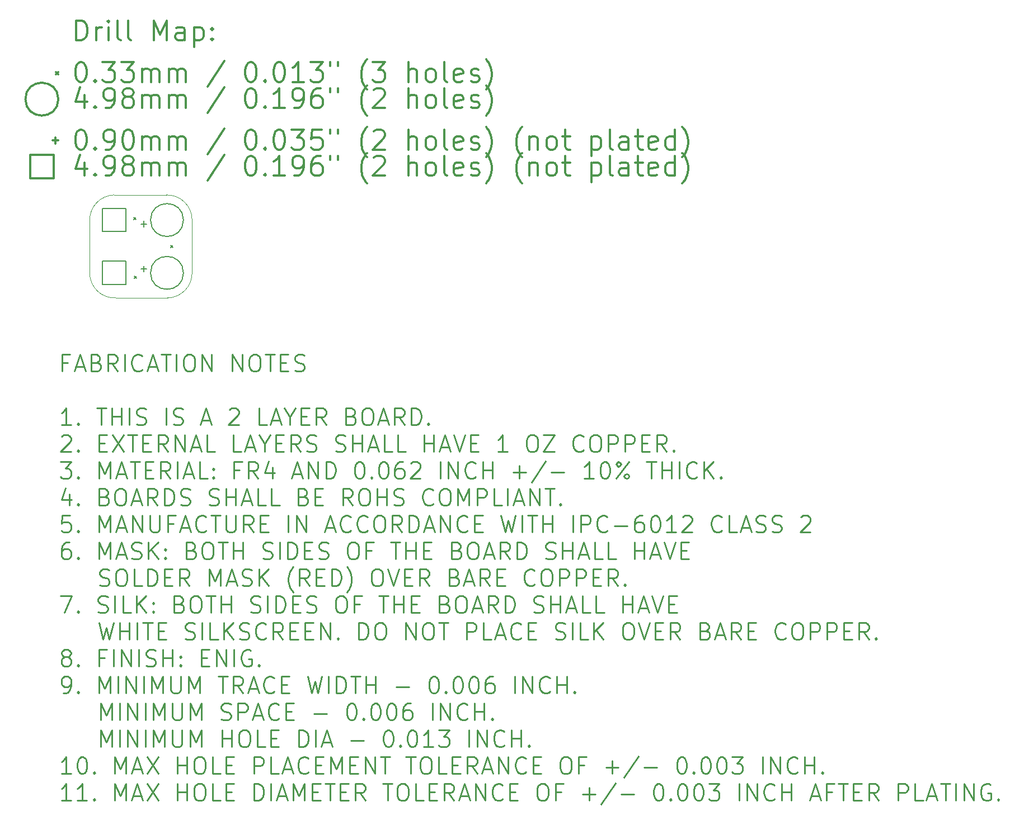
<source format=gbr>
G04 This is an RS-274x file exported by *
G04 gerbv version 2.6.0 *
G04 More information is available about gerbv at *
G04 http://gerbv.gpleda.org/ *
G04 --End of header info--*
%MOIN*%
%FSLAX34Y34*%
%IPPOS*%
G04 --Define apertures--*
%ADD10C,0.0050*%
%ADD11C,0.0079*%
%ADD12C,0.0118*%
%ADD13C,0.0138*%
%ADD14C,0.0016*%
%ADD15C,0.0100*%
G04 --Start main section--*
G54D11*
G01X0004485Y-012385D02*
G01X0004615Y-012515D01*
G01X0004615Y-012385D02*
G01X0004485Y-012515D01*
G01X0004535Y-015885D02*
G01X0004665Y-016015D01*
G01X0004665Y-015885D02*
G01X0004535Y-016015D01*
G01X0006685Y-014060D02*
G01X0006815Y-014190D01*
G01X0006815Y-014060D02*
G01X0006685Y-014190D01*
G01X0007455Y-012550D02*
G75*
G03X0007455Y-012550I-000980J0000000D01*
G01X0007455Y-015700D02*
G75*
G03X0007455Y-015700I-000980J0000000D01*
G01X0005100Y-012609D02*
G01X0005100Y-012963D01*
G01X0004923Y-012786D02*
G01X0005277Y-012786D01*
G01X0005100Y-015287D02*
G01X0005100Y-015641D01*
G01X0004923Y-015464D02*
G01X0005277Y-015464D01*
G01X0004018Y-013244D02*
G01X0004018Y-011857D01*
G01X0004018Y-011857D02*
G01X0002632Y-011857D01*
G01X0002632Y-011857D02*
G01X0002632Y-013244D01*
G01X0002632Y-013244D02*
G01X0004018Y-013244D01*
G01X0004018Y-016393D02*
G01X0004018Y-015007D01*
G01X0004018Y-015007D02*
G01X0002632Y-015007D01*
G01X0002632Y-015007D02*
G01X0002632Y-016393D01*
G01X0002632Y-016393D02*
G01X0004018Y-016393D01*
G54D12*
G01X0001069Y-001834D02*
G01X0001069Y-000652D01*
G01X0001069Y-000652D02*
G01X0001350Y-000652D01*
G01X0001350Y-000652D02*
G01X0001519Y-000709D01*
G01X0001519Y-000709D02*
G01X0001631Y-000821D01*
G01X0001631Y-000821D02*
G01X0001687Y-000934D01*
G01X0001687Y-000934D02*
G01X0001744Y-001159D01*
G01X0001744Y-001159D02*
G01X0001744Y-001327D01*
G01X0001744Y-001327D02*
G01X0001687Y-001552D01*
G01X0001687Y-001552D02*
G01X0001631Y-001665D01*
G01X0001631Y-001665D02*
G01X0001519Y-001777D01*
G01X0001519Y-001777D02*
G01X0001350Y-001834D01*
G01X0001350Y-001834D02*
G01X0001069Y-001834D01*
G01X0002250Y-001834D02*
G01X0002250Y-001046D01*
G01X0002250Y-001271D02*
G01X0002306Y-001159D01*
G01X0002306Y-001159D02*
G01X0002362Y-001102D01*
G01X0002362Y-001102D02*
G01X0002475Y-001046D01*
G01X0002475Y-001046D02*
G01X0002587Y-001046D01*
G01X0002981Y-001834D02*
G01X0002981Y-001046D01*
G01X0002981Y-000652D02*
G01X0002925Y-000709D01*
G01X0002925Y-000709D02*
G01X0002981Y-000765D01*
G01X0002981Y-000765D02*
G01X0003037Y-000709D01*
G01X0003037Y-000709D02*
G01X0002981Y-000652D01*
G01X0002981Y-000652D02*
G01X0002981Y-000765D01*
G01X0003712Y-001834D02*
G01X0003600Y-001777D01*
G01X0003600Y-001777D02*
G01X0003543Y-001665D01*
G01X0003543Y-001665D02*
G01X0003543Y-000652D01*
G01X0004331Y-001834D02*
G01X0004218Y-001777D01*
G01X0004218Y-001777D02*
G01X0004162Y-001665D01*
G01X0004162Y-001665D02*
G01X0004162Y-000652D01*
G01X0005681Y-001834D02*
G01X0005681Y-000652D01*
G01X0005681Y-000652D02*
G01X0006074Y-001496D01*
G01X0006074Y-001496D02*
G01X0006468Y-000652D01*
G01X0006468Y-000652D02*
G01X0006468Y-001834D01*
G01X0007537Y-001834D02*
G01X0007537Y-001215D01*
G01X0007537Y-001215D02*
G01X0007480Y-001102D01*
G01X0007480Y-001102D02*
G01X0007368Y-001046D01*
G01X0007368Y-001046D02*
G01X0007143Y-001046D01*
G01X0007143Y-001046D02*
G01X0007030Y-001102D01*
G01X0007537Y-001777D02*
G01X0007424Y-001834D01*
G01X0007424Y-001834D02*
G01X0007143Y-001834D01*
G01X0007143Y-001834D02*
G01X0007030Y-001777D01*
G01X0007030Y-001777D02*
G01X0006974Y-001665D01*
G01X0006974Y-001665D02*
G01X0006974Y-001552D01*
G01X0006974Y-001552D02*
G01X0007030Y-001440D01*
G01X0007030Y-001440D02*
G01X0007143Y-001384D01*
G01X0007143Y-001384D02*
G01X0007424Y-001384D01*
G01X0007424Y-001384D02*
G01X0007537Y-001327D01*
G01X0008099Y-001046D02*
G01X0008099Y-002227D01*
G01X0008099Y-001102D02*
G01X0008211Y-001046D01*
G01X0008211Y-001046D02*
G01X0008436Y-001046D01*
G01X0008436Y-001046D02*
G01X0008549Y-001102D01*
G01X0008549Y-001102D02*
G01X0008605Y-001159D01*
G01X0008605Y-001159D02*
G01X0008661Y-001271D01*
G01X0008661Y-001271D02*
G01X0008661Y-001609D01*
G01X0008661Y-001609D02*
G01X0008605Y-001721D01*
G01X0008605Y-001721D02*
G01X0008549Y-001777D01*
G01X0008549Y-001777D02*
G01X0008436Y-001834D01*
G01X0008436Y-001834D02*
G01X0008211Y-001834D01*
G01X0008211Y-001834D02*
G01X0008099Y-001777D01*
G01X0009168Y-001721D02*
G01X0009224Y-001777D01*
G01X0009224Y-001777D02*
G01X0009168Y-001834D01*
G01X0009168Y-001834D02*
G01X0009111Y-001777D01*
G01X0009111Y-001777D02*
G01X0009168Y-001721D01*
G01X0009168Y-001721D02*
G01X0009168Y-001834D01*
G01X0009168Y-001102D02*
G01X0009224Y-001159D01*
G01X0009224Y-001159D02*
G01X0009168Y-001215D01*
G01X0009168Y-001215D02*
G01X0009111Y-001159D01*
G01X0009111Y-001159D02*
G01X0009168Y-001102D01*
G01X0009168Y-001102D02*
G01X0009168Y-001215D01*
G01X-000130Y-003715D02*
G01X0000000Y-003845D01*
G01X0000000Y-003715D02*
G01X-000130Y-003845D01*
G01X0001294Y-003133D02*
G01X0001406Y-003133D01*
G01X0001406Y-003133D02*
G01X0001519Y-003189D01*
G01X0001519Y-003189D02*
G01X0001575Y-003245D01*
G01X0001575Y-003245D02*
G01X0001631Y-003358D01*
G01X0001631Y-003358D02*
G01X0001687Y-003583D01*
G01X0001687Y-003583D02*
G01X0001687Y-003864D01*
G01X0001687Y-003864D02*
G01X0001631Y-004089D01*
G01X0001631Y-004089D02*
G01X0001575Y-004201D01*
G01X0001575Y-004201D02*
G01X0001519Y-004258D01*
G01X0001519Y-004258D02*
G01X0001406Y-004314D01*
G01X0001406Y-004314D02*
G01X0001294Y-004314D01*
G01X0001294Y-004314D02*
G01X0001181Y-004258D01*
G01X0001181Y-004258D02*
G01X0001125Y-004201D01*
G01X0001125Y-004201D02*
G01X0001069Y-004089D01*
G01X0001069Y-004089D02*
G01X0001012Y-003864D01*
G01X0001012Y-003864D02*
G01X0001012Y-003583D01*
G01X0001012Y-003583D02*
G01X0001069Y-003358D01*
G01X0001069Y-003358D02*
G01X0001125Y-003245D01*
G01X0001125Y-003245D02*
G01X0001181Y-003189D01*
G01X0001181Y-003189D02*
G01X0001294Y-003133D01*
G01X0002193Y-004201D02*
G01X0002250Y-004258D01*
G01X0002250Y-004258D02*
G01X0002193Y-004314D01*
G01X0002193Y-004314D02*
G01X0002137Y-004258D01*
G01X0002137Y-004258D02*
G01X0002193Y-004201D01*
G01X0002193Y-004201D02*
G01X0002193Y-004314D01*
G01X0002643Y-003133D02*
G01X0003375Y-003133D01*
G01X0003375Y-003133D02*
G01X0002981Y-003583D01*
G01X0002981Y-003583D02*
G01X0003150Y-003583D01*
G01X0003150Y-003583D02*
G01X0003262Y-003639D01*
G01X0003262Y-003639D02*
G01X0003318Y-003695D01*
G01X0003318Y-003695D02*
G01X0003375Y-003808D01*
G01X0003375Y-003808D02*
G01X0003375Y-004089D01*
G01X0003375Y-004089D02*
G01X0003318Y-004201D01*
G01X0003318Y-004201D02*
G01X0003262Y-004258D01*
G01X0003262Y-004258D02*
G01X0003150Y-004314D01*
G01X0003150Y-004314D02*
G01X0002812Y-004314D01*
G01X0002812Y-004314D02*
G01X0002700Y-004258D01*
G01X0002700Y-004258D02*
G01X0002643Y-004201D01*
G01X0003768Y-003133D02*
G01X0004499Y-003133D01*
G01X0004499Y-003133D02*
G01X0004106Y-003583D01*
G01X0004106Y-003583D02*
G01X0004274Y-003583D01*
G01X0004274Y-003583D02*
G01X0004387Y-003639D01*
G01X0004387Y-003639D02*
G01X0004443Y-003695D01*
G01X0004443Y-003695D02*
G01X0004499Y-003808D01*
G01X0004499Y-003808D02*
G01X0004499Y-004089D01*
G01X0004499Y-004089D02*
G01X0004443Y-004201D01*
G01X0004443Y-004201D02*
G01X0004387Y-004258D01*
G01X0004387Y-004258D02*
G01X0004274Y-004314D01*
G01X0004274Y-004314D02*
G01X0003937Y-004314D01*
G01X0003937Y-004314D02*
G01X0003825Y-004258D01*
G01X0003825Y-004258D02*
G01X0003768Y-004201D01*
G01X0005006Y-004314D02*
G01X0005006Y-003526D01*
G01X0005006Y-003639D02*
G01X0005062Y-003583D01*
G01X0005062Y-003583D02*
G01X0005174Y-003526D01*
G01X0005174Y-003526D02*
G01X0005343Y-003526D01*
G01X0005343Y-003526D02*
G01X0005456Y-003583D01*
G01X0005456Y-003583D02*
G01X0005512Y-003695D01*
G01X0005512Y-003695D02*
G01X0005512Y-004314D01*
G01X0005512Y-003695D02*
G01X0005568Y-003583D01*
G01X0005568Y-003583D02*
G01X0005681Y-003526D01*
G01X0005681Y-003526D02*
G01X0005849Y-003526D01*
G01X0005849Y-003526D02*
G01X0005962Y-003583D01*
G01X0005962Y-003583D02*
G01X0006018Y-003695D01*
G01X0006018Y-003695D02*
G01X0006018Y-004314D01*
G01X0006580Y-004314D02*
G01X0006580Y-003526D01*
G01X0006580Y-003639D02*
G01X0006637Y-003583D01*
G01X0006637Y-003583D02*
G01X0006749Y-003526D01*
G01X0006749Y-003526D02*
G01X0006918Y-003526D01*
G01X0006918Y-003526D02*
G01X0007030Y-003583D01*
G01X0007030Y-003583D02*
G01X0007087Y-003695D01*
G01X0007087Y-003695D02*
G01X0007087Y-004314D01*
G01X0007087Y-003695D02*
G01X0007143Y-003583D01*
G01X0007143Y-003583D02*
G01X0007255Y-003526D01*
G01X0007255Y-003526D02*
G01X0007424Y-003526D01*
G01X0007424Y-003526D02*
G01X0007537Y-003583D01*
G01X0007537Y-003583D02*
G01X0007593Y-003695D01*
G01X0007593Y-003695D02*
G01X0007593Y-004314D01*
G01X0009899Y-003076D02*
G01X0008886Y-004595D01*
G01X0011417Y-003133D02*
G01X0011530Y-003133D01*
G01X0011530Y-003133D02*
G01X0011642Y-003189D01*
G01X0011642Y-003189D02*
G01X0011699Y-003245D01*
G01X0011699Y-003245D02*
G01X0011755Y-003358D01*
G01X0011755Y-003358D02*
G01X0011811Y-003583D01*
G01X0011811Y-003583D02*
G01X0011811Y-003864D01*
G01X0011811Y-003864D02*
G01X0011755Y-004089D01*
G01X0011755Y-004089D02*
G01X0011699Y-004201D01*
G01X0011699Y-004201D02*
G01X0011642Y-004258D01*
G01X0011642Y-004258D02*
G01X0011530Y-004314D01*
G01X0011530Y-004314D02*
G01X0011417Y-004314D01*
G01X0011417Y-004314D02*
G01X0011305Y-004258D01*
G01X0011305Y-004258D02*
G01X0011249Y-004201D01*
G01X0011249Y-004201D02*
G01X0011192Y-004089D01*
G01X0011192Y-004089D02*
G01X0011136Y-003864D01*
G01X0011136Y-003864D02*
G01X0011136Y-003583D01*
G01X0011136Y-003583D02*
G01X0011192Y-003358D01*
G01X0011192Y-003358D02*
G01X0011249Y-003245D01*
G01X0011249Y-003245D02*
G01X0011305Y-003189D01*
G01X0011305Y-003189D02*
G01X0011417Y-003133D01*
G01X0012317Y-004201D02*
G01X0012373Y-004258D01*
G01X0012373Y-004258D02*
G01X0012317Y-004314D01*
G01X0012317Y-004314D02*
G01X0012261Y-004258D01*
G01X0012261Y-004258D02*
G01X0012317Y-004201D01*
G01X0012317Y-004201D02*
G01X0012317Y-004314D01*
G01X0013105Y-003133D02*
G01X0013217Y-003133D01*
G01X0013217Y-003133D02*
G01X0013330Y-003189D01*
G01X0013330Y-003189D02*
G01X0013386Y-003245D01*
G01X0013386Y-003245D02*
G01X0013442Y-003358D01*
G01X0013442Y-003358D02*
G01X0013498Y-003583D01*
G01X0013498Y-003583D02*
G01X0013498Y-003864D01*
G01X0013498Y-003864D02*
G01X0013442Y-004089D01*
G01X0013442Y-004089D02*
G01X0013386Y-004201D01*
G01X0013386Y-004201D02*
G01X0013330Y-004258D01*
G01X0013330Y-004258D02*
G01X0013217Y-004314D01*
G01X0013217Y-004314D02*
G01X0013105Y-004314D01*
G01X0013105Y-004314D02*
G01X0012992Y-004258D01*
G01X0012992Y-004258D02*
G01X0012936Y-004201D01*
G01X0012936Y-004201D02*
G01X0012880Y-004089D01*
G01X0012880Y-004089D02*
G01X0012823Y-003864D01*
G01X0012823Y-003864D02*
G01X0012823Y-003583D01*
G01X0012823Y-003583D02*
G01X0012880Y-003358D01*
G01X0012880Y-003358D02*
G01X0012936Y-003245D01*
G01X0012936Y-003245D02*
G01X0012992Y-003189D01*
G01X0012992Y-003189D02*
G01X0013105Y-003133D01*
G01X0014623Y-004314D02*
G01X0013948Y-004314D01*
G01X0014286Y-004314D02*
G01X0014286Y-003133D01*
G01X0014286Y-003133D02*
G01X0014173Y-003301D01*
G01X0014173Y-003301D02*
G01X0014061Y-003414D01*
G01X0014061Y-003414D02*
G01X0013948Y-003470D01*
G01X0015017Y-003133D02*
G01X0015748Y-003133D01*
G01X0015748Y-003133D02*
G01X0015354Y-003583D01*
G01X0015354Y-003583D02*
G01X0015523Y-003583D01*
G01X0015523Y-003583D02*
G01X0015636Y-003639D01*
G01X0015636Y-003639D02*
G01X0015692Y-003695D01*
G01X0015692Y-003695D02*
G01X0015748Y-003808D01*
G01X0015748Y-003808D02*
G01X0015748Y-004089D01*
G01X0015748Y-004089D02*
G01X0015692Y-004201D01*
G01X0015692Y-004201D02*
G01X0015636Y-004258D01*
G01X0015636Y-004258D02*
G01X0015523Y-004314D01*
G01X0015523Y-004314D02*
G01X0015186Y-004314D01*
G01X0015186Y-004314D02*
G01X0015073Y-004258D01*
G01X0015073Y-004258D02*
G01X0015017Y-004201D01*
G01X0016198Y-003133D02*
G01X0016198Y-003358D01*
G01X0016648Y-003133D02*
G01X0016648Y-003358D01*
G01X0018391Y-004764D02*
G01X0018335Y-004708D01*
G01X0018335Y-004708D02*
G01X0018223Y-004539D01*
G01X0018223Y-004539D02*
G01X0018166Y-004426D01*
G01X0018166Y-004426D02*
G01X0018110Y-004258D01*
G01X0018110Y-004258D02*
G01X0018054Y-003976D01*
G01X0018054Y-003976D02*
G01X0018054Y-003751D01*
G01X0018054Y-003751D02*
G01X0018110Y-003470D01*
G01X0018110Y-003470D02*
G01X0018166Y-003301D01*
G01X0018166Y-003301D02*
G01X0018223Y-003189D01*
G01X0018223Y-003189D02*
G01X0018335Y-003020D01*
G01X0018335Y-003020D02*
G01X0018391Y-002964D01*
G01X0018729Y-003133D02*
G01X0019460Y-003133D01*
G01X0019460Y-003133D02*
G01X0019066Y-003583D01*
G01X0019066Y-003583D02*
G01X0019235Y-003583D01*
G01X0019235Y-003583D02*
G01X0019348Y-003639D01*
G01X0019348Y-003639D02*
G01X0019404Y-003695D01*
G01X0019404Y-003695D02*
G01X0019460Y-003808D01*
G01X0019460Y-003808D02*
G01X0019460Y-004089D01*
G01X0019460Y-004089D02*
G01X0019404Y-004201D01*
G01X0019404Y-004201D02*
G01X0019348Y-004258D01*
G01X0019348Y-004258D02*
G01X0019235Y-004314D01*
G01X0019235Y-004314D02*
G01X0018898Y-004314D01*
G01X0018898Y-004314D02*
G01X0018785Y-004258D01*
G01X0018785Y-004258D02*
G01X0018729Y-004201D01*
G01X0020866Y-004314D02*
G01X0020866Y-003133D01*
G01X0021372Y-004314D02*
G01X0021372Y-003695D01*
G01X0021372Y-003695D02*
G01X0021316Y-003583D01*
G01X0021316Y-003583D02*
G01X0021204Y-003526D01*
G01X0021204Y-003526D02*
G01X0021035Y-003526D01*
G01X0021035Y-003526D02*
G01X0020922Y-003583D01*
G01X0020922Y-003583D02*
G01X0020866Y-003639D01*
G01X0022103Y-004314D02*
G01X0021991Y-004258D01*
G01X0021991Y-004258D02*
G01X0021935Y-004201D01*
G01X0021935Y-004201D02*
G01X0021879Y-004089D01*
G01X0021879Y-004089D02*
G01X0021879Y-003751D01*
G01X0021879Y-003751D02*
G01X0021935Y-003639D01*
G01X0021935Y-003639D02*
G01X0021991Y-003583D01*
G01X0021991Y-003583D02*
G01X0022103Y-003526D01*
G01X0022103Y-003526D02*
G01X0022272Y-003526D01*
G01X0022272Y-003526D02*
G01X0022385Y-003583D01*
G01X0022385Y-003583D02*
G01X0022441Y-003639D01*
G01X0022441Y-003639D02*
G01X0022497Y-003751D01*
G01X0022497Y-003751D02*
G01X0022497Y-004089D01*
G01X0022497Y-004089D02*
G01X0022441Y-004201D01*
G01X0022441Y-004201D02*
G01X0022385Y-004258D01*
G01X0022385Y-004258D02*
G01X0022272Y-004314D01*
G01X0022272Y-004314D02*
G01X0022103Y-004314D01*
G01X0023172Y-004314D02*
G01X0023060Y-004258D01*
G01X0023060Y-004258D02*
G01X0023003Y-004145D01*
G01X0023003Y-004145D02*
G01X0023003Y-003133D01*
G01X0024072Y-004258D02*
G01X0023960Y-004314D01*
G01X0023960Y-004314D02*
G01X0023735Y-004314D01*
G01X0023735Y-004314D02*
G01X0023622Y-004258D01*
G01X0023622Y-004258D02*
G01X0023566Y-004145D01*
G01X0023566Y-004145D02*
G01X0023566Y-003695D01*
G01X0023566Y-003695D02*
G01X0023622Y-003583D01*
G01X0023622Y-003583D02*
G01X0023735Y-003526D01*
G01X0023735Y-003526D02*
G01X0023960Y-003526D01*
G01X0023960Y-003526D02*
G01X0024072Y-003583D01*
G01X0024072Y-003583D02*
G01X0024128Y-003695D01*
G01X0024128Y-003695D02*
G01X0024128Y-003808D01*
G01X0024128Y-003808D02*
G01X0023566Y-003920D01*
G01X0024578Y-004258D02*
G01X0024691Y-004314D01*
G01X0024691Y-004314D02*
G01X0024916Y-004314D01*
G01X0024916Y-004314D02*
G01X0025028Y-004258D01*
G01X0025028Y-004258D02*
G01X0025084Y-004145D01*
G01X0025084Y-004145D02*
G01X0025084Y-004089D01*
G01X0025084Y-004089D02*
G01X0025028Y-003976D01*
G01X0025028Y-003976D02*
G01X0024916Y-003920D01*
G01X0024916Y-003920D02*
G01X0024747Y-003920D01*
G01X0024747Y-003920D02*
G01X0024634Y-003864D01*
G01X0024634Y-003864D02*
G01X0024578Y-003751D01*
G01X0024578Y-003751D02*
G01X0024578Y-003695D01*
G01X0024578Y-003695D02*
G01X0024634Y-003583D01*
G01X0024634Y-003583D02*
G01X0024747Y-003526D01*
G01X0024747Y-003526D02*
G01X0024916Y-003526D01*
G01X0024916Y-003526D02*
G01X0025028Y-003583D01*
G01X0025478Y-004764D02*
G01X0025534Y-004708D01*
G01X0025534Y-004708D02*
G01X0025647Y-004539D01*
G01X0025647Y-004539D02*
G01X0025703Y-004426D01*
G01X0025703Y-004426D02*
G01X0025759Y-004258D01*
G01X0025759Y-004258D02*
G01X0025816Y-003976D01*
G01X0025816Y-003976D02*
G01X0025816Y-003751D01*
G01X0025816Y-003751D02*
G01X0025759Y-003470D01*
G01X0025759Y-003470D02*
G01X0025703Y-003301D01*
G01X0025703Y-003301D02*
G01X0025647Y-003189D01*
G01X0025647Y-003189D02*
G01X0025534Y-003020D01*
G01X0025534Y-003020D02*
G01X0025478Y-002964D01*
G01X0000000Y-005339D02*
G75*
G03X0000000Y-005339I-000980J0000000D01*
G01X0001575Y-005085D02*
G01X0001575Y-005873D01*
G01X0001294Y-004636D02*
G01X0001012Y-005479D01*
G01X0001012Y-005479D02*
G01X0001744Y-005479D01*
G01X0002193Y-005760D02*
G01X0002250Y-005817D01*
G01X0002250Y-005817D02*
G01X0002193Y-005873D01*
G01X0002193Y-005873D02*
G01X0002137Y-005817D01*
G01X0002137Y-005817D02*
G01X0002193Y-005760D01*
G01X0002193Y-005760D02*
G01X0002193Y-005873D01*
G01X0002812Y-005873D02*
G01X0003037Y-005873D01*
G01X0003037Y-005873D02*
G01X0003150Y-005817D01*
G01X0003150Y-005817D02*
G01X0003206Y-005760D01*
G01X0003206Y-005760D02*
G01X0003318Y-005592D01*
G01X0003318Y-005592D02*
G01X0003375Y-005367D01*
G01X0003375Y-005367D02*
G01X0003375Y-004917D01*
G01X0003375Y-004917D02*
G01X0003318Y-004804D01*
G01X0003318Y-004804D02*
G01X0003262Y-004748D01*
G01X0003262Y-004748D02*
G01X0003150Y-004692D01*
G01X0003150Y-004692D02*
G01X0002925Y-004692D01*
G01X0002925Y-004692D02*
G01X0002812Y-004748D01*
G01X0002812Y-004748D02*
G01X0002756Y-004804D01*
G01X0002756Y-004804D02*
G01X0002700Y-004917D01*
G01X0002700Y-004917D02*
G01X0002700Y-005198D01*
G01X0002700Y-005198D02*
G01X0002756Y-005310D01*
G01X0002756Y-005310D02*
G01X0002812Y-005367D01*
G01X0002812Y-005367D02*
G01X0002925Y-005423D01*
G01X0002925Y-005423D02*
G01X0003150Y-005423D01*
G01X0003150Y-005423D02*
G01X0003262Y-005367D01*
G01X0003262Y-005367D02*
G01X0003318Y-005310D01*
G01X0003318Y-005310D02*
G01X0003375Y-005198D01*
G01X0004049Y-005198D02*
G01X0003937Y-005142D01*
G01X0003937Y-005142D02*
G01X0003881Y-005085D01*
G01X0003881Y-005085D02*
G01X0003825Y-004973D01*
G01X0003825Y-004973D02*
G01X0003825Y-004917D01*
G01X0003825Y-004917D02*
G01X0003881Y-004804D01*
G01X0003881Y-004804D02*
G01X0003937Y-004748D01*
G01X0003937Y-004748D02*
G01X0004049Y-004692D01*
G01X0004049Y-004692D02*
G01X0004274Y-004692D01*
G01X0004274Y-004692D02*
G01X0004387Y-004748D01*
G01X0004387Y-004748D02*
G01X0004443Y-004804D01*
G01X0004443Y-004804D02*
G01X0004499Y-004917D01*
G01X0004499Y-004917D02*
G01X0004499Y-004973D01*
G01X0004499Y-004973D02*
G01X0004443Y-005085D01*
G01X0004443Y-005085D02*
G01X0004387Y-005142D01*
G01X0004387Y-005142D02*
G01X0004274Y-005198D01*
G01X0004274Y-005198D02*
G01X0004049Y-005198D01*
G01X0004049Y-005198D02*
G01X0003937Y-005254D01*
G01X0003937Y-005254D02*
G01X0003881Y-005310D01*
G01X0003881Y-005310D02*
G01X0003825Y-005423D01*
G01X0003825Y-005423D02*
G01X0003825Y-005648D01*
G01X0003825Y-005648D02*
G01X0003881Y-005760D01*
G01X0003881Y-005760D02*
G01X0003937Y-005817D01*
G01X0003937Y-005817D02*
G01X0004049Y-005873D01*
G01X0004049Y-005873D02*
G01X0004274Y-005873D01*
G01X0004274Y-005873D02*
G01X0004387Y-005817D01*
G01X0004387Y-005817D02*
G01X0004443Y-005760D01*
G01X0004443Y-005760D02*
G01X0004499Y-005648D01*
G01X0004499Y-005648D02*
G01X0004499Y-005423D01*
G01X0004499Y-005423D02*
G01X0004443Y-005310D01*
G01X0004443Y-005310D02*
G01X0004387Y-005254D01*
G01X0004387Y-005254D02*
G01X0004274Y-005198D01*
G01X0005006Y-005873D02*
G01X0005006Y-005085D01*
G01X0005006Y-005198D02*
G01X0005062Y-005142D01*
G01X0005062Y-005142D02*
G01X0005174Y-005085D01*
G01X0005174Y-005085D02*
G01X0005343Y-005085D01*
G01X0005343Y-005085D02*
G01X0005456Y-005142D01*
G01X0005456Y-005142D02*
G01X0005512Y-005254D01*
G01X0005512Y-005254D02*
G01X0005512Y-005873D01*
G01X0005512Y-005254D02*
G01X0005568Y-005142D01*
G01X0005568Y-005142D02*
G01X0005681Y-005085D01*
G01X0005681Y-005085D02*
G01X0005849Y-005085D01*
G01X0005849Y-005085D02*
G01X0005962Y-005142D01*
G01X0005962Y-005142D02*
G01X0006018Y-005254D01*
G01X0006018Y-005254D02*
G01X0006018Y-005873D01*
G01X0006580Y-005873D02*
G01X0006580Y-005085D01*
G01X0006580Y-005198D02*
G01X0006637Y-005142D01*
G01X0006637Y-005142D02*
G01X0006749Y-005085D01*
G01X0006749Y-005085D02*
G01X0006918Y-005085D01*
G01X0006918Y-005085D02*
G01X0007030Y-005142D01*
G01X0007030Y-005142D02*
G01X0007087Y-005254D01*
G01X0007087Y-005254D02*
G01X0007087Y-005873D01*
G01X0007087Y-005254D02*
G01X0007143Y-005142D01*
G01X0007143Y-005142D02*
G01X0007255Y-005085D01*
G01X0007255Y-005085D02*
G01X0007424Y-005085D01*
G01X0007424Y-005085D02*
G01X0007537Y-005142D01*
G01X0007537Y-005142D02*
G01X0007593Y-005254D01*
G01X0007593Y-005254D02*
G01X0007593Y-005873D01*
G01X0009899Y-004636D02*
G01X0008886Y-006154D01*
G01X0011417Y-004692D02*
G01X0011530Y-004692D01*
G01X0011530Y-004692D02*
G01X0011642Y-004748D01*
G01X0011642Y-004748D02*
G01X0011699Y-004804D01*
G01X0011699Y-004804D02*
G01X0011755Y-004917D01*
G01X0011755Y-004917D02*
G01X0011811Y-005142D01*
G01X0011811Y-005142D02*
G01X0011811Y-005423D01*
G01X0011811Y-005423D02*
G01X0011755Y-005648D01*
G01X0011755Y-005648D02*
G01X0011699Y-005760D01*
G01X0011699Y-005760D02*
G01X0011642Y-005817D01*
G01X0011642Y-005817D02*
G01X0011530Y-005873D01*
G01X0011530Y-005873D02*
G01X0011417Y-005873D01*
G01X0011417Y-005873D02*
G01X0011305Y-005817D01*
G01X0011305Y-005817D02*
G01X0011249Y-005760D01*
G01X0011249Y-005760D02*
G01X0011192Y-005648D01*
G01X0011192Y-005648D02*
G01X0011136Y-005423D01*
G01X0011136Y-005423D02*
G01X0011136Y-005142D01*
G01X0011136Y-005142D02*
G01X0011192Y-004917D01*
G01X0011192Y-004917D02*
G01X0011249Y-004804D01*
G01X0011249Y-004804D02*
G01X0011305Y-004748D01*
G01X0011305Y-004748D02*
G01X0011417Y-004692D01*
G01X0012317Y-005760D02*
G01X0012373Y-005817D01*
G01X0012373Y-005817D02*
G01X0012317Y-005873D01*
G01X0012317Y-005873D02*
G01X0012261Y-005817D01*
G01X0012261Y-005817D02*
G01X0012317Y-005760D01*
G01X0012317Y-005760D02*
G01X0012317Y-005873D01*
G01X0013498Y-005873D02*
G01X0012823Y-005873D01*
G01X0013161Y-005873D02*
G01X0013161Y-004692D01*
G01X0013161Y-004692D02*
G01X0013048Y-004861D01*
G01X0013048Y-004861D02*
G01X0012936Y-004973D01*
G01X0012936Y-004973D02*
G01X0012823Y-005029D01*
G01X0014061Y-005873D02*
G01X0014286Y-005873D01*
G01X0014286Y-005873D02*
G01X0014398Y-005817D01*
G01X0014398Y-005817D02*
G01X0014454Y-005760D01*
G01X0014454Y-005760D02*
G01X0014567Y-005592D01*
G01X0014567Y-005592D02*
G01X0014623Y-005367D01*
G01X0014623Y-005367D02*
G01X0014623Y-004917D01*
G01X0014623Y-004917D02*
G01X0014567Y-004804D01*
G01X0014567Y-004804D02*
G01X0014511Y-004748D01*
G01X0014511Y-004748D02*
G01X0014398Y-004692D01*
G01X0014398Y-004692D02*
G01X0014173Y-004692D01*
G01X0014173Y-004692D02*
G01X0014061Y-004748D01*
G01X0014061Y-004748D02*
G01X0014005Y-004804D01*
G01X0014005Y-004804D02*
G01X0013948Y-004917D01*
G01X0013948Y-004917D02*
G01X0013948Y-005198D01*
G01X0013948Y-005198D02*
G01X0014005Y-005310D01*
G01X0014005Y-005310D02*
G01X0014061Y-005367D01*
G01X0014061Y-005367D02*
G01X0014173Y-005423D01*
G01X0014173Y-005423D02*
G01X0014398Y-005423D01*
G01X0014398Y-005423D02*
G01X0014511Y-005367D01*
G01X0014511Y-005367D02*
G01X0014567Y-005310D01*
G01X0014567Y-005310D02*
G01X0014623Y-005198D01*
G01X0015636Y-004692D02*
G01X0015411Y-004692D01*
G01X0015411Y-004692D02*
G01X0015298Y-004748D01*
G01X0015298Y-004748D02*
G01X0015242Y-004804D01*
G01X0015242Y-004804D02*
G01X0015129Y-004973D01*
G01X0015129Y-004973D02*
G01X0015073Y-005198D01*
G01X0015073Y-005198D02*
G01X0015073Y-005648D01*
G01X0015073Y-005648D02*
G01X0015129Y-005760D01*
G01X0015129Y-005760D02*
G01X0015186Y-005817D01*
G01X0015186Y-005817D02*
G01X0015298Y-005873D01*
G01X0015298Y-005873D02*
G01X0015523Y-005873D01*
G01X0015523Y-005873D02*
G01X0015636Y-005817D01*
G01X0015636Y-005817D02*
G01X0015692Y-005760D01*
G01X0015692Y-005760D02*
G01X0015748Y-005648D01*
G01X0015748Y-005648D02*
G01X0015748Y-005367D01*
G01X0015748Y-005367D02*
G01X0015692Y-005254D01*
G01X0015692Y-005254D02*
G01X0015636Y-005198D01*
G01X0015636Y-005198D02*
G01X0015523Y-005142D01*
G01X0015523Y-005142D02*
G01X0015298Y-005142D01*
G01X0015298Y-005142D02*
G01X0015186Y-005198D01*
G01X0015186Y-005198D02*
G01X0015129Y-005254D01*
G01X0015129Y-005254D02*
G01X0015073Y-005367D01*
G01X0016198Y-004692D02*
G01X0016198Y-004917D01*
G01X0016648Y-004692D02*
G01X0016648Y-004917D01*
G01X0018391Y-006323D02*
G01X0018335Y-006267D01*
G01X0018335Y-006267D02*
G01X0018223Y-006098D01*
G01X0018223Y-006098D02*
G01X0018166Y-005985D01*
G01X0018166Y-005985D02*
G01X0018110Y-005817D01*
G01X0018110Y-005817D02*
G01X0018054Y-005535D01*
G01X0018054Y-005535D02*
G01X0018054Y-005310D01*
G01X0018054Y-005310D02*
G01X0018110Y-005029D01*
G01X0018110Y-005029D02*
G01X0018166Y-004861D01*
G01X0018166Y-004861D02*
G01X0018223Y-004748D01*
G01X0018223Y-004748D02*
G01X0018335Y-004579D01*
G01X0018335Y-004579D02*
G01X0018391Y-004523D01*
G01X0018785Y-004804D02*
G01X0018841Y-004748D01*
G01X0018841Y-004748D02*
G01X0018954Y-004692D01*
G01X0018954Y-004692D02*
G01X0019235Y-004692D01*
G01X0019235Y-004692D02*
G01X0019348Y-004748D01*
G01X0019348Y-004748D02*
G01X0019404Y-004804D01*
G01X0019404Y-004804D02*
G01X0019460Y-004917D01*
G01X0019460Y-004917D02*
G01X0019460Y-005029D01*
G01X0019460Y-005029D02*
G01X0019404Y-005198D01*
G01X0019404Y-005198D02*
G01X0018729Y-005873D01*
G01X0018729Y-005873D02*
G01X0019460Y-005873D01*
G01X0020866Y-005873D02*
G01X0020866Y-004692D01*
G01X0021372Y-005873D02*
G01X0021372Y-005254D01*
G01X0021372Y-005254D02*
G01X0021316Y-005142D01*
G01X0021316Y-005142D02*
G01X0021204Y-005085D01*
G01X0021204Y-005085D02*
G01X0021035Y-005085D01*
G01X0021035Y-005085D02*
G01X0020922Y-005142D01*
G01X0020922Y-005142D02*
G01X0020866Y-005198D01*
G01X0022103Y-005873D02*
G01X0021991Y-005817D01*
G01X0021991Y-005817D02*
G01X0021935Y-005760D01*
G01X0021935Y-005760D02*
G01X0021879Y-005648D01*
G01X0021879Y-005648D02*
G01X0021879Y-005310D01*
G01X0021879Y-005310D02*
G01X0021935Y-005198D01*
G01X0021935Y-005198D02*
G01X0021991Y-005142D01*
G01X0021991Y-005142D02*
G01X0022103Y-005085D01*
G01X0022103Y-005085D02*
G01X0022272Y-005085D01*
G01X0022272Y-005085D02*
G01X0022385Y-005142D01*
G01X0022385Y-005142D02*
G01X0022441Y-005198D01*
G01X0022441Y-005198D02*
G01X0022497Y-005310D01*
G01X0022497Y-005310D02*
G01X0022497Y-005648D01*
G01X0022497Y-005648D02*
G01X0022441Y-005760D01*
G01X0022441Y-005760D02*
G01X0022385Y-005817D01*
G01X0022385Y-005817D02*
G01X0022272Y-005873D01*
G01X0022272Y-005873D02*
G01X0022103Y-005873D01*
G01X0023172Y-005873D02*
G01X0023060Y-005817D01*
G01X0023060Y-005817D02*
G01X0023003Y-005704D01*
G01X0023003Y-005704D02*
G01X0023003Y-004692D01*
G01X0024072Y-005817D02*
G01X0023960Y-005873D01*
G01X0023960Y-005873D02*
G01X0023735Y-005873D01*
G01X0023735Y-005873D02*
G01X0023622Y-005817D01*
G01X0023622Y-005817D02*
G01X0023566Y-005704D01*
G01X0023566Y-005704D02*
G01X0023566Y-005254D01*
G01X0023566Y-005254D02*
G01X0023622Y-005142D01*
G01X0023622Y-005142D02*
G01X0023735Y-005085D01*
G01X0023735Y-005085D02*
G01X0023960Y-005085D01*
G01X0023960Y-005085D02*
G01X0024072Y-005142D01*
G01X0024072Y-005142D02*
G01X0024128Y-005254D01*
G01X0024128Y-005254D02*
G01X0024128Y-005367D01*
G01X0024128Y-005367D02*
G01X0023566Y-005479D01*
G01X0024578Y-005817D02*
G01X0024691Y-005873D01*
G01X0024691Y-005873D02*
G01X0024916Y-005873D01*
G01X0024916Y-005873D02*
G01X0025028Y-005817D01*
G01X0025028Y-005817D02*
G01X0025084Y-005704D01*
G01X0025084Y-005704D02*
G01X0025084Y-005648D01*
G01X0025084Y-005648D02*
G01X0025028Y-005535D01*
G01X0025028Y-005535D02*
G01X0024916Y-005479D01*
G01X0024916Y-005479D02*
G01X0024747Y-005479D01*
G01X0024747Y-005479D02*
G01X0024634Y-005423D01*
G01X0024634Y-005423D02*
G01X0024578Y-005310D01*
G01X0024578Y-005310D02*
G01X0024578Y-005254D01*
G01X0024578Y-005254D02*
G01X0024634Y-005142D01*
G01X0024634Y-005142D02*
G01X0024747Y-005085D01*
G01X0024747Y-005085D02*
G01X0024916Y-005085D01*
G01X0024916Y-005085D02*
G01X0025028Y-005142D01*
G01X0025478Y-006323D02*
G01X0025534Y-006267D01*
G01X0025534Y-006267D02*
G01X0025647Y-006098D01*
G01X0025647Y-006098D02*
G01X0025703Y-005985D01*
G01X0025703Y-005985D02*
G01X0025759Y-005817D01*
G01X0025759Y-005817D02*
G01X0025816Y-005535D01*
G01X0025816Y-005535D02*
G01X0025816Y-005310D01*
G01X0025816Y-005310D02*
G01X0025759Y-005029D01*
G01X0025759Y-005029D02*
G01X0025703Y-004861D01*
G01X0025703Y-004861D02*
G01X0025647Y-004748D01*
G01X0025647Y-004748D02*
G01X0025534Y-004579D01*
G01X0025534Y-004579D02*
G01X0025478Y-004523D01*
G01X-000177Y-007634D02*
G01X-000177Y-007988D01*
G01X-000354Y-007811D02*
G01X0000000Y-007811D01*
G01X0001294Y-007164D02*
G01X0001406Y-007164D01*
G01X0001406Y-007164D02*
G01X0001519Y-007220D01*
G01X0001519Y-007220D02*
G01X0001575Y-007277D01*
G01X0001575Y-007277D02*
G01X0001631Y-007389D01*
G01X0001631Y-007389D02*
G01X0001687Y-007614D01*
G01X0001687Y-007614D02*
G01X0001687Y-007895D01*
G01X0001687Y-007895D02*
G01X0001631Y-008120D01*
G01X0001631Y-008120D02*
G01X0001575Y-008233D01*
G01X0001575Y-008233D02*
G01X0001519Y-008289D01*
G01X0001519Y-008289D02*
G01X0001406Y-008345D01*
G01X0001406Y-008345D02*
G01X0001294Y-008345D01*
G01X0001294Y-008345D02*
G01X0001181Y-008289D01*
G01X0001181Y-008289D02*
G01X0001125Y-008233D01*
G01X0001125Y-008233D02*
G01X0001069Y-008120D01*
G01X0001069Y-008120D02*
G01X0001012Y-007895D01*
G01X0001012Y-007895D02*
G01X0001012Y-007614D01*
G01X0001012Y-007614D02*
G01X0001069Y-007389D01*
G01X0001069Y-007389D02*
G01X0001125Y-007277D01*
G01X0001125Y-007277D02*
G01X0001181Y-007220D01*
G01X0001181Y-007220D02*
G01X0001294Y-007164D01*
G01X0002193Y-008233D02*
G01X0002250Y-008289D01*
G01X0002250Y-008289D02*
G01X0002193Y-008345D01*
G01X0002193Y-008345D02*
G01X0002137Y-008289D01*
G01X0002137Y-008289D02*
G01X0002193Y-008233D01*
G01X0002193Y-008233D02*
G01X0002193Y-008345D01*
G01X0002812Y-008345D02*
G01X0003037Y-008345D01*
G01X0003037Y-008345D02*
G01X0003150Y-008289D01*
G01X0003150Y-008289D02*
G01X0003206Y-008233D01*
G01X0003206Y-008233D02*
G01X0003318Y-008064D01*
G01X0003318Y-008064D02*
G01X0003375Y-007839D01*
G01X0003375Y-007839D02*
G01X0003375Y-007389D01*
G01X0003375Y-007389D02*
G01X0003318Y-007277D01*
G01X0003318Y-007277D02*
G01X0003262Y-007220D01*
G01X0003262Y-007220D02*
G01X0003150Y-007164D01*
G01X0003150Y-007164D02*
G01X0002925Y-007164D01*
G01X0002925Y-007164D02*
G01X0002812Y-007220D01*
G01X0002812Y-007220D02*
G01X0002756Y-007277D01*
G01X0002756Y-007277D02*
G01X0002700Y-007389D01*
G01X0002700Y-007389D02*
G01X0002700Y-007670D01*
G01X0002700Y-007670D02*
G01X0002756Y-007783D01*
G01X0002756Y-007783D02*
G01X0002812Y-007839D01*
G01X0002812Y-007839D02*
G01X0002925Y-007895D01*
G01X0002925Y-007895D02*
G01X0003150Y-007895D01*
G01X0003150Y-007895D02*
G01X0003262Y-007839D01*
G01X0003262Y-007839D02*
G01X0003318Y-007783D01*
G01X0003318Y-007783D02*
G01X0003375Y-007670D01*
G01X0004106Y-007164D02*
G01X0004218Y-007164D01*
G01X0004218Y-007164D02*
G01X0004331Y-007220D01*
G01X0004331Y-007220D02*
G01X0004387Y-007277D01*
G01X0004387Y-007277D02*
G01X0004443Y-007389D01*
G01X0004443Y-007389D02*
G01X0004499Y-007614D01*
G01X0004499Y-007614D02*
G01X0004499Y-007895D01*
G01X0004499Y-007895D02*
G01X0004443Y-008120D01*
G01X0004443Y-008120D02*
G01X0004387Y-008233D01*
G01X0004387Y-008233D02*
G01X0004331Y-008289D01*
G01X0004331Y-008289D02*
G01X0004218Y-008345D01*
G01X0004218Y-008345D02*
G01X0004106Y-008345D01*
G01X0004106Y-008345D02*
G01X0003993Y-008289D01*
G01X0003993Y-008289D02*
G01X0003937Y-008233D01*
G01X0003937Y-008233D02*
G01X0003881Y-008120D01*
G01X0003881Y-008120D02*
G01X0003825Y-007895D01*
G01X0003825Y-007895D02*
G01X0003825Y-007614D01*
G01X0003825Y-007614D02*
G01X0003881Y-007389D01*
G01X0003881Y-007389D02*
G01X0003937Y-007277D01*
G01X0003937Y-007277D02*
G01X0003993Y-007220D01*
G01X0003993Y-007220D02*
G01X0004106Y-007164D01*
G01X0005006Y-008345D02*
G01X0005006Y-007558D01*
G01X0005006Y-007670D02*
G01X0005062Y-007614D01*
G01X0005062Y-007614D02*
G01X0005174Y-007558D01*
G01X0005174Y-007558D02*
G01X0005343Y-007558D01*
G01X0005343Y-007558D02*
G01X0005456Y-007614D01*
G01X0005456Y-007614D02*
G01X0005512Y-007727D01*
G01X0005512Y-007727D02*
G01X0005512Y-008345D01*
G01X0005512Y-007727D02*
G01X0005568Y-007614D01*
G01X0005568Y-007614D02*
G01X0005681Y-007558D01*
G01X0005681Y-007558D02*
G01X0005849Y-007558D01*
G01X0005849Y-007558D02*
G01X0005962Y-007614D01*
G01X0005962Y-007614D02*
G01X0006018Y-007727D01*
G01X0006018Y-007727D02*
G01X0006018Y-008345D01*
G01X0006580Y-008345D02*
G01X0006580Y-007558D01*
G01X0006580Y-007670D02*
G01X0006637Y-007614D01*
G01X0006637Y-007614D02*
G01X0006749Y-007558D01*
G01X0006749Y-007558D02*
G01X0006918Y-007558D01*
G01X0006918Y-007558D02*
G01X0007030Y-007614D01*
G01X0007030Y-007614D02*
G01X0007087Y-007727D01*
G01X0007087Y-007727D02*
G01X0007087Y-008345D01*
G01X0007087Y-007727D02*
G01X0007143Y-007614D01*
G01X0007143Y-007614D02*
G01X0007255Y-007558D01*
G01X0007255Y-007558D02*
G01X0007424Y-007558D01*
G01X0007424Y-007558D02*
G01X0007537Y-007614D01*
G01X0007537Y-007614D02*
G01X0007593Y-007727D01*
G01X0007593Y-007727D02*
G01X0007593Y-008345D01*
G01X0009899Y-007108D02*
G01X0008886Y-008627D01*
G01X0011417Y-007164D02*
G01X0011530Y-007164D01*
G01X0011530Y-007164D02*
G01X0011642Y-007220D01*
G01X0011642Y-007220D02*
G01X0011699Y-007277D01*
G01X0011699Y-007277D02*
G01X0011755Y-007389D01*
G01X0011755Y-007389D02*
G01X0011811Y-007614D01*
G01X0011811Y-007614D02*
G01X0011811Y-007895D01*
G01X0011811Y-007895D02*
G01X0011755Y-008120D01*
G01X0011755Y-008120D02*
G01X0011699Y-008233D01*
G01X0011699Y-008233D02*
G01X0011642Y-008289D01*
G01X0011642Y-008289D02*
G01X0011530Y-008345D01*
G01X0011530Y-008345D02*
G01X0011417Y-008345D01*
G01X0011417Y-008345D02*
G01X0011305Y-008289D01*
G01X0011305Y-008289D02*
G01X0011249Y-008233D01*
G01X0011249Y-008233D02*
G01X0011192Y-008120D01*
G01X0011192Y-008120D02*
G01X0011136Y-007895D01*
G01X0011136Y-007895D02*
G01X0011136Y-007614D01*
G01X0011136Y-007614D02*
G01X0011192Y-007389D01*
G01X0011192Y-007389D02*
G01X0011249Y-007277D01*
G01X0011249Y-007277D02*
G01X0011305Y-007220D01*
G01X0011305Y-007220D02*
G01X0011417Y-007164D01*
G01X0012317Y-008233D02*
G01X0012373Y-008289D01*
G01X0012373Y-008289D02*
G01X0012317Y-008345D01*
G01X0012317Y-008345D02*
G01X0012261Y-008289D01*
G01X0012261Y-008289D02*
G01X0012317Y-008233D01*
G01X0012317Y-008233D02*
G01X0012317Y-008345D01*
G01X0013105Y-007164D02*
G01X0013217Y-007164D01*
G01X0013217Y-007164D02*
G01X0013330Y-007220D01*
G01X0013330Y-007220D02*
G01X0013386Y-007277D01*
G01X0013386Y-007277D02*
G01X0013442Y-007389D01*
G01X0013442Y-007389D02*
G01X0013498Y-007614D01*
G01X0013498Y-007614D02*
G01X0013498Y-007895D01*
G01X0013498Y-007895D02*
G01X0013442Y-008120D01*
G01X0013442Y-008120D02*
G01X0013386Y-008233D01*
G01X0013386Y-008233D02*
G01X0013330Y-008289D01*
G01X0013330Y-008289D02*
G01X0013217Y-008345D01*
G01X0013217Y-008345D02*
G01X0013105Y-008345D01*
G01X0013105Y-008345D02*
G01X0012992Y-008289D01*
G01X0012992Y-008289D02*
G01X0012936Y-008233D01*
G01X0012936Y-008233D02*
G01X0012880Y-008120D01*
G01X0012880Y-008120D02*
G01X0012823Y-007895D01*
G01X0012823Y-007895D02*
G01X0012823Y-007614D01*
G01X0012823Y-007614D02*
G01X0012880Y-007389D01*
G01X0012880Y-007389D02*
G01X0012936Y-007277D01*
G01X0012936Y-007277D02*
G01X0012992Y-007220D01*
G01X0012992Y-007220D02*
G01X0013105Y-007164D01*
G01X0013892Y-007164D02*
G01X0014623Y-007164D01*
G01X0014623Y-007164D02*
G01X0014229Y-007614D01*
G01X0014229Y-007614D02*
G01X0014398Y-007614D01*
G01X0014398Y-007614D02*
G01X0014511Y-007670D01*
G01X0014511Y-007670D02*
G01X0014567Y-007727D01*
G01X0014567Y-007727D02*
G01X0014623Y-007839D01*
G01X0014623Y-007839D02*
G01X0014623Y-008120D01*
G01X0014623Y-008120D02*
G01X0014567Y-008233D01*
G01X0014567Y-008233D02*
G01X0014511Y-008289D01*
G01X0014511Y-008289D02*
G01X0014398Y-008345D01*
G01X0014398Y-008345D02*
G01X0014061Y-008345D01*
G01X0014061Y-008345D02*
G01X0013948Y-008289D01*
G01X0013948Y-008289D02*
G01X0013892Y-008233D01*
G01X0015692Y-007164D02*
G01X0015129Y-007164D01*
G01X0015129Y-007164D02*
G01X0015073Y-007727D01*
G01X0015073Y-007727D02*
G01X0015129Y-007670D01*
G01X0015129Y-007670D02*
G01X0015242Y-007614D01*
G01X0015242Y-007614D02*
G01X0015523Y-007614D01*
G01X0015523Y-007614D02*
G01X0015636Y-007670D01*
G01X0015636Y-007670D02*
G01X0015692Y-007727D01*
G01X0015692Y-007727D02*
G01X0015748Y-007839D01*
G01X0015748Y-007839D02*
G01X0015748Y-008120D01*
G01X0015748Y-008120D02*
G01X0015692Y-008233D01*
G01X0015692Y-008233D02*
G01X0015636Y-008289D01*
G01X0015636Y-008289D02*
G01X0015523Y-008345D01*
G01X0015523Y-008345D02*
G01X0015242Y-008345D01*
G01X0015242Y-008345D02*
G01X0015129Y-008289D01*
G01X0015129Y-008289D02*
G01X0015073Y-008233D01*
G01X0016198Y-007164D02*
G01X0016198Y-007389D01*
G01X0016648Y-007164D02*
G01X0016648Y-007389D01*
G01X0018391Y-008795D02*
G01X0018335Y-008739D01*
G01X0018335Y-008739D02*
G01X0018223Y-008570D01*
G01X0018223Y-008570D02*
G01X0018166Y-008458D01*
G01X0018166Y-008458D02*
G01X0018110Y-008289D01*
G01X0018110Y-008289D02*
G01X0018054Y-008008D01*
G01X0018054Y-008008D02*
G01X0018054Y-007783D01*
G01X0018054Y-007783D02*
G01X0018110Y-007502D01*
G01X0018110Y-007502D02*
G01X0018166Y-007333D01*
G01X0018166Y-007333D02*
G01X0018223Y-007220D01*
G01X0018223Y-007220D02*
G01X0018335Y-007052D01*
G01X0018335Y-007052D02*
G01X0018391Y-006995D01*
G01X0018785Y-007277D02*
G01X0018841Y-007220D01*
G01X0018841Y-007220D02*
G01X0018954Y-007164D01*
G01X0018954Y-007164D02*
G01X0019235Y-007164D01*
G01X0019235Y-007164D02*
G01X0019348Y-007220D01*
G01X0019348Y-007220D02*
G01X0019404Y-007277D01*
G01X0019404Y-007277D02*
G01X0019460Y-007389D01*
G01X0019460Y-007389D02*
G01X0019460Y-007502D01*
G01X0019460Y-007502D02*
G01X0019404Y-007670D01*
G01X0019404Y-007670D02*
G01X0018729Y-008345D01*
G01X0018729Y-008345D02*
G01X0019460Y-008345D01*
G01X0020866Y-008345D02*
G01X0020866Y-007164D01*
G01X0021372Y-008345D02*
G01X0021372Y-007727D01*
G01X0021372Y-007727D02*
G01X0021316Y-007614D01*
G01X0021316Y-007614D02*
G01X0021204Y-007558D01*
G01X0021204Y-007558D02*
G01X0021035Y-007558D01*
G01X0021035Y-007558D02*
G01X0020922Y-007614D01*
G01X0020922Y-007614D02*
G01X0020866Y-007670D01*
G01X0022103Y-008345D02*
G01X0021991Y-008289D01*
G01X0021991Y-008289D02*
G01X0021935Y-008233D01*
G01X0021935Y-008233D02*
G01X0021879Y-008120D01*
G01X0021879Y-008120D02*
G01X0021879Y-007783D01*
G01X0021879Y-007783D02*
G01X0021935Y-007670D01*
G01X0021935Y-007670D02*
G01X0021991Y-007614D01*
G01X0021991Y-007614D02*
G01X0022103Y-007558D01*
G01X0022103Y-007558D02*
G01X0022272Y-007558D01*
G01X0022272Y-007558D02*
G01X0022385Y-007614D01*
G01X0022385Y-007614D02*
G01X0022441Y-007670D01*
G01X0022441Y-007670D02*
G01X0022497Y-007783D01*
G01X0022497Y-007783D02*
G01X0022497Y-008120D01*
G01X0022497Y-008120D02*
G01X0022441Y-008233D01*
G01X0022441Y-008233D02*
G01X0022385Y-008289D01*
G01X0022385Y-008289D02*
G01X0022272Y-008345D01*
G01X0022272Y-008345D02*
G01X0022103Y-008345D01*
G01X0023172Y-008345D02*
G01X0023060Y-008289D01*
G01X0023060Y-008289D02*
G01X0023003Y-008177D01*
G01X0023003Y-008177D02*
G01X0023003Y-007164D01*
G01X0024072Y-008289D02*
G01X0023960Y-008345D01*
G01X0023960Y-008345D02*
G01X0023735Y-008345D01*
G01X0023735Y-008345D02*
G01X0023622Y-008289D01*
G01X0023622Y-008289D02*
G01X0023566Y-008177D01*
G01X0023566Y-008177D02*
G01X0023566Y-007727D01*
G01X0023566Y-007727D02*
G01X0023622Y-007614D01*
G01X0023622Y-007614D02*
G01X0023735Y-007558D01*
G01X0023735Y-007558D02*
G01X0023960Y-007558D01*
G01X0023960Y-007558D02*
G01X0024072Y-007614D01*
G01X0024072Y-007614D02*
G01X0024128Y-007727D01*
G01X0024128Y-007727D02*
G01X0024128Y-007839D01*
G01X0024128Y-007839D02*
G01X0023566Y-007952D01*
G01X0024578Y-008289D02*
G01X0024691Y-008345D01*
G01X0024691Y-008345D02*
G01X0024916Y-008345D01*
G01X0024916Y-008345D02*
G01X0025028Y-008289D01*
G01X0025028Y-008289D02*
G01X0025084Y-008177D01*
G01X0025084Y-008177D02*
G01X0025084Y-008120D01*
G01X0025084Y-008120D02*
G01X0025028Y-008008D01*
G01X0025028Y-008008D02*
G01X0024916Y-007952D01*
G01X0024916Y-007952D02*
G01X0024747Y-007952D01*
G01X0024747Y-007952D02*
G01X0024634Y-007895D01*
G01X0024634Y-007895D02*
G01X0024578Y-007783D01*
G01X0024578Y-007783D02*
G01X0024578Y-007727D01*
G01X0024578Y-007727D02*
G01X0024634Y-007614D01*
G01X0024634Y-007614D02*
G01X0024747Y-007558D01*
G01X0024747Y-007558D02*
G01X0024916Y-007558D01*
G01X0024916Y-007558D02*
G01X0025028Y-007614D01*
G01X0025478Y-008795D02*
G01X0025534Y-008739D01*
G01X0025534Y-008739D02*
G01X0025647Y-008570D01*
G01X0025647Y-008570D02*
G01X0025703Y-008458D01*
G01X0025703Y-008458D02*
G01X0025759Y-008289D01*
G01X0025759Y-008289D02*
G01X0025816Y-008008D01*
G01X0025816Y-008008D02*
G01X0025816Y-007783D01*
G01X0025816Y-007783D02*
G01X0025759Y-007502D01*
G01X0025759Y-007502D02*
G01X0025703Y-007333D01*
G01X0025703Y-007333D02*
G01X0025647Y-007220D01*
G01X0025647Y-007220D02*
G01X0025534Y-007052D01*
G01X0025534Y-007052D02*
G01X0025478Y-006995D01*
G01X0027615Y-008795D02*
G01X0027559Y-008739D01*
G01X0027559Y-008739D02*
G01X0027447Y-008570D01*
G01X0027447Y-008570D02*
G01X0027390Y-008458D01*
G01X0027390Y-008458D02*
G01X0027334Y-008289D01*
G01X0027334Y-008289D02*
G01X0027278Y-008008D01*
G01X0027278Y-008008D02*
G01X0027278Y-007783D01*
G01X0027278Y-007783D02*
G01X0027334Y-007502D01*
G01X0027334Y-007502D02*
G01X0027390Y-007333D01*
G01X0027390Y-007333D02*
G01X0027447Y-007220D01*
G01X0027447Y-007220D02*
G01X0027559Y-007052D01*
G01X0027559Y-007052D02*
G01X0027615Y-006995D01*
G01X0028065Y-007558D02*
G01X0028065Y-008345D01*
G01X0028065Y-007670D02*
G01X0028121Y-007614D01*
G01X0028121Y-007614D02*
G01X0028234Y-007558D01*
G01X0028234Y-007558D02*
G01X0028403Y-007558D01*
G01X0028403Y-007558D02*
G01X0028515Y-007614D01*
G01X0028515Y-007614D02*
G01X0028571Y-007727D01*
G01X0028571Y-007727D02*
G01X0028571Y-008345D01*
G01X0029303Y-008345D02*
G01X0029190Y-008289D01*
G01X0029190Y-008289D02*
G01X0029134Y-008233D01*
G01X0029134Y-008233D02*
G01X0029078Y-008120D01*
G01X0029078Y-008120D02*
G01X0029078Y-007783D01*
G01X0029078Y-007783D02*
G01X0029134Y-007670D01*
G01X0029134Y-007670D02*
G01X0029190Y-007614D01*
G01X0029190Y-007614D02*
G01X0029303Y-007558D01*
G01X0029303Y-007558D02*
G01X0029471Y-007558D01*
G01X0029471Y-007558D02*
G01X0029584Y-007614D01*
G01X0029584Y-007614D02*
G01X0029640Y-007670D01*
G01X0029640Y-007670D02*
G01X0029696Y-007783D01*
G01X0029696Y-007783D02*
G01X0029696Y-008120D01*
G01X0029696Y-008120D02*
G01X0029640Y-008233D01*
G01X0029640Y-008233D02*
G01X0029584Y-008289D01*
G01X0029584Y-008289D02*
G01X0029471Y-008345D01*
G01X0029471Y-008345D02*
G01X0029303Y-008345D01*
G01X0030034Y-007558D02*
G01X0030484Y-007558D01*
G01X0030202Y-007164D02*
G01X0030202Y-008177D01*
G01X0030202Y-008177D02*
G01X0030259Y-008289D01*
G01X0030259Y-008289D02*
G01X0030371Y-008345D01*
G01X0030371Y-008345D02*
G01X0030484Y-008345D01*
G01X0031777Y-007558D02*
G01X0031777Y-008739D01*
G01X0031777Y-007614D02*
G01X0031890Y-007558D01*
G01X0031890Y-007558D02*
G01X0032115Y-007558D01*
G01X0032115Y-007558D02*
G01X0032227Y-007614D01*
G01X0032227Y-007614D02*
G01X0032283Y-007670D01*
G01X0032283Y-007670D02*
G01X0032340Y-007783D01*
G01X0032340Y-007783D02*
G01X0032340Y-008120D01*
G01X0032340Y-008120D02*
G01X0032283Y-008233D01*
G01X0032283Y-008233D02*
G01X0032227Y-008289D01*
G01X0032227Y-008289D02*
G01X0032115Y-008345D01*
G01X0032115Y-008345D02*
G01X0031890Y-008345D01*
G01X0031890Y-008345D02*
G01X0031777Y-008289D01*
G01X0033015Y-008345D02*
G01X0032902Y-008289D01*
G01X0032902Y-008289D02*
G01X0032846Y-008177D01*
G01X0032846Y-008177D02*
G01X0032846Y-007164D01*
G01X0033971Y-008345D02*
G01X0033971Y-007727D01*
G01X0033971Y-007727D02*
G01X0033915Y-007614D01*
G01X0033915Y-007614D02*
G01X0033802Y-007558D01*
G01X0033802Y-007558D02*
G01X0033577Y-007558D01*
G01X0033577Y-007558D02*
G01X0033465Y-007614D01*
G01X0033971Y-008289D02*
G01X0033858Y-008345D01*
G01X0033858Y-008345D02*
G01X0033577Y-008345D01*
G01X0033577Y-008345D02*
G01X0033465Y-008289D01*
G01X0033465Y-008289D02*
G01X0033408Y-008177D01*
G01X0033408Y-008177D02*
G01X0033408Y-008064D01*
G01X0033408Y-008064D02*
G01X0033465Y-007952D01*
G01X0033465Y-007952D02*
G01X0033577Y-007895D01*
G01X0033577Y-007895D02*
G01X0033858Y-007895D01*
G01X0033858Y-007895D02*
G01X0033971Y-007839D01*
G01X0034364Y-007558D02*
G01X0034814Y-007558D01*
G01X0034533Y-007164D02*
G01X0034533Y-008177D01*
G01X0034533Y-008177D02*
G01X0034589Y-008289D01*
G01X0034589Y-008289D02*
G01X0034702Y-008345D01*
G01X0034702Y-008345D02*
G01X0034814Y-008345D01*
G01X0035658Y-008289D02*
G01X0035546Y-008345D01*
G01X0035546Y-008345D02*
G01X0035321Y-008345D01*
G01X0035321Y-008345D02*
G01X0035208Y-008289D01*
G01X0035208Y-008289D02*
G01X0035152Y-008177D01*
G01X0035152Y-008177D02*
G01X0035152Y-007727D01*
G01X0035152Y-007727D02*
G01X0035208Y-007614D01*
G01X0035208Y-007614D02*
G01X0035321Y-007558D01*
G01X0035321Y-007558D02*
G01X0035546Y-007558D01*
G01X0035546Y-007558D02*
G01X0035658Y-007614D01*
G01X0035658Y-007614D02*
G01X0035714Y-007727D01*
G01X0035714Y-007727D02*
G01X0035714Y-007839D01*
G01X0035714Y-007839D02*
G01X0035152Y-007952D01*
G01X0036727Y-008345D02*
G01X0036727Y-007164D01*
G01X0036727Y-008289D02*
G01X0036614Y-008345D01*
G01X0036614Y-008345D02*
G01X0036389Y-008345D01*
G01X0036389Y-008345D02*
G01X0036277Y-008289D01*
G01X0036277Y-008289D02*
G01X0036220Y-008233D01*
G01X0036220Y-008233D02*
G01X0036164Y-008120D01*
G01X0036164Y-008120D02*
G01X0036164Y-007783D01*
G01X0036164Y-007783D02*
G01X0036220Y-007670D01*
G01X0036220Y-007670D02*
G01X0036277Y-007614D01*
G01X0036277Y-007614D02*
G01X0036389Y-007558D01*
G01X0036389Y-007558D02*
G01X0036614Y-007558D01*
G01X0036614Y-007558D02*
G01X0036727Y-007614D01*
G01X0037177Y-008795D02*
G01X0037233Y-008739D01*
G01X0037233Y-008739D02*
G01X0037345Y-008570D01*
G01X0037345Y-008570D02*
G01X0037402Y-008458D01*
G01X0037402Y-008458D02*
G01X0037458Y-008289D01*
G01X0037458Y-008289D02*
G01X0037514Y-008008D01*
G01X0037514Y-008008D02*
G01X0037514Y-007783D01*
G01X0037514Y-007783D02*
G01X0037458Y-007502D01*
G01X0037458Y-007502D02*
G01X0037402Y-007333D01*
G01X0037402Y-007333D02*
G01X0037345Y-007220D01*
G01X0037345Y-007220D02*
G01X0037233Y-007052D01*
G01X0037233Y-007052D02*
G01X0037177Y-006995D01*
G01X-000287Y-010063D02*
G01X-000287Y-008677D01*
G01X-000287Y-008677D02*
G01X-001674Y-008677D01*
G01X-001674Y-008677D02*
G01X-001674Y-010063D01*
G01X-001674Y-010063D02*
G01X-000287Y-010063D01*
G01X0001575Y-009117D02*
G01X0001575Y-009904D01*
G01X0001294Y-008667D02*
G01X0001012Y-009511D01*
G01X0001012Y-009511D02*
G01X0001744Y-009511D01*
G01X0002193Y-009792D02*
G01X0002250Y-009848D01*
G01X0002250Y-009848D02*
G01X0002193Y-009904D01*
G01X0002193Y-009904D02*
G01X0002137Y-009848D01*
G01X0002137Y-009848D02*
G01X0002193Y-009792D01*
G01X0002193Y-009792D02*
G01X0002193Y-009904D01*
G01X0002812Y-009904D02*
G01X0003037Y-009904D01*
G01X0003037Y-009904D02*
G01X0003150Y-009848D01*
G01X0003150Y-009848D02*
G01X0003206Y-009792D01*
G01X0003206Y-009792D02*
G01X0003318Y-009623D01*
G01X0003318Y-009623D02*
G01X0003375Y-009398D01*
G01X0003375Y-009398D02*
G01X0003375Y-008948D01*
G01X0003375Y-008948D02*
G01X0003318Y-008836D01*
G01X0003318Y-008836D02*
G01X0003262Y-008780D01*
G01X0003262Y-008780D02*
G01X0003150Y-008723D01*
G01X0003150Y-008723D02*
G01X0002925Y-008723D01*
G01X0002925Y-008723D02*
G01X0002812Y-008780D01*
G01X0002812Y-008780D02*
G01X0002756Y-008836D01*
G01X0002756Y-008836D02*
G01X0002700Y-008948D01*
G01X0002700Y-008948D02*
G01X0002700Y-009229D01*
G01X0002700Y-009229D02*
G01X0002756Y-009342D01*
G01X0002756Y-009342D02*
G01X0002812Y-009398D01*
G01X0002812Y-009398D02*
G01X0002925Y-009454D01*
G01X0002925Y-009454D02*
G01X0003150Y-009454D01*
G01X0003150Y-009454D02*
G01X0003262Y-009398D01*
G01X0003262Y-009398D02*
G01X0003318Y-009342D01*
G01X0003318Y-009342D02*
G01X0003375Y-009229D01*
G01X0004049Y-009229D02*
G01X0003937Y-009173D01*
G01X0003937Y-009173D02*
G01X0003881Y-009117D01*
G01X0003881Y-009117D02*
G01X0003825Y-009004D01*
G01X0003825Y-009004D02*
G01X0003825Y-008948D01*
G01X0003825Y-008948D02*
G01X0003881Y-008836D01*
G01X0003881Y-008836D02*
G01X0003937Y-008780D01*
G01X0003937Y-008780D02*
G01X0004049Y-008723D01*
G01X0004049Y-008723D02*
G01X0004274Y-008723D01*
G01X0004274Y-008723D02*
G01X0004387Y-008780D01*
G01X0004387Y-008780D02*
G01X0004443Y-008836D01*
G01X0004443Y-008836D02*
G01X0004499Y-008948D01*
G01X0004499Y-008948D02*
G01X0004499Y-009004D01*
G01X0004499Y-009004D02*
G01X0004443Y-009117D01*
G01X0004443Y-009117D02*
G01X0004387Y-009173D01*
G01X0004387Y-009173D02*
G01X0004274Y-009229D01*
G01X0004274Y-009229D02*
G01X0004049Y-009229D01*
G01X0004049Y-009229D02*
G01X0003937Y-009286D01*
G01X0003937Y-009286D02*
G01X0003881Y-009342D01*
G01X0003881Y-009342D02*
G01X0003825Y-009454D01*
G01X0003825Y-009454D02*
G01X0003825Y-009679D01*
G01X0003825Y-009679D02*
G01X0003881Y-009792D01*
G01X0003881Y-009792D02*
G01X0003937Y-009848D01*
G01X0003937Y-009848D02*
G01X0004049Y-009904D01*
G01X0004049Y-009904D02*
G01X0004274Y-009904D01*
G01X0004274Y-009904D02*
G01X0004387Y-009848D01*
G01X0004387Y-009848D02*
G01X0004443Y-009792D01*
G01X0004443Y-009792D02*
G01X0004499Y-009679D01*
G01X0004499Y-009679D02*
G01X0004499Y-009454D01*
G01X0004499Y-009454D02*
G01X0004443Y-009342D01*
G01X0004443Y-009342D02*
G01X0004387Y-009286D01*
G01X0004387Y-009286D02*
G01X0004274Y-009229D01*
G01X0005006Y-009904D02*
G01X0005006Y-009117D01*
G01X0005006Y-009229D02*
G01X0005062Y-009173D01*
G01X0005062Y-009173D02*
G01X0005174Y-009117D01*
G01X0005174Y-009117D02*
G01X0005343Y-009117D01*
G01X0005343Y-009117D02*
G01X0005456Y-009173D01*
G01X0005456Y-009173D02*
G01X0005512Y-009286D01*
G01X0005512Y-009286D02*
G01X0005512Y-009904D01*
G01X0005512Y-009286D02*
G01X0005568Y-009173D01*
G01X0005568Y-009173D02*
G01X0005681Y-009117D01*
G01X0005681Y-009117D02*
G01X0005849Y-009117D01*
G01X0005849Y-009117D02*
G01X0005962Y-009173D01*
G01X0005962Y-009173D02*
G01X0006018Y-009286D01*
G01X0006018Y-009286D02*
G01X0006018Y-009904D01*
G01X0006580Y-009904D02*
G01X0006580Y-009117D01*
G01X0006580Y-009229D02*
G01X0006637Y-009173D01*
G01X0006637Y-009173D02*
G01X0006749Y-009117D01*
G01X0006749Y-009117D02*
G01X0006918Y-009117D01*
G01X0006918Y-009117D02*
G01X0007030Y-009173D01*
G01X0007030Y-009173D02*
G01X0007087Y-009286D01*
G01X0007087Y-009286D02*
G01X0007087Y-009904D01*
G01X0007087Y-009286D02*
G01X0007143Y-009173D01*
G01X0007143Y-009173D02*
G01X0007255Y-009117D01*
G01X0007255Y-009117D02*
G01X0007424Y-009117D01*
G01X0007424Y-009117D02*
G01X0007537Y-009173D01*
G01X0007537Y-009173D02*
G01X0007593Y-009286D01*
G01X0007593Y-009286D02*
G01X0007593Y-009904D01*
G01X0009899Y-008667D02*
G01X0008886Y-010186D01*
G01X0011417Y-008723D02*
G01X0011530Y-008723D01*
G01X0011530Y-008723D02*
G01X0011642Y-008780D01*
G01X0011642Y-008780D02*
G01X0011699Y-008836D01*
G01X0011699Y-008836D02*
G01X0011755Y-008948D01*
G01X0011755Y-008948D02*
G01X0011811Y-009173D01*
G01X0011811Y-009173D02*
G01X0011811Y-009454D01*
G01X0011811Y-009454D02*
G01X0011755Y-009679D01*
G01X0011755Y-009679D02*
G01X0011699Y-009792D01*
G01X0011699Y-009792D02*
G01X0011642Y-009848D01*
G01X0011642Y-009848D02*
G01X0011530Y-009904D01*
G01X0011530Y-009904D02*
G01X0011417Y-009904D01*
G01X0011417Y-009904D02*
G01X0011305Y-009848D01*
G01X0011305Y-009848D02*
G01X0011249Y-009792D01*
G01X0011249Y-009792D02*
G01X0011192Y-009679D01*
G01X0011192Y-009679D02*
G01X0011136Y-009454D01*
G01X0011136Y-009454D02*
G01X0011136Y-009173D01*
G01X0011136Y-009173D02*
G01X0011192Y-008948D01*
G01X0011192Y-008948D02*
G01X0011249Y-008836D01*
G01X0011249Y-008836D02*
G01X0011305Y-008780D01*
G01X0011305Y-008780D02*
G01X0011417Y-008723D01*
G01X0012317Y-009792D02*
G01X0012373Y-009848D01*
G01X0012373Y-009848D02*
G01X0012317Y-009904D01*
G01X0012317Y-009904D02*
G01X0012261Y-009848D01*
G01X0012261Y-009848D02*
G01X0012317Y-009792D01*
G01X0012317Y-009792D02*
G01X0012317Y-009904D01*
G01X0013498Y-009904D02*
G01X0012823Y-009904D01*
G01X0013161Y-009904D02*
G01X0013161Y-008723D01*
G01X0013161Y-008723D02*
G01X0013048Y-008892D01*
G01X0013048Y-008892D02*
G01X0012936Y-009004D01*
G01X0012936Y-009004D02*
G01X0012823Y-009061D01*
G01X0014061Y-009904D02*
G01X0014286Y-009904D01*
G01X0014286Y-009904D02*
G01X0014398Y-009848D01*
G01X0014398Y-009848D02*
G01X0014454Y-009792D01*
G01X0014454Y-009792D02*
G01X0014567Y-009623D01*
G01X0014567Y-009623D02*
G01X0014623Y-009398D01*
G01X0014623Y-009398D02*
G01X0014623Y-008948D01*
G01X0014623Y-008948D02*
G01X0014567Y-008836D01*
G01X0014567Y-008836D02*
G01X0014511Y-008780D01*
G01X0014511Y-008780D02*
G01X0014398Y-008723D01*
G01X0014398Y-008723D02*
G01X0014173Y-008723D01*
G01X0014173Y-008723D02*
G01X0014061Y-008780D01*
G01X0014061Y-008780D02*
G01X0014005Y-008836D01*
G01X0014005Y-008836D02*
G01X0013948Y-008948D01*
G01X0013948Y-008948D02*
G01X0013948Y-009229D01*
G01X0013948Y-009229D02*
G01X0014005Y-009342D01*
G01X0014005Y-009342D02*
G01X0014061Y-009398D01*
G01X0014061Y-009398D02*
G01X0014173Y-009454D01*
G01X0014173Y-009454D02*
G01X0014398Y-009454D01*
G01X0014398Y-009454D02*
G01X0014511Y-009398D01*
G01X0014511Y-009398D02*
G01X0014567Y-009342D01*
G01X0014567Y-009342D02*
G01X0014623Y-009229D01*
G01X0015636Y-008723D02*
G01X0015411Y-008723D01*
G01X0015411Y-008723D02*
G01X0015298Y-008780D01*
G01X0015298Y-008780D02*
G01X0015242Y-008836D01*
G01X0015242Y-008836D02*
G01X0015129Y-009004D01*
G01X0015129Y-009004D02*
G01X0015073Y-009229D01*
G01X0015073Y-009229D02*
G01X0015073Y-009679D01*
G01X0015073Y-009679D02*
G01X0015129Y-009792D01*
G01X0015129Y-009792D02*
G01X0015186Y-009848D01*
G01X0015186Y-009848D02*
G01X0015298Y-009904D01*
G01X0015298Y-009904D02*
G01X0015523Y-009904D01*
G01X0015523Y-009904D02*
G01X0015636Y-009848D01*
G01X0015636Y-009848D02*
G01X0015692Y-009792D01*
G01X0015692Y-009792D02*
G01X0015748Y-009679D01*
G01X0015748Y-009679D02*
G01X0015748Y-009398D01*
G01X0015748Y-009398D02*
G01X0015692Y-009286D01*
G01X0015692Y-009286D02*
G01X0015636Y-009229D01*
G01X0015636Y-009229D02*
G01X0015523Y-009173D01*
G01X0015523Y-009173D02*
G01X0015298Y-009173D01*
G01X0015298Y-009173D02*
G01X0015186Y-009229D01*
G01X0015186Y-009229D02*
G01X0015129Y-009286D01*
G01X0015129Y-009286D02*
G01X0015073Y-009398D01*
G01X0016198Y-008723D02*
G01X0016198Y-008948D01*
G01X0016648Y-008723D02*
G01X0016648Y-008948D01*
G01X0018391Y-010354D02*
G01X0018335Y-010298D01*
G01X0018335Y-010298D02*
G01X0018223Y-010129D01*
G01X0018223Y-010129D02*
G01X0018166Y-010017D01*
G01X0018166Y-010017D02*
G01X0018110Y-009848D01*
G01X0018110Y-009848D02*
G01X0018054Y-009567D01*
G01X0018054Y-009567D02*
G01X0018054Y-009342D01*
G01X0018054Y-009342D02*
G01X0018110Y-009061D01*
G01X0018110Y-009061D02*
G01X0018166Y-008892D01*
G01X0018166Y-008892D02*
G01X0018223Y-008780D01*
G01X0018223Y-008780D02*
G01X0018335Y-008611D01*
G01X0018335Y-008611D02*
G01X0018391Y-008555D01*
G01X0018785Y-008836D02*
G01X0018841Y-008780D01*
G01X0018841Y-008780D02*
G01X0018954Y-008723D01*
G01X0018954Y-008723D02*
G01X0019235Y-008723D01*
G01X0019235Y-008723D02*
G01X0019348Y-008780D01*
G01X0019348Y-008780D02*
G01X0019404Y-008836D01*
G01X0019404Y-008836D02*
G01X0019460Y-008948D01*
G01X0019460Y-008948D02*
G01X0019460Y-009061D01*
G01X0019460Y-009061D02*
G01X0019404Y-009229D01*
G01X0019404Y-009229D02*
G01X0018729Y-009904D01*
G01X0018729Y-009904D02*
G01X0019460Y-009904D01*
G01X0020866Y-009904D02*
G01X0020866Y-008723D01*
G01X0021372Y-009904D02*
G01X0021372Y-009286D01*
G01X0021372Y-009286D02*
G01X0021316Y-009173D01*
G01X0021316Y-009173D02*
G01X0021204Y-009117D01*
G01X0021204Y-009117D02*
G01X0021035Y-009117D01*
G01X0021035Y-009117D02*
G01X0020922Y-009173D01*
G01X0020922Y-009173D02*
G01X0020866Y-009229D01*
G01X0022103Y-009904D02*
G01X0021991Y-009848D01*
G01X0021991Y-009848D02*
G01X0021935Y-009792D01*
G01X0021935Y-009792D02*
G01X0021879Y-009679D01*
G01X0021879Y-009679D02*
G01X0021879Y-009342D01*
G01X0021879Y-009342D02*
G01X0021935Y-009229D01*
G01X0021935Y-009229D02*
G01X0021991Y-009173D01*
G01X0021991Y-009173D02*
G01X0022103Y-009117D01*
G01X0022103Y-009117D02*
G01X0022272Y-009117D01*
G01X0022272Y-009117D02*
G01X0022385Y-009173D01*
G01X0022385Y-009173D02*
G01X0022441Y-009229D01*
G01X0022441Y-009229D02*
G01X0022497Y-009342D01*
G01X0022497Y-009342D02*
G01X0022497Y-009679D01*
G01X0022497Y-009679D02*
G01X0022441Y-009792D01*
G01X0022441Y-009792D02*
G01X0022385Y-009848D01*
G01X0022385Y-009848D02*
G01X0022272Y-009904D01*
G01X0022272Y-009904D02*
G01X0022103Y-009904D01*
G01X0023172Y-009904D02*
G01X0023060Y-009848D01*
G01X0023060Y-009848D02*
G01X0023003Y-009736D01*
G01X0023003Y-009736D02*
G01X0023003Y-008723D01*
G01X0024072Y-009848D02*
G01X0023960Y-009904D01*
G01X0023960Y-009904D02*
G01X0023735Y-009904D01*
G01X0023735Y-009904D02*
G01X0023622Y-009848D01*
G01X0023622Y-009848D02*
G01X0023566Y-009736D01*
G01X0023566Y-009736D02*
G01X0023566Y-009286D01*
G01X0023566Y-009286D02*
G01X0023622Y-009173D01*
G01X0023622Y-009173D02*
G01X0023735Y-009117D01*
G01X0023735Y-009117D02*
G01X0023960Y-009117D01*
G01X0023960Y-009117D02*
G01X0024072Y-009173D01*
G01X0024072Y-009173D02*
G01X0024128Y-009286D01*
G01X0024128Y-009286D02*
G01X0024128Y-009398D01*
G01X0024128Y-009398D02*
G01X0023566Y-009511D01*
G01X0024578Y-009848D02*
G01X0024691Y-009904D01*
G01X0024691Y-009904D02*
G01X0024916Y-009904D01*
G01X0024916Y-009904D02*
G01X0025028Y-009848D01*
G01X0025028Y-009848D02*
G01X0025084Y-009736D01*
G01X0025084Y-009736D02*
G01X0025084Y-009679D01*
G01X0025084Y-009679D02*
G01X0025028Y-009567D01*
G01X0025028Y-009567D02*
G01X0024916Y-009511D01*
G01X0024916Y-009511D02*
G01X0024747Y-009511D01*
G01X0024747Y-009511D02*
G01X0024634Y-009454D01*
G01X0024634Y-009454D02*
G01X0024578Y-009342D01*
G01X0024578Y-009342D02*
G01X0024578Y-009286D01*
G01X0024578Y-009286D02*
G01X0024634Y-009173D01*
G01X0024634Y-009173D02*
G01X0024747Y-009117D01*
G01X0024747Y-009117D02*
G01X0024916Y-009117D01*
G01X0024916Y-009117D02*
G01X0025028Y-009173D01*
G01X0025478Y-010354D02*
G01X0025534Y-010298D01*
G01X0025534Y-010298D02*
G01X0025647Y-010129D01*
G01X0025647Y-010129D02*
G01X0025703Y-010017D01*
G01X0025703Y-010017D02*
G01X0025759Y-009848D01*
G01X0025759Y-009848D02*
G01X0025816Y-009567D01*
G01X0025816Y-009567D02*
G01X0025816Y-009342D01*
G01X0025816Y-009342D02*
G01X0025759Y-009061D01*
G01X0025759Y-009061D02*
G01X0025703Y-008892D01*
G01X0025703Y-008892D02*
G01X0025647Y-008780D01*
G01X0025647Y-008780D02*
G01X0025534Y-008611D01*
G01X0025534Y-008611D02*
G01X0025478Y-008555D01*
G01X0027615Y-010354D02*
G01X0027559Y-010298D01*
G01X0027559Y-010298D02*
G01X0027447Y-010129D01*
G01X0027447Y-010129D02*
G01X0027390Y-010017D01*
G01X0027390Y-010017D02*
G01X0027334Y-009848D01*
G01X0027334Y-009848D02*
G01X0027278Y-009567D01*
G01X0027278Y-009567D02*
G01X0027278Y-009342D01*
G01X0027278Y-009342D02*
G01X0027334Y-009061D01*
G01X0027334Y-009061D02*
G01X0027390Y-008892D01*
G01X0027390Y-008892D02*
G01X0027447Y-008780D01*
G01X0027447Y-008780D02*
G01X0027559Y-008611D01*
G01X0027559Y-008611D02*
G01X0027615Y-008555D01*
G01X0028065Y-009117D02*
G01X0028065Y-009904D01*
G01X0028065Y-009229D02*
G01X0028121Y-009173D01*
G01X0028121Y-009173D02*
G01X0028234Y-009117D01*
G01X0028234Y-009117D02*
G01X0028403Y-009117D01*
G01X0028403Y-009117D02*
G01X0028515Y-009173D01*
G01X0028515Y-009173D02*
G01X0028571Y-009286D01*
G01X0028571Y-009286D02*
G01X0028571Y-009904D01*
G01X0029303Y-009904D02*
G01X0029190Y-009848D01*
G01X0029190Y-009848D02*
G01X0029134Y-009792D01*
G01X0029134Y-009792D02*
G01X0029078Y-009679D01*
G01X0029078Y-009679D02*
G01X0029078Y-009342D01*
G01X0029078Y-009342D02*
G01X0029134Y-009229D01*
G01X0029134Y-009229D02*
G01X0029190Y-009173D01*
G01X0029190Y-009173D02*
G01X0029303Y-009117D01*
G01X0029303Y-009117D02*
G01X0029471Y-009117D01*
G01X0029471Y-009117D02*
G01X0029584Y-009173D01*
G01X0029584Y-009173D02*
G01X0029640Y-009229D01*
G01X0029640Y-009229D02*
G01X0029696Y-009342D01*
G01X0029696Y-009342D02*
G01X0029696Y-009679D01*
G01X0029696Y-009679D02*
G01X0029640Y-009792D01*
G01X0029640Y-009792D02*
G01X0029584Y-009848D01*
G01X0029584Y-009848D02*
G01X0029471Y-009904D01*
G01X0029471Y-009904D02*
G01X0029303Y-009904D01*
G01X0030034Y-009117D02*
G01X0030484Y-009117D01*
G01X0030202Y-008723D02*
G01X0030202Y-009736D01*
G01X0030202Y-009736D02*
G01X0030259Y-009848D01*
G01X0030259Y-009848D02*
G01X0030371Y-009904D01*
G01X0030371Y-009904D02*
G01X0030484Y-009904D01*
G01X0031777Y-009117D02*
G01X0031777Y-010298D01*
G01X0031777Y-009173D02*
G01X0031890Y-009117D01*
G01X0031890Y-009117D02*
G01X0032115Y-009117D01*
G01X0032115Y-009117D02*
G01X0032227Y-009173D01*
G01X0032227Y-009173D02*
G01X0032283Y-009229D01*
G01X0032283Y-009229D02*
G01X0032340Y-009342D01*
G01X0032340Y-009342D02*
G01X0032340Y-009679D01*
G01X0032340Y-009679D02*
G01X0032283Y-009792D01*
G01X0032283Y-009792D02*
G01X0032227Y-009848D01*
G01X0032227Y-009848D02*
G01X0032115Y-009904D01*
G01X0032115Y-009904D02*
G01X0031890Y-009904D01*
G01X0031890Y-009904D02*
G01X0031777Y-009848D01*
G01X0033015Y-009904D02*
G01X0032902Y-009848D01*
G01X0032902Y-009848D02*
G01X0032846Y-009736D01*
G01X0032846Y-009736D02*
G01X0032846Y-008723D01*
G01X0033971Y-009904D02*
G01X0033971Y-009286D01*
G01X0033971Y-009286D02*
G01X0033915Y-009173D01*
G01X0033915Y-009173D02*
G01X0033802Y-009117D01*
G01X0033802Y-009117D02*
G01X0033577Y-009117D01*
G01X0033577Y-009117D02*
G01X0033465Y-009173D01*
G01X0033971Y-009848D02*
G01X0033858Y-009904D01*
G01X0033858Y-009904D02*
G01X0033577Y-009904D01*
G01X0033577Y-009904D02*
G01X0033465Y-009848D01*
G01X0033465Y-009848D02*
G01X0033408Y-009736D01*
G01X0033408Y-009736D02*
G01X0033408Y-009623D01*
G01X0033408Y-009623D02*
G01X0033465Y-009511D01*
G01X0033465Y-009511D02*
G01X0033577Y-009454D01*
G01X0033577Y-009454D02*
G01X0033858Y-009454D01*
G01X0033858Y-009454D02*
G01X0033971Y-009398D01*
G01X0034364Y-009117D02*
G01X0034814Y-009117D01*
G01X0034533Y-008723D02*
G01X0034533Y-009736D01*
G01X0034533Y-009736D02*
G01X0034589Y-009848D01*
G01X0034589Y-009848D02*
G01X0034702Y-009904D01*
G01X0034702Y-009904D02*
G01X0034814Y-009904D01*
G01X0035658Y-009848D02*
G01X0035546Y-009904D01*
G01X0035546Y-009904D02*
G01X0035321Y-009904D01*
G01X0035321Y-009904D02*
G01X0035208Y-009848D01*
G01X0035208Y-009848D02*
G01X0035152Y-009736D01*
G01X0035152Y-009736D02*
G01X0035152Y-009286D01*
G01X0035152Y-009286D02*
G01X0035208Y-009173D01*
G01X0035208Y-009173D02*
G01X0035321Y-009117D01*
G01X0035321Y-009117D02*
G01X0035546Y-009117D01*
G01X0035546Y-009117D02*
G01X0035658Y-009173D01*
G01X0035658Y-009173D02*
G01X0035714Y-009286D01*
G01X0035714Y-009286D02*
G01X0035714Y-009398D01*
G01X0035714Y-009398D02*
G01X0035152Y-009511D01*
G01X0036727Y-009904D02*
G01X0036727Y-008723D01*
G01X0036727Y-009848D02*
G01X0036614Y-009904D01*
G01X0036614Y-009904D02*
G01X0036389Y-009904D01*
G01X0036389Y-009904D02*
G01X0036277Y-009848D01*
G01X0036277Y-009848D02*
G01X0036220Y-009792D01*
G01X0036220Y-009792D02*
G01X0036164Y-009679D01*
G01X0036164Y-009679D02*
G01X0036164Y-009342D01*
G01X0036164Y-009342D02*
G01X0036220Y-009229D01*
G01X0036220Y-009229D02*
G01X0036277Y-009173D01*
G01X0036277Y-009173D02*
G01X0036389Y-009117D01*
G01X0036389Y-009117D02*
G01X0036614Y-009117D01*
G01X0036614Y-009117D02*
G01X0036727Y-009173D01*
G01X0037177Y-010354D02*
G01X0037233Y-010298D01*
G01X0037233Y-010298D02*
G01X0037345Y-010129D01*
G01X0037345Y-010129D02*
G01X0037402Y-010017D01*
G01X0037402Y-010017D02*
G01X0037458Y-009848D01*
G01X0037458Y-009848D02*
G01X0037514Y-009567D01*
G01X0037514Y-009567D02*
G01X0037514Y-009342D01*
G01X0037514Y-009342D02*
G01X0037458Y-009061D01*
G01X0037458Y-009061D02*
G01X0037402Y-008892D01*
G01X0037402Y-008892D02*
G01X0037345Y-008780D01*
G01X0037345Y-008780D02*
G01X0037233Y-008611D01*
G01X0037233Y-008611D02*
G01X0037177Y-008555D01*
G01X0000000Y0000000D02*
G54D14*
G01X0003325Y-011054D02*
G75*
G03X0001871Y-012590I0000042J-001496D01*
G01X0001868Y-015700D02*
G75*
G03X0003487Y-017196I0001501J0000000D01*
G01X0006475Y-017197D02*
G75*
G03X0007971Y-015661I0000000J0001497D01*
G01X0007971Y-012550D02*
G75*
G03X0006435Y-011054I-001497J0000000D01*
G01X0007971Y-012550D02*
G01X0007971Y-015700D01*
G01X0006475Y-011054D02*
G01X0003325Y-011054D01*
G01X0006514Y-017196D02*
G01X0003443Y-017196D01*
G01X0001868Y-012550D02*
G01X0001868Y-015700D01*
G01X0000000Y0000000D02*
G54D15*
G01X0000567Y-021045D02*
G01X0000234Y-021045D01*
G01X0000234Y-021568D02*
G01X0000234Y-020568D01*
G01X0000234Y-020568D02*
G01X0000710Y-020568D01*
G01X0001044Y-021283D02*
G01X0001520Y-021283D01*
G01X0000948Y-021568D02*
G01X0001282Y-020568D01*
G01X0001282Y-020568D02*
G01X0001615Y-021568D01*
G01X0002282Y-021045D02*
G01X0002425Y-021092D01*
G01X0002425Y-021092D02*
G01X0002472Y-021140D01*
G01X0002472Y-021140D02*
G01X0002520Y-021235D01*
G01X0002520Y-021235D02*
G01X0002520Y-021378D01*
G01X0002520Y-021378D02*
G01X0002472Y-021473D01*
G01X0002472Y-021473D02*
G01X0002425Y-021521D01*
G01X0002425Y-021521D02*
G01X0002329Y-021568D01*
G01X0002329Y-021568D02*
G01X0001948Y-021568D01*
G01X0001948Y-021568D02*
G01X0001948Y-020568D01*
G01X0001948Y-020568D02*
G01X0002282Y-020568D01*
G01X0002282Y-020568D02*
G01X0002377Y-020616D01*
G01X0002377Y-020616D02*
G01X0002425Y-020664D01*
G01X0002425Y-020664D02*
G01X0002472Y-020759D01*
G01X0002472Y-020759D02*
G01X0002472Y-020854D01*
G01X0002472Y-020854D02*
G01X0002425Y-020949D01*
G01X0002425Y-020949D02*
G01X0002377Y-020997D01*
G01X0002377Y-020997D02*
G01X0002282Y-021045D01*
G01X0002282Y-021045D02*
G01X0001948Y-021045D01*
G01X0003520Y-021568D02*
G01X0003186Y-021092D01*
G01X0002948Y-021568D02*
G01X0002948Y-020568D01*
G01X0002948Y-020568D02*
G01X0003329Y-020568D01*
G01X0003329Y-020568D02*
G01X0003425Y-020616D01*
G01X0003425Y-020616D02*
G01X0003472Y-020664D01*
G01X0003472Y-020664D02*
G01X0003520Y-020759D01*
G01X0003520Y-020759D02*
G01X0003520Y-020902D01*
G01X0003520Y-020902D02*
G01X0003472Y-020997D01*
G01X0003472Y-020997D02*
G01X0003425Y-021045D01*
G01X0003425Y-021045D02*
G01X0003329Y-021092D01*
G01X0003329Y-021092D02*
G01X0002948Y-021092D01*
G01X0003948Y-021568D02*
G01X0003948Y-020568D01*
G01X0004996Y-021473D02*
G01X0004948Y-021521D01*
G01X0004948Y-021521D02*
G01X0004806Y-021568D01*
G01X0004806Y-021568D02*
G01X0004710Y-021568D01*
G01X0004710Y-021568D02*
G01X0004567Y-021521D01*
G01X0004567Y-021521D02*
G01X0004472Y-021426D01*
G01X0004472Y-021426D02*
G01X0004425Y-021330D01*
G01X0004425Y-021330D02*
G01X0004377Y-021140D01*
G01X0004377Y-021140D02*
G01X0004377Y-020997D01*
G01X0004377Y-020997D02*
G01X0004425Y-020806D01*
G01X0004425Y-020806D02*
G01X0004472Y-020711D01*
G01X0004472Y-020711D02*
G01X0004567Y-020616D01*
G01X0004567Y-020616D02*
G01X0004710Y-020568D01*
G01X0004710Y-020568D02*
G01X0004806Y-020568D01*
G01X0004806Y-020568D02*
G01X0004948Y-020616D01*
G01X0004948Y-020616D02*
G01X0004996Y-020664D01*
G01X0005377Y-021283D02*
G01X0005853Y-021283D01*
G01X0005282Y-021568D02*
G01X0005615Y-020568D01*
G01X0005615Y-020568D02*
G01X0005948Y-021568D01*
G01X0006139Y-020568D02*
G01X0006710Y-020568D01*
G01X0006425Y-021568D02*
G01X0006425Y-020568D01*
G01X0007044Y-021568D02*
G01X0007044Y-020568D01*
G01X0007710Y-020568D02*
G01X0007901Y-020568D01*
G01X0007901Y-020568D02*
G01X0007996Y-020616D01*
G01X0007996Y-020616D02*
G01X0008091Y-020711D01*
G01X0008091Y-020711D02*
G01X0008139Y-020902D01*
G01X0008139Y-020902D02*
G01X0008139Y-021235D01*
G01X0008139Y-021235D02*
G01X0008091Y-021426D01*
G01X0008091Y-021426D02*
G01X0007996Y-021521D01*
G01X0007996Y-021521D02*
G01X0007901Y-021568D01*
G01X0007901Y-021568D02*
G01X0007710Y-021568D01*
G01X0007710Y-021568D02*
G01X0007615Y-021521D01*
G01X0007615Y-021521D02*
G01X0007520Y-021426D01*
G01X0007520Y-021426D02*
G01X0007472Y-021235D01*
G01X0007472Y-021235D02*
G01X0007472Y-020902D01*
G01X0007472Y-020902D02*
G01X0007520Y-020711D01*
G01X0007520Y-020711D02*
G01X0007615Y-020616D01*
G01X0007615Y-020616D02*
G01X0007710Y-020568D01*
G01X0008567Y-021568D02*
G01X0008567Y-020568D01*
G01X0008567Y-020568D02*
G01X0009139Y-021568D01*
G01X0009139Y-021568D02*
G01X0009139Y-020568D01*
G01X0010377Y-021568D02*
G01X0010377Y-020568D01*
G01X0010377Y-020568D02*
G01X0010948Y-021568D01*
G01X0010948Y-021568D02*
G01X0010948Y-020568D01*
G01X0011615Y-020568D02*
G01X0011806Y-020568D01*
G01X0011806Y-020568D02*
G01X0011901Y-020616D01*
G01X0011901Y-020616D02*
G01X0011996Y-020711D01*
G01X0011996Y-020711D02*
G01X0012044Y-020902D01*
G01X0012044Y-020902D02*
G01X0012044Y-021235D01*
G01X0012044Y-021235D02*
G01X0011996Y-021426D01*
G01X0011996Y-021426D02*
G01X0011901Y-021521D01*
G01X0011901Y-021521D02*
G01X0011806Y-021568D01*
G01X0011806Y-021568D02*
G01X0011615Y-021568D01*
G01X0011615Y-021568D02*
G01X0011520Y-021521D01*
G01X0011520Y-021521D02*
G01X0011425Y-021426D01*
G01X0011425Y-021426D02*
G01X0011377Y-021235D01*
G01X0011377Y-021235D02*
G01X0011377Y-020902D01*
G01X0011377Y-020902D02*
G01X0011425Y-020711D01*
G01X0011425Y-020711D02*
G01X0011520Y-020616D01*
G01X0011520Y-020616D02*
G01X0011615Y-020568D01*
G01X0012329Y-020568D02*
G01X0012901Y-020568D01*
G01X0012615Y-021568D02*
G01X0012615Y-020568D01*
G01X0013234Y-021045D02*
G01X0013567Y-021045D01*
G01X0013710Y-021568D02*
G01X0013234Y-021568D01*
G01X0013234Y-021568D02*
G01X0013234Y-020568D01*
G01X0013234Y-020568D02*
G01X0013710Y-020568D01*
G01X0014091Y-021521D02*
G01X0014234Y-021568D01*
G01X0014234Y-021568D02*
G01X0014472Y-021568D01*
G01X0014472Y-021568D02*
G01X0014567Y-021521D01*
G01X0014567Y-021521D02*
G01X0014615Y-021473D01*
G01X0014615Y-021473D02*
G01X0014663Y-021378D01*
G01X0014663Y-021378D02*
G01X0014663Y-021283D01*
G01X0014663Y-021283D02*
G01X0014615Y-021187D01*
G01X0014615Y-021187D02*
G01X0014567Y-021140D01*
G01X0014567Y-021140D02*
G01X0014472Y-021092D01*
G01X0014472Y-021092D02*
G01X0014282Y-021045D01*
G01X0014282Y-021045D02*
G01X0014186Y-020997D01*
G01X0014186Y-020997D02*
G01X0014139Y-020949D01*
G01X0014139Y-020949D02*
G01X0014091Y-020854D01*
G01X0014091Y-020854D02*
G01X0014091Y-020759D01*
G01X0014091Y-020759D02*
G01X0014139Y-020664D01*
G01X0014139Y-020664D02*
G01X0014186Y-020616D01*
G01X0014186Y-020616D02*
G01X0014282Y-020568D01*
G01X0014282Y-020568D02*
G01X0014520Y-020568D01*
G01X0014520Y-020568D02*
G01X0014663Y-020616D01*
G01X0000758Y-024768D02*
G01X0000186Y-024768D01*
G01X0000472Y-024768D02*
G01X0000472Y-023768D01*
G01X0000472Y-023768D02*
G01X0000377Y-023911D01*
G01X0000377Y-023911D02*
G01X0000282Y-024006D01*
G01X0000282Y-024006D02*
G01X0000186Y-024054D01*
G01X0001186Y-024673D02*
G01X0001234Y-024721D01*
G01X0001234Y-024721D02*
G01X0001186Y-024768D01*
G01X0001186Y-024768D02*
G01X0001139Y-024721D01*
G01X0001139Y-024721D02*
G01X0001186Y-024673D01*
G01X0001186Y-024673D02*
G01X0001186Y-024768D01*
G01X0002282Y-023768D02*
G01X0002853Y-023768D01*
G01X0002567Y-024768D02*
G01X0002567Y-023768D01*
G01X0003186Y-024768D02*
G01X0003186Y-023768D01*
G01X0003186Y-024245D02*
G01X0003758Y-024245D01*
G01X0003758Y-024768D02*
G01X0003758Y-023768D01*
G01X0004234Y-024768D02*
G01X0004234Y-023768D01*
G01X0004663Y-024721D02*
G01X0004806Y-024768D01*
G01X0004806Y-024768D02*
G01X0005044Y-024768D01*
G01X0005044Y-024768D02*
G01X0005139Y-024721D01*
G01X0005139Y-024721D02*
G01X0005186Y-024673D01*
G01X0005186Y-024673D02*
G01X0005234Y-024578D01*
G01X0005234Y-024578D02*
G01X0005234Y-024483D01*
G01X0005234Y-024483D02*
G01X0005186Y-024387D01*
G01X0005186Y-024387D02*
G01X0005139Y-024340D01*
G01X0005139Y-024340D02*
G01X0005044Y-024292D01*
G01X0005044Y-024292D02*
G01X0004853Y-024245D01*
G01X0004853Y-024245D02*
G01X0004758Y-024197D01*
G01X0004758Y-024197D02*
G01X0004710Y-024149D01*
G01X0004710Y-024149D02*
G01X0004663Y-024054D01*
G01X0004663Y-024054D02*
G01X0004663Y-023959D01*
G01X0004663Y-023959D02*
G01X0004710Y-023864D01*
G01X0004710Y-023864D02*
G01X0004758Y-023816D01*
G01X0004758Y-023816D02*
G01X0004853Y-023768D01*
G01X0004853Y-023768D02*
G01X0005091Y-023768D01*
G01X0005091Y-023768D02*
G01X0005234Y-023816D01*
G01X0006425Y-024768D02*
G01X0006425Y-023768D01*
G01X0006853Y-024721D02*
G01X0006996Y-024768D01*
G01X0006996Y-024768D02*
G01X0007234Y-024768D01*
G01X0007234Y-024768D02*
G01X0007329Y-024721D01*
G01X0007329Y-024721D02*
G01X0007377Y-024673D01*
G01X0007377Y-024673D02*
G01X0007425Y-024578D01*
G01X0007425Y-024578D02*
G01X0007425Y-024483D01*
G01X0007425Y-024483D02*
G01X0007377Y-024387D01*
G01X0007377Y-024387D02*
G01X0007329Y-024340D01*
G01X0007329Y-024340D02*
G01X0007234Y-024292D01*
G01X0007234Y-024292D02*
G01X0007044Y-024245D01*
G01X0007044Y-024245D02*
G01X0006948Y-024197D01*
G01X0006948Y-024197D02*
G01X0006901Y-024149D01*
G01X0006901Y-024149D02*
G01X0006853Y-024054D01*
G01X0006853Y-024054D02*
G01X0006853Y-023959D01*
G01X0006853Y-023959D02*
G01X0006901Y-023864D01*
G01X0006901Y-023864D02*
G01X0006948Y-023816D01*
G01X0006948Y-023816D02*
G01X0007044Y-023768D01*
G01X0007044Y-023768D02*
G01X0007282Y-023768D01*
G01X0007282Y-023768D02*
G01X0007425Y-023816D01*
G01X0008567Y-024483D02*
G01X0009044Y-024483D01*
G01X0008472Y-024768D02*
G01X0008806Y-023768D01*
G01X0008806Y-023768D02*
G01X0009139Y-024768D01*
G01X0010186Y-023864D02*
G01X0010234Y-023816D01*
G01X0010234Y-023816D02*
G01X0010329Y-023768D01*
G01X0010329Y-023768D02*
G01X0010567Y-023768D01*
G01X0010567Y-023768D02*
G01X0010663Y-023816D01*
G01X0010663Y-023816D02*
G01X0010710Y-023864D01*
G01X0010710Y-023864D02*
G01X0010758Y-023959D01*
G01X0010758Y-023959D02*
G01X0010758Y-024054D01*
G01X0010758Y-024054D02*
G01X0010710Y-024197D01*
G01X0010710Y-024197D02*
G01X0010139Y-024768D01*
G01X0010139Y-024768D02*
G01X0010758Y-024768D01*
G01X0012425Y-024768D02*
G01X0011948Y-024768D01*
G01X0011948Y-024768D02*
G01X0011948Y-023768D01*
G01X0012710Y-024483D02*
G01X0013186Y-024483D01*
G01X0012615Y-024768D02*
G01X0012948Y-023768D01*
G01X0012948Y-023768D02*
G01X0013282Y-024768D01*
G01X0013806Y-024292D02*
G01X0013806Y-024768D01*
G01X0013472Y-023768D02*
G01X0013806Y-024292D01*
G01X0013806Y-024292D02*
G01X0014139Y-023768D01*
G01X0014472Y-024245D02*
G01X0014806Y-024245D01*
G01X0014948Y-024768D02*
G01X0014472Y-024768D01*
G01X0014472Y-024768D02*
G01X0014472Y-023768D01*
G01X0014472Y-023768D02*
G01X0014948Y-023768D01*
G01X0015948Y-024768D02*
G01X0015615Y-024292D01*
G01X0015377Y-024768D02*
G01X0015377Y-023768D01*
G01X0015377Y-023768D02*
G01X0015758Y-023768D01*
G01X0015758Y-023768D02*
G01X0015853Y-023816D01*
G01X0015853Y-023816D02*
G01X0015901Y-023864D01*
G01X0015901Y-023864D02*
G01X0015948Y-023959D01*
G01X0015948Y-023959D02*
G01X0015948Y-024102D01*
G01X0015948Y-024102D02*
G01X0015901Y-024197D01*
G01X0015901Y-024197D02*
G01X0015853Y-024245D01*
G01X0015853Y-024245D02*
G01X0015758Y-024292D01*
G01X0015758Y-024292D02*
G01X0015377Y-024292D01*
G01X0017472Y-024245D02*
G01X0017615Y-024292D01*
G01X0017615Y-024292D02*
G01X0017663Y-024340D01*
G01X0017663Y-024340D02*
G01X0017710Y-024435D01*
G01X0017710Y-024435D02*
G01X0017710Y-024578D01*
G01X0017710Y-024578D02*
G01X0017663Y-024673D01*
G01X0017663Y-024673D02*
G01X0017615Y-024721D01*
G01X0017615Y-024721D02*
G01X0017520Y-024768D01*
G01X0017520Y-024768D02*
G01X0017139Y-024768D01*
G01X0017139Y-024768D02*
G01X0017139Y-023768D01*
G01X0017139Y-023768D02*
G01X0017472Y-023768D01*
G01X0017472Y-023768D02*
G01X0017567Y-023816D01*
G01X0017567Y-023816D02*
G01X0017615Y-023864D01*
G01X0017615Y-023864D02*
G01X0017663Y-023959D01*
G01X0017663Y-023959D02*
G01X0017663Y-024054D01*
G01X0017663Y-024054D02*
G01X0017615Y-024149D01*
G01X0017615Y-024149D02*
G01X0017567Y-024197D01*
G01X0017567Y-024197D02*
G01X0017472Y-024245D01*
G01X0017472Y-024245D02*
G01X0017139Y-024245D01*
G01X0018329Y-023768D02*
G01X0018520Y-023768D01*
G01X0018520Y-023768D02*
G01X0018615Y-023816D01*
G01X0018615Y-023816D02*
G01X0018710Y-023911D01*
G01X0018710Y-023911D02*
G01X0018758Y-024102D01*
G01X0018758Y-024102D02*
G01X0018758Y-024435D01*
G01X0018758Y-024435D02*
G01X0018710Y-024626D01*
G01X0018710Y-024626D02*
G01X0018615Y-024721D01*
G01X0018615Y-024721D02*
G01X0018520Y-024768D01*
G01X0018520Y-024768D02*
G01X0018329Y-024768D01*
G01X0018329Y-024768D02*
G01X0018234Y-024721D01*
G01X0018234Y-024721D02*
G01X0018139Y-024626D01*
G01X0018139Y-024626D02*
G01X0018091Y-024435D01*
G01X0018091Y-024435D02*
G01X0018091Y-024102D01*
G01X0018091Y-024102D02*
G01X0018139Y-023911D01*
G01X0018139Y-023911D02*
G01X0018234Y-023816D01*
G01X0018234Y-023816D02*
G01X0018329Y-023768D01*
G01X0019139Y-024483D02*
G01X0019615Y-024483D01*
G01X0019044Y-024768D02*
G01X0019377Y-023768D01*
G01X0019377Y-023768D02*
G01X0019710Y-024768D01*
G01X0020615Y-024768D02*
G01X0020282Y-024292D01*
G01X0020044Y-024768D02*
G01X0020044Y-023768D01*
G01X0020044Y-023768D02*
G01X0020425Y-023768D01*
G01X0020425Y-023768D02*
G01X0020520Y-023816D01*
G01X0020520Y-023816D02*
G01X0020567Y-023864D01*
G01X0020567Y-023864D02*
G01X0020615Y-023959D01*
G01X0020615Y-023959D02*
G01X0020615Y-024102D01*
G01X0020615Y-024102D02*
G01X0020567Y-024197D01*
G01X0020567Y-024197D02*
G01X0020520Y-024245D01*
G01X0020520Y-024245D02*
G01X0020425Y-024292D01*
G01X0020425Y-024292D02*
G01X0020044Y-024292D01*
G01X0021044Y-024768D02*
G01X0021044Y-023768D01*
G01X0021044Y-023768D02*
G01X0021282Y-023768D01*
G01X0021282Y-023768D02*
G01X0021425Y-023816D01*
G01X0021425Y-023816D02*
G01X0021520Y-023911D01*
G01X0021520Y-023911D02*
G01X0021567Y-024006D01*
G01X0021567Y-024006D02*
G01X0021615Y-024197D01*
G01X0021615Y-024197D02*
G01X0021615Y-024340D01*
G01X0021615Y-024340D02*
G01X0021567Y-024530D01*
G01X0021567Y-024530D02*
G01X0021520Y-024626D01*
G01X0021520Y-024626D02*
G01X0021425Y-024721D01*
G01X0021425Y-024721D02*
G01X0021282Y-024768D01*
G01X0021282Y-024768D02*
G01X0021044Y-024768D01*
G01X0022044Y-024673D02*
G01X0022091Y-024721D01*
G01X0022091Y-024721D02*
G01X0022044Y-024768D01*
G01X0022044Y-024768D02*
G01X0021996Y-024721D01*
G01X0021996Y-024721D02*
G01X0022044Y-024673D01*
G01X0022044Y-024673D02*
G01X0022044Y-024768D01*
G01X0000186Y-025464D02*
G01X0000234Y-025416D01*
G01X0000234Y-025416D02*
G01X0000329Y-025368D01*
G01X0000329Y-025368D02*
G01X0000567Y-025368D01*
G01X0000567Y-025368D02*
G01X0000663Y-025416D01*
G01X0000663Y-025416D02*
G01X0000710Y-025464D01*
G01X0000710Y-025464D02*
G01X0000758Y-025559D01*
G01X0000758Y-025559D02*
G01X0000758Y-025654D01*
G01X0000758Y-025654D02*
G01X0000710Y-025797D01*
G01X0000710Y-025797D02*
G01X0000139Y-026368D01*
G01X0000139Y-026368D02*
G01X0000758Y-026368D01*
G01X0001186Y-026273D02*
G01X0001234Y-026321D01*
G01X0001234Y-026321D02*
G01X0001186Y-026368D01*
G01X0001186Y-026368D02*
G01X0001139Y-026321D01*
G01X0001139Y-026321D02*
G01X0001186Y-026273D01*
G01X0001186Y-026273D02*
G01X0001186Y-026368D01*
G01X0002425Y-025845D02*
G01X0002758Y-025845D01*
G01X0002901Y-026368D02*
G01X0002425Y-026368D01*
G01X0002425Y-026368D02*
G01X0002425Y-025368D01*
G01X0002425Y-025368D02*
G01X0002901Y-025368D01*
G01X0003234Y-025368D02*
G01X0003901Y-026368D01*
G01X0003901Y-025368D02*
G01X0003234Y-026368D01*
G01X0004139Y-025368D02*
G01X0004710Y-025368D01*
G01X0004425Y-026368D02*
G01X0004425Y-025368D01*
G01X0005044Y-025845D02*
G01X0005377Y-025845D01*
G01X0005520Y-026368D02*
G01X0005044Y-026368D01*
G01X0005044Y-026368D02*
G01X0005044Y-025368D01*
G01X0005044Y-025368D02*
G01X0005520Y-025368D01*
G01X0006520Y-026368D02*
G01X0006186Y-025892D01*
G01X0005948Y-026368D02*
G01X0005948Y-025368D01*
G01X0005948Y-025368D02*
G01X0006329Y-025368D01*
G01X0006329Y-025368D02*
G01X0006425Y-025416D01*
G01X0006425Y-025416D02*
G01X0006472Y-025464D01*
G01X0006472Y-025464D02*
G01X0006520Y-025559D01*
G01X0006520Y-025559D02*
G01X0006520Y-025702D01*
G01X0006520Y-025702D02*
G01X0006472Y-025797D01*
G01X0006472Y-025797D02*
G01X0006425Y-025845D01*
G01X0006425Y-025845D02*
G01X0006329Y-025892D01*
G01X0006329Y-025892D02*
G01X0005948Y-025892D01*
G01X0006948Y-026368D02*
G01X0006948Y-025368D01*
G01X0006948Y-025368D02*
G01X0007520Y-026368D01*
G01X0007520Y-026368D02*
G01X0007520Y-025368D01*
G01X0007948Y-026083D02*
G01X0008425Y-026083D01*
G01X0007853Y-026368D02*
G01X0008186Y-025368D01*
G01X0008186Y-025368D02*
G01X0008520Y-026368D01*
G01X0009329Y-026368D02*
G01X0008853Y-026368D01*
G01X0008853Y-026368D02*
G01X0008853Y-025368D01*
G01X0010901Y-026368D02*
G01X0010425Y-026368D01*
G01X0010425Y-026368D02*
G01X0010425Y-025368D01*
G01X0011186Y-026083D02*
G01X0011663Y-026083D01*
G01X0011091Y-026368D02*
G01X0011425Y-025368D01*
G01X0011425Y-025368D02*
G01X0011758Y-026368D01*
G01X0012282Y-025892D02*
G01X0012282Y-026368D01*
G01X0011948Y-025368D02*
G01X0012282Y-025892D01*
G01X0012282Y-025892D02*
G01X0012615Y-025368D01*
G01X0012948Y-025845D02*
G01X0013282Y-025845D01*
G01X0013425Y-026368D02*
G01X0012948Y-026368D01*
G01X0012948Y-026368D02*
G01X0012948Y-025368D01*
G01X0012948Y-025368D02*
G01X0013425Y-025368D01*
G01X0014425Y-026368D02*
G01X0014091Y-025892D01*
G01X0013853Y-026368D02*
G01X0013853Y-025368D01*
G01X0013853Y-025368D02*
G01X0014234Y-025368D01*
G01X0014234Y-025368D02*
G01X0014329Y-025416D01*
G01X0014329Y-025416D02*
G01X0014377Y-025464D01*
G01X0014377Y-025464D02*
G01X0014425Y-025559D01*
G01X0014425Y-025559D02*
G01X0014425Y-025702D01*
G01X0014425Y-025702D02*
G01X0014377Y-025797D01*
G01X0014377Y-025797D02*
G01X0014329Y-025845D01*
G01X0014329Y-025845D02*
G01X0014234Y-025892D01*
G01X0014234Y-025892D02*
G01X0013853Y-025892D01*
G01X0014806Y-026321D02*
G01X0014948Y-026368D01*
G01X0014948Y-026368D02*
G01X0015186Y-026368D01*
G01X0015186Y-026368D02*
G01X0015282Y-026321D01*
G01X0015282Y-026321D02*
G01X0015329Y-026273D01*
G01X0015329Y-026273D02*
G01X0015377Y-026178D01*
G01X0015377Y-026178D02*
G01X0015377Y-026083D01*
G01X0015377Y-026083D02*
G01X0015329Y-025987D01*
G01X0015329Y-025987D02*
G01X0015282Y-025940D01*
G01X0015282Y-025940D02*
G01X0015186Y-025892D01*
G01X0015186Y-025892D02*
G01X0014996Y-025845D01*
G01X0014996Y-025845D02*
G01X0014901Y-025797D01*
G01X0014901Y-025797D02*
G01X0014853Y-025749D01*
G01X0014853Y-025749D02*
G01X0014806Y-025654D01*
G01X0014806Y-025654D02*
G01X0014806Y-025559D01*
G01X0014806Y-025559D02*
G01X0014853Y-025464D01*
G01X0014853Y-025464D02*
G01X0014901Y-025416D01*
G01X0014901Y-025416D02*
G01X0014996Y-025368D01*
G01X0014996Y-025368D02*
G01X0015234Y-025368D01*
G01X0015234Y-025368D02*
G01X0015377Y-025416D01*
G01X0016520Y-026321D02*
G01X0016663Y-026368D01*
G01X0016663Y-026368D02*
G01X0016901Y-026368D01*
G01X0016901Y-026368D02*
G01X0016996Y-026321D01*
G01X0016996Y-026321D02*
G01X0017044Y-026273D01*
G01X0017044Y-026273D02*
G01X0017091Y-026178D01*
G01X0017091Y-026178D02*
G01X0017091Y-026083D01*
G01X0017091Y-026083D02*
G01X0017044Y-025987D01*
G01X0017044Y-025987D02*
G01X0016996Y-025940D01*
G01X0016996Y-025940D02*
G01X0016901Y-025892D01*
G01X0016901Y-025892D02*
G01X0016710Y-025845D01*
G01X0016710Y-025845D02*
G01X0016615Y-025797D01*
G01X0016615Y-025797D02*
G01X0016567Y-025749D01*
G01X0016567Y-025749D02*
G01X0016520Y-025654D01*
G01X0016520Y-025654D02*
G01X0016520Y-025559D01*
G01X0016520Y-025559D02*
G01X0016567Y-025464D01*
G01X0016567Y-025464D02*
G01X0016615Y-025416D01*
G01X0016615Y-025416D02*
G01X0016710Y-025368D01*
G01X0016710Y-025368D02*
G01X0016948Y-025368D01*
G01X0016948Y-025368D02*
G01X0017091Y-025416D01*
G01X0017520Y-026368D02*
G01X0017520Y-025368D01*
G01X0017520Y-025845D02*
G01X0018091Y-025845D01*
G01X0018091Y-026368D02*
G01X0018091Y-025368D01*
G01X0018520Y-026083D02*
G01X0018996Y-026083D01*
G01X0018425Y-026368D02*
G01X0018758Y-025368D01*
G01X0018758Y-025368D02*
G01X0019091Y-026368D01*
G01X0019901Y-026368D02*
G01X0019425Y-026368D01*
G01X0019425Y-026368D02*
G01X0019425Y-025368D01*
G01X0020710Y-026368D02*
G01X0020234Y-026368D01*
G01X0020234Y-026368D02*
G01X0020234Y-025368D01*
G01X0021806Y-026368D02*
G01X0021806Y-025368D01*
G01X0021806Y-025845D02*
G01X0022377Y-025845D01*
G01X0022377Y-026368D02*
G01X0022377Y-025368D01*
G01X0022806Y-026083D02*
G01X0023282Y-026083D01*
G01X0022710Y-026368D02*
G01X0023044Y-025368D01*
G01X0023044Y-025368D02*
G01X0023377Y-026368D01*
G01X0023567Y-025368D02*
G01X0023901Y-026368D01*
G01X0023901Y-026368D02*
G01X0024234Y-025368D01*
G01X0024567Y-025845D02*
G01X0024901Y-025845D01*
G01X0025044Y-026368D02*
G01X0024567Y-026368D01*
G01X0024567Y-026368D02*
G01X0024567Y-025368D01*
G01X0024567Y-025368D02*
G01X0025044Y-025368D01*
G01X0026758Y-026368D02*
G01X0026186Y-026368D01*
G01X0026472Y-026368D02*
G01X0026472Y-025368D01*
G01X0026472Y-025368D02*
G01X0026377Y-025511D01*
G01X0026377Y-025511D02*
G01X0026282Y-025606D01*
G01X0026282Y-025606D02*
G01X0026186Y-025654D01*
G01X0028139Y-025368D02*
G01X0028329Y-025368D01*
G01X0028329Y-025368D02*
G01X0028425Y-025416D01*
G01X0028425Y-025416D02*
G01X0028520Y-025511D01*
G01X0028520Y-025511D02*
G01X0028567Y-025702D01*
G01X0028567Y-025702D02*
G01X0028567Y-026035D01*
G01X0028567Y-026035D02*
G01X0028520Y-026226D01*
G01X0028520Y-026226D02*
G01X0028425Y-026321D01*
G01X0028425Y-026321D02*
G01X0028329Y-026368D01*
G01X0028329Y-026368D02*
G01X0028139Y-026368D01*
G01X0028139Y-026368D02*
G01X0028044Y-026321D01*
G01X0028044Y-026321D02*
G01X0027948Y-026226D01*
G01X0027948Y-026226D02*
G01X0027901Y-026035D01*
G01X0027901Y-026035D02*
G01X0027901Y-025702D01*
G01X0027901Y-025702D02*
G01X0027948Y-025511D01*
G01X0027948Y-025511D02*
G01X0028044Y-025416D01*
G01X0028044Y-025416D02*
G01X0028139Y-025368D01*
G01X0028901Y-025368D02*
G01X0029567Y-025368D01*
G01X0029567Y-025368D02*
G01X0028901Y-026368D01*
G01X0028901Y-026368D02*
G01X0029567Y-026368D01*
G01X0031282Y-026273D02*
G01X0031234Y-026321D01*
G01X0031234Y-026321D02*
G01X0031091Y-026368D01*
G01X0031091Y-026368D02*
G01X0030996Y-026368D01*
G01X0030996Y-026368D02*
G01X0030853Y-026321D01*
G01X0030853Y-026321D02*
G01X0030758Y-026226D01*
G01X0030758Y-026226D02*
G01X0030710Y-026130D01*
G01X0030710Y-026130D02*
G01X0030663Y-025940D01*
G01X0030663Y-025940D02*
G01X0030663Y-025797D01*
G01X0030663Y-025797D02*
G01X0030710Y-025606D01*
G01X0030710Y-025606D02*
G01X0030758Y-025511D01*
G01X0030758Y-025511D02*
G01X0030853Y-025416D01*
G01X0030853Y-025416D02*
G01X0030996Y-025368D01*
G01X0030996Y-025368D02*
G01X0031091Y-025368D01*
G01X0031091Y-025368D02*
G01X0031234Y-025416D01*
G01X0031234Y-025416D02*
G01X0031282Y-025464D01*
G01X0031901Y-025368D02*
G01X0032091Y-025368D01*
G01X0032091Y-025368D02*
G01X0032186Y-025416D01*
G01X0032186Y-025416D02*
G01X0032282Y-025511D01*
G01X0032282Y-025511D02*
G01X0032329Y-025702D01*
G01X0032329Y-025702D02*
G01X0032329Y-026035D01*
G01X0032329Y-026035D02*
G01X0032282Y-026226D01*
G01X0032282Y-026226D02*
G01X0032186Y-026321D01*
G01X0032186Y-026321D02*
G01X0032091Y-026368D01*
G01X0032091Y-026368D02*
G01X0031901Y-026368D01*
G01X0031901Y-026368D02*
G01X0031806Y-026321D01*
G01X0031806Y-026321D02*
G01X0031710Y-026226D01*
G01X0031710Y-026226D02*
G01X0031663Y-026035D01*
G01X0031663Y-026035D02*
G01X0031663Y-025702D01*
G01X0031663Y-025702D02*
G01X0031710Y-025511D01*
G01X0031710Y-025511D02*
G01X0031806Y-025416D01*
G01X0031806Y-025416D02*
G01X0031901Y-025368D01*
G01X0032758Y-026368D02*
G01X0032758Y-025368D01*
G01X0032758Y-025368D02*
G01X0033139Y-025368D01*
G01X0033139Y-025368D02*
G01X0033234Y-025416D01*
G01X0033234Y-025416D02*
G01X0033282Y-025464D01*
G01X0033282Y-025464D02*
G01X0033329Y-025559D01*
G01X0033329Y-025559D02*
G01X0033329Y-025702D01*
G01X0033329Y-025702D02*
G01X0033282Y-025797D01*
G01X0033282Y-025797D02*
G01X0033234Y-025845D01*
G01X0033234Y-025845D02*
G01X0033139Y-025892D01*
G01X0033139Y-025892D02*
G01X0032758Y-025892D01*
G01X0033758Y-026368D02*
G01X0033758Y-025368D01*
G01X0033758Y-025368D02*
G01X0034139Y-025368D01*
G01X0034139Y-025368D02*
G01X0034234Y-025416D01*
G01X0034234Y-025416D02*
G01X0034282Y-025464D01*
G01X0034282Y-025464D02*
G01X0034329Y-025559D01*
G01X0034329Y-025559D02*
G01X0034329Y-025702D01*
G01X0034329Y-025702D02*
G01X0034282Y-025797D01*
G01X0034282Y-025797D02*
G01X0034234Y-025845D01*
G01X0034234Y-025845D02*
G01X0034139Y-025892D01*
G01X0034139Y-025892D02*
G01X0033758Y-025892D01*
G01X0034758Y-025845D02*
G01X0035091Y-025845D01*
G01X0035234Y-026368D02*
G01X0034758Y-026368D01*
G01X0034758Y-026368D02*
G01X0034758Y-025368D01*
G01X0034758Y-025368D02*
G01X0035234Y-025368D01*
G01X0036234Y-026368D02*
G01X0035901Y-025892D01*
G01X0035663Y-026368D02*
G01X0035663Y-025368D01*
G01X0035663Y-025368D02*
G01X0036044Y-025368D01*
G01X0036044Y-025368D02*
G01X0036139Y-025416D01*
G01X0036139Y-025416D02*
G01X0036186Y-025464D01*
G01X0036186Y-025464D02*
G01X0036234Y-025559D01*
G01X0036234Y-025559D02*
G01X0036234Y-025702D01*
G01X0036234Y-025702D02*
G01X0036186Y-025797D01*
G01X0036186Y-025797D02*
G01X0036139Y-025845D01*
G01X0036139Y-025845D02*
G01X0036044Y-025892D01*
G01X0036044Y-025892D02*
G01X0035663Y-025892D01*
G01X0036663Y-026273D02*
G01X0036710Y-026321D01*
G01X0036710Y-026321D02*
G01X0036663Y-026368D01*
G01X0036663Y-026368D02*
G01X0036615Y-026321D01*
G01X0036615Y-026321D02*
G01X0036663Y-026273D01*
G01X0036663Y-026273D02*
G01X0036663Y-026368D01*
G01X0000139Y-026968D02*
G01X0000758Y-026968D01*
G01X0000758Y-026968D02*
G01X0000425Y-027349D01*
G01X0000425Y-027349D02*
G01X0000567Y-027349D01*
G01X0000567Y-027349D02*
G01X0000663Y-027397D01*
G01X0000663Y-027397D02*
G01X0000710Y-027445D01*
G01X0000710Y-027445D02*
G01X0000758Y-027540D01*
G01X0000758Y-027540D02*
G01X0000758Y-027778D01*
G01X0000758Y-027778D02*
G01X0000710Y-027873D01*
G01X0000710Y-027873D02*
G01X0000663Y-027921D01*
G01X0000663Y-027921D02*
G01X0000567Y-027968D01*
G01X0000567Y-027968D02*
G01X0000282Y-027968D01*
G01X0000282Y-027968D02*
G01X0000186Y-027921D01*
G01X0000186Y-027921D02*
G01X0000139Y-027873D01*
G01X0001186Y-027873D02*
G01X0001234Y-027921D01*
G01X0001234Y-027921D02*
G01X0001186Y-027968D01*
G01X0001186Y-027968D02*
G01X0001139Y-027921D01*
G01X0001139Y-027921D02*
G01X0001186Y-027873D01*
G01X0001186Y-027873D02*
G01X0001186Y-027968D01*
G01X0002425Y-027968D02*
G01X0002425Y-026968D01*
G01X0002425Y-026968D02*
G01X0002758Y-027683D01*
G01X0002758Y-027683D02*
G01X0003091Y-026968D01*
G01X0003091Y-026968D02*
G01X0003091Y-027968D01*
G01X0003520Y-027683D02*
G01X0003996Y-027683D01*
G01X0003425Y-027968D02*
G01X0003758Y-026968D01*
G01X0003758Y-026968D02*
G01X0004091Y-027968D01*
G01X0004282Y-026968D02*
G01X0004853Y-026968D01*
G01X0004567Y-027968D02*
G01X0004567Y-026968D01*
G01X0005186Y-027445D02*
G01X0005520Y-027445D01*
G01X0005663Y-027968D02*
G01X0005186Y-027968D01*
G01X0005186Y-027968D02*
G01X0005186Y-026968D01*
G01X0005186Y-026968D02*
G01X0005663Y-026968D01*
G01X0006663Y-027968D02*
G01X0006329Y-027492D01*
G01X0006091Y-027968D02*
G01X0006091Y-026968D01*
G01X0006091Y-026968D02*
G01X0006472Y-026968D01*
G01X0006472Y-026968D02*
G01X0006567Y-027016D01*
G01X0006567Y-027016D02*
G01X0006615Y-027064D01*
G01X0006615Y-027064D02*
G01X0006663Y-027159D01*
G01X0006663Y-027159D02*
G01X0006663Y-027302D01*
G01X0006663Y-027302D02*
G01X0006615Y-027397D01*
G01X0006615Y-027397D02*
G01X0006567Y-027445D01*
G01X0006567Y-027445D02*
G01X0006472Y-027492D01*
G01X0006472Y-027492D02*
G01X0006091Y-027492D01*
G01X0007091Y-027968D02*
G01X0007091Y-026968D01*
G01X0007520Y-027683D02*
G01X0007996Y-027683D01*
G01X0007425Y-027968D02*
G01X0007758Y-026968D01*
G01X0007758Y-026968D02*
G01X0008091Y-027968D01*
G01X0008901Y-027968D02*
G01X0008425Y-027968D01*
G01X0008425Y-027968D02*
G01X0008425Y-026968D01*
G01X0009234Y-027873D02*
G01X0009282Y-027921D01*
G01X0009282Y-027921D02*
G01X0009234Y-027968D01*
G01X0009234Y-027968D02*
G01X0009186Y-027921D01*
G01X0009186Y-027921D02*
G01X0009234Y-027873D01*
G01X0009234Y-027873D02*
G01X0009234Y-027968D01*
G01X0009234Y-027349D02*
G01X0009282Y-027397D01*
G01X0009282Y-027397D02*
G01X0009234Y-027445D01*
G01X0009234Y-027445D02*
G01X0009186Y-027397D01*
G01X0009186Y-027397D02*
G01X0009234Y-027349D01*
G01X0009234Y-027349D02*
G01X0009234Y-027445D01*
G01X0010806Y-027445D02*
G01X0010472Y-027445D01*
G01X0010472Y-027968D02*
G01X0010472Y-026968D01*
G01X0010472Y-026968D02*
G01X0010948Y-026968D01*
G01X0011901Y-027968D02*
G01X0011567Y-027492D01*
G01X0011329Y-027968D02*
G01X0011329Y-026968D01*
G01X0011329Y-026968D02*
G01X0011710Y-026968D01*
G01X0011710Y-026968D02*
G01X0011806Y-027016D01*
G01X0011806Y-027016D02*
G01X0011853Y-027064D01*
G01X0011853Y-027064D02*
G01X0011901Y-027159D01*
G01X0011901Y-027159D02*
G01X0011901Y-027302D01*
G01X0011901Y-027302D02*
G01X0011853Y-027397D01*
G01X0011853Y-027397D02*
G01X0011806Y-027445D01*
G01X0011806Y-027445D02*
G01X0011710Y-027492D01*
G01X0011710Y-027492D02*
G01X0011329Y-027492D01*
G01X0012758Y-027302D02*
G01X0012758Y-027968D01*
G01X0012520Y-026921D02*
G01X0012282Y-027635D01*
G01X0012282Y-027635D02*
G01X0012901Y-027635D01*
G01X0013996Y-027683D02*
G01X0014472Y-027683D01*
G01X0013901Y-027968D02*
G01X0014234Y-026968D01*
G01X0014234Y-026968D02*
G01X0014567Y-027968D01*
G01X0014901Y-027968D02*
G01X0014901Y-026968D01*
G01X0014901Y-026968D02*
G01X0015472Y-027968D01*
G01X0015472Y-027968D02*
G01X0015472Y-026968D01*
G01X0015948Y-027968D02*
G01X0015948Y-026968D01*
G01X0015948Y-026968D02*
G01X0016186Y-026968D01*
G01X0016186Y-026968D02*
G01X0016329Y-027016D01*
G01X0016329Y-027016D02*
G01X0016425Y-027111D01*
G01X0016425Y-027111D02*
G01X0016472Y-027206D01*
G01X0016472Y-027206D02*
G01X0016520Y-027397D01*
G01X0016520Y-027397D02*
G01X0016520Y-027540D01*
G01X0016520Y-027540D02*
G01X0016472Y-027730D01*
G01X0016472Y-027730D02*
G01X0016425Y-027826D01*
G01X0016425Y-027826D02*
G01X0016329Y-027921D01*
G01X0016329Y-027921D02*
G01X0016186Y-027968D01*
G01X0016186Y-027968D02*
G01X0015948Y-027968D01*
G01X0017901Y-026968D02*
G01X0017996Y-026968D01*
G01X0017996Y-026968D02*
G01X0018091Y-027016D01*
G01X0018091Y-027016D02*
G01X0018139Y-027064D01*
G01X0018139Y-027064D02*
G01X0018186Y-027159D01*
G01X0018186Y-027159D02*
G01X0018234Y-027349D01*
G01X0018234Y-027349D02*
G01X0018234Y-027587D01*
G01X0018234Y-027587D02*
G01X0018186Y-027778D01*
G01X0018186Y-027778D02*
G01X0018139Y-027873D01*
G01X0018139Y-027873D02*
G01X0018091Y-027921D01*
G01X0018091Y-027921D02*
G01X0017996Y-027968D01*
G01X0017996Y-027968D02*
G01X0017901Y-027968D01*
G01X0017901Y-027968D02*
G01X0017806Y-027921D01*
G01X0017806Y-027921D02*
G01X0017758Y-027873D01*
G01X0017758Y-027873D02*
G01X0017710Y-027778D01*
G01X0017710Y-027778D02*
G01X0017663Y-027587D01*
G01X0017663Y-027587D02*
G01X0017663Y-027349D01*
G01X0017663Y-027349D02*
G01X0017710Y-027159D01*
G01X0017710Y-027159D02*
G01X0017758Y-027064D01*
G01X0017758Y-027064D02*
G01X0017806Y-027016D01*
G01X0017806Y-027016D02*
G01X0017901Y-026968D01*
G01X0018663Y-027873D02*
G01X0018710Y-027921D01*
G01X0018710Y-027921D02*
G01X0018663Y-027968D01*
G01X0018663Y-027968D02*
G01X0018615Y-027921D01*
G01X0018615Y-027921D02*
G01X0018663Y-027873D01*
G01X0018663Y-027873D02*
G01X0018663Y-027968D01*
G01X0019329Y-026968D02*
G01X0019425Y-026968D01*
G01X0019425Y-026968D02*
G01X0019520Y-027016D01*
G01X0019520Y-027016D02*
G01X0019567Y-027064D01*
G01X0019567Y-027064D02*
G01X0019615Y-027159D01*
G01X0019615Y-027159D02*
G01X0019663Y-027349D01*
G01X0019663Y-027349D02*
G01X0019663Y-027587D01*
G01X0019663Y-027587D02*
G01X0019615Y-027778D01*
G01X0019615Y-027778D02*
G01X0019567Y-027873D01*
G01X0019567Y-027873D02*
G01X0019520Y-027921D01*
G01X0019520Y-027921D02*
G01X0019425Y-027968D01*
G01X0019425Y-027968D02*
G01X0019329Y-027968D01*
G01X0019329Y-027968D02*
G01X0019234Y-027921D01*
G01X0019234Y-027921D02*
G01X0019186Y-027873D01*
G01X0019186Y-027873D02*
G01X0019139Y-027778D01*
G01X0019139Y-027778D02*
G01X0019091Y-027587D01*
G01X0019091Y-027587D02*
G01X0019091Y-027349D01*
G01X0019091Y-027349D02*
G01X0019139Y-027159D01*
G01X0019139Y-027159D02*
G01X0019186Y-027064D01*
G01X0019186Y-027064D02*
G01X0019234Y-027016D01*
G01X0019234Y-027016D02*
G01X0019329Y-026968D01*
G01X0020520Y-026968D02*
G01X0020329Y-026968D01*
G01X0020329Y-026968D02*
G01X0020234Y-027016D01*
G01X0020234Y-027016D02*
G01X0020186Y-027064D01*
G01X0020186Y-027064D02*
G01X0020091Y-027206D01*
G01X0020091Y-027206D02*
G01X0020044Y-027397D01*
G01X0020044Y-027397D02*
G01X0020044Y-027778D01*
G01X0020044Y-027778D02*
G01X0020091Y-027873D01*
G01X0020091Y-027873D02*
G01X0020139Y-027921D01*
G01X0020139Y-027921D02*
G01X0020234Y-027968D01*
G01X0020234Y-027968D02*
G01X0020425Y-027968D01*
G01X0020425Y-027968D02*
G01X0020520Y-027921D01*
G01X0020520Y-027921D02*
G01X0020567Y-027873D01*
G01X0020567Y-027873D02*
G01X0020615Y-027778D01*
G01X0020615Y-027778D02*
G01X0020615Y-027540D01*
G01X0020615Y-027540D02*
G01X0020567Y-027445D01*
G01X0020567Y-027445D02*
G01X0020520Y-027397D01*
G01X0020520Y-027397D02*
G01X0020425Y-027349D01*
G01X0020425Y-027349D02*
G01X0020234Y-027349D01*
G01X0020234Y-027349D02*
G01X0020139Y-027397D01*
G01X0020139Y-027397D02*
G01X0020091Y-027445D01*
G01X0020091Y-027445D02*
G01X0020044Y-027540D01*
G01X0020996Y-027064D02*
G01X0021044Y-027016D01*
G01X0021044Y-027016D02*
G01X0021139Y-026968D01*
G01X0021139Y-026968D02*
G01X0021377Y-026968D01*
G01X0021377Y-026968D02*
G01X0021472Y-027016D01*
G01X0021472Y-027016D02*
G01X0021520Y-027064D01*
G01X0021520Y-027064D02*
G01X0021567Y-027159D01*
G01X0021567Y-027159D02*
G01X0021567Y-027254D01*
G01X0021567Y-027254D02*
G01X0021520Y-027397D01*
G01X0021520Y-027397D02*
G01X0020948Y-027968D01*
G01X0020948Y-027968D02*
G01X0021567Y-027968D01*
G01X0022758Y-027968D02*
G01X0022758Y-026968D01*
G01X0023234Y-027968D02*
G01X0023234Y-026968D01*
G01X0023234Y-026968D02*
G01X0023806Y-027968D01*
G01X0023806Y-027968D02*
G01X0023806Y-026968D01*
G01X0024853Y-027873D02*
G01X0024806Y-027921D01*
G01X0024806Y-027921D02*
G01X0024663Y-027968D01*
G01X0024663Y-027968D02*
G01X0024567Y-027968D01*
G01X0024567Y-027968D02*
G01X0024425Y-027921D01*
G01X0024425Y-027921D02*
G01X0024329Y-027826D01*
G01X0024329Y-027826D02*
G01X0024282Y-027730D01*
G01X0024282Y-027730D02*
G01X0024234Y-027540D01*
G01X0024234Y-027540D02*
G01X0024234Y-027397D01*
G01X0024234Y-027397D02*
G01X0024282Y-027206D01*
G01X0024282Y-027206D02*
G01X0024329Y-027111D01*
G01X0024329Y-027111D02*
G01X0024425Y-027016D01*
G01X0024425Y-027016D02*
G01X0024567Y-026968D01*
G01X0024567Y-026968D02*
G01X0024663Y-026968D01*
G01X0024663Y-026968D02*
G01X0024806Y-027016D01*
G01X0024806Y-027016D02*
G01X0024853Y-027064D01*
G01X0025282Y-027968D02*
G01X0025282Y-026968D01*
G01X0025282Y-027445D02*
G01X0025853Y-027445D01*
G01X0025853Y-027968D02*
G01X0025853Y-026968D01*
G01X0027091Y-027587D02*
G01X0027853Y-027587D01*
G01X0027472Y-027968D02*
G01X0027472Y-027206D01*
G01X0029044Y-026921D02*
G01X0028186Y-028206D01*
G01X0029377Y-027587D02*
G01X0030139Y-027587D01*
G01X0031901Y-027968D02*
G01X0031329Y-027968D01*
G01X0031615Y-027968D02*
G01X0031615Y-026968D01*
G01X0031615Y-026968D02*
G01X0031520Y-027111D01*
G01X0031520Y-027111D02*
G01X0031425Y-027206D01*
G01X0031425Y-027206D02*
G01X0031329Y-027254D01*
G01X0032520Y-026968D02*
G01X0032615Y-026968D01*
G01X0032615Y-026968D02*
G01X0032710Y-027016D01*
G01X0032710Y-027016D02*
G01X0032758Y-027064D01*
G01X0032758Y-027064D02*
G01X0032806Y-027159D01*
G01X0032806Y-027159D02*
G01X0032853Y-027349D01*
G01X0032853Y-027349D02*
G01X0032853Y-027587D01*
G01X0032853Y-027587D02*
G01X0032806Y-027778D01*
G01X0032806Y-027778D02*
G01X0032758Y-027873D01*
G01X0032758Y-027873D02*
G01X0032710Y-027921D01*
G01X0032710Y-027921D02*
G01X0032615Y-027968D01*
G01X0032615Y-027968D02*
G01X0032520Y-027968D01*
G01X0032520Y-027968D02*
G01X0032425Y-027921D01*
G01X0032425Y-027921D02*
G01X0032377Y-027873D01*
G01X0032377Y-027873D02*
G01X0032329Y-027778D01*
G01X0032329Y-027778D02*
G01X0032282Y-027587D01*
G01X0032282Y-027587D02*
G01X0032282Y-027349D01*
G01X0032282Y-027349D02*
G01X0032329Y-027159D01*
G01X0032329Y-027159D02*
G01X0032377Y-027064D01*
G01X0032377Y-027064D02*
G01X0032425Y-027016D01*
G01X0032425Y-027016D02*
G01X0032520Y-026968D01*
G01X0033234Y-027968D02*
G01X0033996Y-026968D01*
G01X0033377Y-026968D02*
G01X0033472Y-027016D01*
G01X0033472Y-027016D02*
G01X0033520Y-027111D01*
G01X0033520Y-027111D02*
G01X0033472Y-027206D01*
G01X0033472Y-027206D02*
G01X0033377Y-027254D01*
G01X0033377Y-027254D02*
G01X0033282Y-027206D01*
G01X0033282Y-027206D02*
G01X0033234Y-027111D01*
G01X0033234Y-027111D02*
G01X0033282Y-027016D01*
G01X0033282Y-027016D02*
G01X0033377Y-026968D01*
G01X0033948Y-027921D02*
G01X0033996Y-027826D01*
G01X0033996Y-027826D02*
G01X0033948Y-027730D01*
G01X0033948Y-027730D02*
G01X0033853Y-027683D01*
G01X0033853Y-027683D02*
G01X0033758Y-027730D01*
G01X0033758Y-027730D02*
G01X0033710Y-027826D01*
G01X0033710Y-027826D02*
G01X0033758Y-027921D01*
G01X0033758Y-027921D02*
G01X0033853Y-027968D01*
G01X0033853Y-027968D02*
G01X0033948Y-027921D01*
G01X0035044Y-026968D02*
G01X0035615Y-026968D01*
G01X0035329Y-027968D02*
G01X0035329Y-026968D01*
G01X0035948Y-027968D02*
G01X0035948Y-026968D01*
G01X0035948Y-027445D02*
G01X0036520Y-027445D01*
G01X0036520Y-027968D02*
G01X0036520Y-026968D01*
G01X0036996Y-027968D02*
G01X0036996Y-026968D01*
G01X0038044Y-027873D02*
G01X0037996Y-027921D01*
G01X0037996Y-027921D02*
G01X0037853Y-027968D01*
G01X0037853Y-027968D02*
G01X0037758Y-027968D01*
G01X0037758Y-027968D02*
G01X0037615Y-027921D01*
G01X0037615Y-027921D02*
G01X0037520Y-027826D01*
G01X0037520Y-027826D02*
G01X0037472Y-027730D01*
G01X0037472Y-027730D02*
G01X0037425Y-027540D01*
G01X0037425Y-027540D02*
G01X0037425Y-027397D01*
G01X0037425Y-027397D02*
G01X0037472Y-027206D01*
G01X0037472Y-027206D02*
G01X0037520Y-027111D01*
G01X0037520Y-027111D02*
G01X0037615Y-027016D01*
G01X0037615Y-027016D02*
G01X0037758Y-026968D01*
G01X0037758Y-026968D02*
G01X0037853Y-026968D01*
G01X0037853Y-026968D02*
G01X0037996Y-027016D01*
G01X0037996Y-027016D02*
G01X0038044Y-027064D01*
G01X0038472Y-027968D02*
G01X0038472Y-026968D01*
G01X0039044Y-027968D02*
G01X0038615Y-027397D01*
G01X0039044Y-026968D02*
G01X0038472Y-027540D01*
G01X0039472Y-027873D02*
G01X0039520Y-027921D01*
G01X0039520Y-027921D02*
G01X0039472Y-027968D01*
G01X0039472Y-027968D02*
G01X0039425Y-027921D01*
G01X0039425Y-027921D02*
G01X0039472Y-027873D01*
G01X0039472Y-027873D02*
G01X0039472Y-027968D01*
G01X0000663Y-028902D02*
G01X0000663Y-029568D01*
G01X0000425Y-028521D02*
G01X0000186Y-029235D01*
G01X0000186Y-029235D02*
G01X0000806Y-029235D01*
G01X0001186Y-029473D02*
G01X0001234Y-029521D01*
G01X0001234Y-029521D02*
G01X0001186Y-029568D01*
G01X0001186Y-029568D02*
G01X0001139Y-029521D01*
G01X0001139Y-029521D02*
G01X0001186Y-029473D01*
G01X0001186Y-029473D02*
G01X0001186Y-029568D01*
G01X0002758Y-029045D02*
G01X0002901Y-029092D01*
G01X0002901Y-029092D02*
G01X0002948Y-029140D01*
G01X0002948Y-029140D02*
G01X0002996Y-029235D01*
G01X0002996Y-029235D02*
G01X0002996Y-029378D01*
G01X0002996Y-029378D02*
G01X0002948Y-029473D01*
G01X0002948Y-029473D02*
G01X0002901Y-029521D01*
G01X0002901Y-029521D02*
G01X0002806Y-029568D01*
G01X0002806Y-029568D02*
G01X0002425Y-029568D01*
G01X0002425Y-029568D02*
G01X0002425Y-028568D01*
G01X0002425Y-028568D02*
G01X0002758Y-028568D01*
G01X0002758Y-028568D02*
G01X0002853Y-028616D01*
G01X0002853Y-028616D02*
G01X0002901Y-028664D01*
G01X0002901Y-028664D02*
G01X0002948Y-028759D01*
G01X0002948Y-028759D02*
G01X0002948Y-028854D01*
G01X0002948Y-028854D02*
G01X0002901Y-028949D01*
G01X0002901Y-028949D02*
G01X0002853Y-028997D01*
G01X0002853Y-028997D02*
G01X0002758Y-029045D01*
G01X0002758Y-029045D02*
G01X0002425Y-029045D01*
G01X0003615Y-028568D02*
G01X0003806Y-028568D01*
G01X0003806Y-028568D02*
G01X0003901Y-028616D01*
G01X0003901Y-028616D02*
G01X0003996Y-028711D01*
G01X0003996Y-028711D02*
G01X0004044Y-028902D01*
G01X0004044Y-028902D02*
G01X0004044Y-029235D01*
G01X0004044Y-029235D02*
G01X0003996Y-029426D01*
G01X0003996Y-029426D02*
G01X0003901Y-029521D01*
G01X0003901Y-029521D02*
G01X0003806Y-029568D01*
G01X0003806Y-029568D02*
G01X0003615Y-029568D01*
G01X0003615Y-029568D02*
G01X0003520Y-029521D01*
G01X0003520Y-029521D02*
G01X0003425Y-029426D01*
G01X0003425Y-029426D02*
G01X0003377Y-029235D01*
G01X0003377Y-029235D02*
G01X0003377Y-028902D01*
G01X0003377Y-028902D02*
G01X0003425Y-028711D01*
G01X0003425Y-028711D02*
G01X0003520Y-028616D01*
G01X0003520Y-028616D02*
G01X0003615Y-028568D01*
G01X0004425Y-029283D02*
G01X0004901Y-029283D01*
G01X0004329Y-029568D02*
G01X0004663Y-028568D01*
G01X0004663Y-028568D02*
G01X0004996Y-029568D01*
G01X0005901Y-029568D02*
G01X0005567Y-029092D01*
G01X0005329Y-029568D02*
G01X0005329Y-028568D01*
G01X0005329Y-028568D02*
G01X0005710Y-028568D01*
G01X0005710Y-028568D02*
G01X0005806Y-028616D01*
G01X0005806Y-028616D02*
G01X0005853Y-028664D01*
G01X0005853Y-028664D02*
G01X0005901Y-028759D01*
G01X0005901Y-028759D02*
G01X0005901Y-028902D01*
G01X0005901Y-028902D02*
G01X0005853Y-028997D01*
G01X0005853Y-028997D02*
G01X0005806Y-029045D01*
G01X0005806Y-029045D02*
G01X0005710Y-029092D01*
G01X0005710Y-029092D02*
G01X0005329Y-029092D01*
G01X0006329Y-029568D02*
G01X0006329Y-028568D01*
G01X0006329Y-028568D02*
G01X0006567Y-028568D01*
G01X0006567Y-028568D02*
G01X0006710Y-028616D01*
G01X0006710Y-028616D02*
G01X0006806Y-028711D01*
G01X0006806Y-028711D02*
G01X0006853Y-028806D01*
G01X0006853Y-028806D02*
G01X0006901Y-028997D01*
G01X0006901Y-028997D02*
G01X0006901Y-029140D01*
G01X0006901Y-029140D02*
G01X0006853Y-029330D01*
G01X0006853Y-029330D02*
G01X0006806Y-029426D01*
G01X0006806Y-029426D02*
G01X0006710Y-029521D01*
G01X0006710Y-029521D02*
G01X0006567Y-029568D01*
G01X0006567Y-029568D02*
G01X0006329Y-029568D01*
G01X0007282Y-029521D02*
G01X0007425Y-029568D01*
G01X0007425Y-029568D02*
G01X0007663Y-029568D01*
G01X0007663Y-029568D02*
G01X0007758Y-029521D01*
G01X0007758Y-029521D02*
G01X0007806Y-029473D01*
G01X0007806Y-029473D02*
G01X0007853Y-029378D01*
G01X0007853Y-029378D02*
G01X0007853Y-029283D01*
G01X0007853Y-029283D02*
G01X0007806Y-029187D01*
G01X0007806Y-029187D02*
G01X0007758Y-029140D01*
G01X0007758Y-029140D02*
G01X0007663Y-029092D01*
G01X0007663Y-029092D02*
G01X0007472Y-029045D01*
G01X0007472Y-029045D02*
G01X0007377Y-028997D01*
G01X0007377Y-028997D02*
G01X0007329Y-028949D01*
G01X0007329Y-028949D02*
G01X0007282Y-028854D01*
G01X0007282Y-028854D02*
G01X0007282Y-028759D01*
G01X0007282Y-028759D02*
G01X0007329Y-028664D01*
G01X0007329Y-028664D02*
G01X0007377Y-028616D01*
G01X0007377Y-028616D02*
G01X0007472Y-028568D01*
G01X0007472Y-028568D02*
G01X0007710Y-028568D01*
G01X0007710Y-028568D02*
G01X0007853Y-028616D01*
G01X0008996Y-029521D02*
G01X0009139Y-029568D01*
G01X0009139Y-029568D02*
G01X0009377Y-029568D01*
G01X0009377Y-029568D02*
G01X0009472Y-029521D01*
G01X0009472Y-029521D02*
G01X0009520Y-029473D01*
G01X0009520Y-029473D02*
G01X0009567Y-029378D01*
G01X0009567Y-029378D02*
G01X0009567Y-029283D01*
G01X0009567Y-029283D02*
G01X0009520Y-029187D01*
G01X0009520Y-029187D02*
G01X0009472Y-029140D01*
G01X0009472Y-029140D02*
G01X0009377Y-029092D01*
G01X0009377Y-029092D02*
G01X0009186Y-029045D01*
G01X0009186Y-029045D02*
G01X0009091Y-028997D01*
G01X0009091Y-028997D02*
G01X0009044Y-028949D01*
G01X0009044Y-028949D02*
G01X0008996Y-028854D01*
G01X0008996Y-028854D02*
G01X0008996Y-028759D01*
G01X0008996Y-028759D02*
G01X0009044Y-028664D01*
G01X0009044Y-028664D02*
G01X0009091Y-028616D01*
G01X0009091Y-028616D02*
G01X0009186Y-028568D01*
G01X0009186Y-028568D02*
G01X0009425Y-028568D01*
G01X0009425Y-028568D02*
G01X0009567Y-028616D01*
G01X0009996Y-029568D02*
G01X0009996Y-028568D01*
G01X0009996Y-029045D02*
G01X0010567Y-029045D01*
G01X0010567Y-029568D02*
G01X0010567Y-028568D01*
G01X0010996Y-029283D02*
G01X0011472Y-029283D01*
G01X0010901Y-029568D02*
G01X0011234Y-028568D01*
G01X0011234Y-028568D02*
G01X0011567Y-029568D01*
G01X0012377Y-029568D02*
G01X0011901Y-029568D01*
G01X0011901Y-029568D02*
G01X0011901Y-028568D01*
G01X0013186Y-029568D02*
G01X0012710Y-029568D01*
G01X0012710Y-029568D02*
G01X0012710Y-028568D01*
G01X0014615Y-029045D02*
G01X0014758Y-029092D01*
G01X0014758Y-029092D02*
G01X0014806Y-029140D01*
G01X0014806Y-029140D02*
G01X0014853Y-029235D01*
G01X0014853Y-029235D02*
G01X0014853Y-029378D01*
G01X0014853Y-029378D02*
G01X0014806Y-029473D01*
G01X0014806Y-029473D02*
G01X0014758Y-029521D01*
G01X0014758Y-029521D02*
G01X0014663Y-029568D01*
G01X0014663Y-029568D02*
G01X0014282Y-029568D01*
G01X0014282Y-029568D02*
G01X0014282Y-028568D01*
G01X0014282Y-028568D02*
G01X0014615Y-028568D01*
G01X0014615Y-028568D02*
G01X0014710Y-028616D01*
G01X0014710Y-028616D02*
G01X0014758Y-028664D01*
G01X0014758Y-028664D02*
G01X0014806Y-028759D01*
G01X0014806Y-028759D02*
G01X0014806Y-028854D01*
G01X0014806Y-028854D02*
G01X0014758Y-028949D01*
G01X0014758Y-028949D02*
G01X0014710Y-028997D01*
G01X0014710Y-028997D02*
G01X0014615Y-029045D01*
G01X0014615Y-029045D02*
G01X0014282Y-029045D01*
G01X0015282Y-029045D02*
G01X0015615Y-029045D01*
G01X0015758Y-029568D02*
G01X0015282Y-029568D01*
G01X0015282Y-029568D02*
G01X0015282Y-028568D01*
G01X0015282Y-028568D02*
G01X0015758Y-028568D01*
G01X0017520Y-029568D02*
G01X0017186Y-029092D01*
G01X0016948Y-029568D02*
G01X0016948Y-028568D01*
G01X0016948Y-028568D02*
G01X0017329Y-028568D01*
G01X0017329Y-028568D02*
G01X0017425Y-028616D01*
G01X0017425Y-028616D02*
G01X0017472Y-028664D01*
G01X0017472Y-028664D02*
G01X0017520Y-028759D01*
G01X0017520Y-028759D02*
G01X0017520Y-028902D01*
G01X0017520Y-028902D02*
G01X0017472Y-028997D01*
G01X0017472Y-028997D02*
G01X0017425Y-029045D01*
G01X0017425Y-029045D02*
G01X0017329Y-029092D01*
G01X0017329Y-029092D02*
G01X0016948Y-029092D01*
G01X0018139Y-028568D02*
G01X0018329Y-028568D01*
G01X0018329Y-028568D02*
G01X0018425Y-028616D01*
G01X0018425Y-028616D02*
G01X0018520Y-028711D01*
G01X0018520Y-028711D02*
G01X0018567Y-028902D01*
G01X0018567Y-028902D02*
G01X0018567Y-029235D01*
G01X0018567Y-029235D02*
G01X0018520Y-029426D01*
G01X0018520Y-029426D02*
G01X0018425Y-029521D01*
G01X0018425Y-029521D02*
G01X0018329Y-029568D01*
G01X0018329Y-029568D02*
G01X0018139Y-029568D01*
G01X0018139Y-029568D02*
G01X0018044Y-029521D01*
G01X0018044Y-029521D02*
G01X0017948Y-029426D01*
G01X0017948Y-029426D02*
G01X0017901Y-029235D01*
G01X0017901Y-029235D02*
G01X0017901Y-028902D01*
G01X0017901Y-028902D02*
G01X0017948Y-028711D01*
G01X0017948Y-028711D02*
G01X0018044Y-028616D01*
G01X0018044Y-028616D02*
G01X0018139Y-028568D01*
G01X0018996Y-029568D02*
G01X0018996Y-028568D01*
G01X0018996Y-029045D02*
G01X0019567Y-029045D01*
G01X0019567Y-029568D02*
G01X0019567Y-028568D01*
G01X0019996Y-029521D02*
G01X0020139Y-029568D01*
G01X0020139Y-029568D02*
G01X0020377Y-029568D01*
G01X0020377Y-029568D02*
G01X0020472Y-029521D01*
G01X0020472Y-029521D02*
G01X0020520Y-029473D01*
G01X0020520Y-029473D02*
G01X0020567Y-029378D01*
G01X0020567Y-029378D02*
G01X0020567Y-029283D01*
G01X0020567Y-029283D02*
G01X0020520Y-029187D01*
G01X0020520Y-029187D02*
G01X0020472Y-029140D01*
G01X0020472Y-029140D02*
G01X0020377Y-029092D01*
G01X0020377Y-029092D02*
G01X0020186Y-029045D01*
G01X0020186Y-029045D02*
G01X0020091Y-028997D01*
G01X0020091Y-028997D02*
G01X0020044Y-028949D01*
G01X0020044Y-028949D02*
G01X0019996Y-028854D01*
G01X0019996Y-028854D02*
G01X0019996Y-028759D01*
G01X0019996Y-028759D02*
G01X0020044Y-028664D01*
G01X0020044Y-028664D02*
G01X0020091Y-028616D01*
G01X0020091Y-028616D02*
G01X0020186Y-028568D01*
G01X0020186Y-028568D02*
G01X0020425Y-028568D01*
G01X0020425Y-028568D02*
G01X0020567Y-028616D01*
G01X0022329Y-029473D02*
G01X0022282Y-029521D01*
G01X0022282Y-029521D02*
G01X0022139Y-029568D01*
G01X0022139Y-029568D02*
G01X0022044Y-029568D01*
G01X0022044Y-029568D02*
G01X0021901Y-029521D01*
G01X0021901Y-029521D02*
G01X0021806Y-029426D01*
G01X0021806Y-029426D02*
G01X0021758Y-029330D01*
G01X0021758Y-029330D02*
G01X0021710Y-029140D01*
G01X0021710Y-029140D02*
G01X0021710Y-028997D01*
G01X0021710Y-028997D02*
G01X0021758Y-028806D01*
G01X0021758Y-028806D02*
G01X0021806Y-028711D01*
G01X0021806Y-028711D02*
G01X0021901Y-028616D01*
G01X0021901Y-028616D02*
G01X0022044Y-028568D01*
G01X0022044Y-028568D02*
G01X0022139Y-028568D01*
G01X0022139Y-028568D02*
G01X0022282Y-028616D01*
G01X0022282Y-028616D02*
G01X0022329Y-028664D01*
G01X0022948Y-028568D02*
G01X0023139Y-028568D01*
G01X0023139Y-028568D02*
G01X0023234Y-028616D01*
G01X0023234Y-028616D02*
G01X0023329Y-028711D01*
G01X0023329Y-028711D02*
G01X0023377Y-028902D01*
G01X0023377Y-028902D02*
G01X0023377Y-029235D01*
G01X0023377Y-029235D02*
G01X0023329Y-029426D01*
G01X0023329Y-029426D02*
G01X0023234Y-029521D01*
G01X0023234Y-029521D02*
G01X0023139Y-029568D01*
G01X0023139Y-029568D02*
G01X0022948Y-029568D01*
G01X0022948Y-029568D02*
G01X0022853Y-029521D01*
G01X0022853Y-029521D02*
G01X0022758Y-029426D01*
G01X0022758Y-029426D02*
G01X0022710Y-029235D01*
G01X0022710Y-029235D02*
G01X0022710Y-028902D01*
G01X0022710Y-028902D02*
G01X0022758Y-028711D01*
G01X0022758Y-028711D02*
G01X0022853Y-028616D01*
G01X0022853Y-028616D02*
G01X0022948Y-028568D01*
G01X0023806Y-029568D02*
G01X0023806Y-028568D01*
G01X0023806Y-028568D02*
G01X0024139Y-029283D01*
G01X0024139Y-029283D02*
G01X0024472Y-028568D01*
G01X0024472Y-028568D02*
G01X0024472Y-029568D01*
G01X0024948Y-029568D02*
G01X0024948Y-028568D01*
G01X0024948Y-028568D02*
G01X0025329Y-028568D01*
G01X0025329Y-028568D02*
G01X0025425Y-028616D01*
G01X0025425Y-028616D02*
G01X0025472Y-028664D01*
G01X0025472Y-028664D02*
G01X0025520Y-028759D01*
G01X0025520Y-028759D02*
G01X0025520Y-028902D01*
G01X0025520Y-028902D02*
G01X0025472Y-028997D01*
G01X0025472Y-028997D02*
G01X0025425Y-029045D01*
G01X0025425Y-029045D02*
G01X0025329Y-029092D01*
G01X0025329Y-029092D02*
G01X0024948Y-029092D01*
G01X0026425Y-029568D02*
G01X0025948Y-029568D01*
G01X0025948Y-029568D02*
G01X0025948Y-028568D01*
G01X0026758Y-029568D02*
G01X0026758Y-028568D01*
G01X0027186Y-029283D02*
G01X0027663Y-029283D01*
G01X0027091Y-029568D02*
G01X0027425Y-028568D01*
G01X0027425Y-028568D02*
G01X0027758Y-029568D01*
G01X0028091Y-029568D02*
G01X0028091Y-028568D01*
G01X0028091Y-028568D02*
G01X0028663Y-029568D01*
G01X0028663Y-029568D02*
G01X0028663Y-028568D01*
G01X0028996Y-028568D02*
G01X0029567Y-028568D01*
G01X0029282Y-029568D02*
G01X0029282Y-028568D01*
G01X0029901Y-029473D02*
G01X0029948Y-029521D01*
G01X0029948Y-029521D02*
G01X0029901Y-029568D01*
G01X0029901Y-029568D02*
G01X0029853Y-029521D01*
G01X0029853Y-029521D02*
G01X0029901Y-029473D01*
G01X0029901Y-029473D02*
G01X0029901Y-029568D01*
G01X0000710Y-030168D02*
G01X0000234Y-030168D01*
G01X0000234Y-030168D02*
G01X0000186Y-030645D01*
G01X0000186Y-030645D02*
G01X0000234Y-030597D01*
G01X0000234Y-030597D02*
G01X0000329Y-030549D01*
G01X0000329Y-030549D02*
G01X0000567Y-030549D01*
G01X0000567Y-030549D02*
G01X0000663Y-030597D01*
G01X0000663Y-030597D02*
G01X0000710Y-030645D01*
G01X0000710Y-030645D02*
G01X0000758Y-030740D01*
G01X0000758Y-030740D02*
G01X0000758Y-030978D01*
G01X0000758Y-030978D02*
G01X0000710Y-031073D01*
G01X0000710Y-031073D02*
G01X0000663Y-031121D01*
G01X0000663Y-031121D02*
G01X0000567Y-031168D01*
G01X0000567Y-031168D02*
G01X0000329Y-031168D01*
G01X0000329Y-031168D02*
G01X0000234Y-031121D01*
G01X0000234Y-031121D02*
G01X0000186Y-031073D01*
G01X0001186Y-031073D02*
G01X0001234Y-031121D01*
G01X0001234Y-031121D02*
G01X0001186Y-031168D01*
G01X0001186Y-031168D02*
G01X0001139Y-031121D01*
G01X0001139Y-031121D02*
G01X0001186Y-031073D01*
G01X0001186Y-031073D02*
G01X0001186Y-031168D01*
G01X0002425Y-031168D02*
G01X0002425Y-030168D01*
G01X0002425Y-030168D02*
G01X0002758Y-030883D01*
G01X0002758Y-030883D02*
G01X0003091Y-030168D01*
G01X0003091Y-030168D02*
G01X0003091Y-031168D01*
G01X0003520Y-030883D02*
G01X0003996Y-030883D01*
G01X0003425Y-031168D02*
G01X0003758Y-030168D01*
G01X0003758Y-030168D02*
G01X0004091Y-031168D01*
G01X0004425Y-031168D02*
G01X0004425Y-030168D01*
G01X0004425Y-030168D02*
G01X0004996Y-031168D01*
G01X0004996Y-031168D02*
G01X0004996Y-030168D01*
G01X0005472Y-030168D02*
G01X0005472Y-030978D01*
G01X0005472Y-030978D02*
G01X0005520Y-031073D01*
G01X0005520Y-031073D02*
G01X0005567Y-031121D01*
G01X0005567Y-031121D02*
G01X0005663Y-031168D01*
G01X0005663Y-031168D02*
G01X0005853Y-031168D01*
G01X0005853Y-031168D02*
G01X0005948Y-031121D01*
G01X0005948Y-031121D02*
G01X0005996Y-031073D01*
G01X0005996Y-031073D02*
G01X0006044Y-030978D01*
G01X0006044Y-030978D02*
G01X0006044Y-030168D01*
G01X0006853Y-030645D02*
G01X0006520Y-030645D01*
G01X0006520Y-031168D02*
G01X0006520Y-030168D01*
G01X0006520Y-030168D02*
G01X0006996Y-030168D01*
G01X0007329Y-030883D02*
G01X0007806Y-030883D01*
G01X0007234Y-031168D02*
G01X0007567Y-030168D01*
G01X0007567Y-030168D02*
G01X0007901Y-031168D01*
G01X0008806Y-031073D02*
G01X0008758Y-031121D01*
G01X0008758Y-031121D02*
G01X0008615Y-031168D01*
G01X0008615Y-031168D02*
G01X0008520Y-031168D01*
G01X0008520Y-031168D02*
G01X0008377Y-031121D01*
G01X0008377Y-031121D02*
G01X0008282Y-031026D01*
G01X0008282Y-031026D02*
G01X0008234Y-030930D01*
G01X0008234Y-030930D02*
G01X0008186Y-030740D01*
G01X0008186Y-030740D02*
G01X0008186Y-030597D01*
G01X0008186Y-030597D02*
G01X0008234Y-030406D01*
G01X0008234Y-030406D02*
G01X0008282Y-030311D01*
G01X0008282Y-030311D02*
G01X0008377Y-030216D01*
G01X0008377Y-030216D02*
G01X0008520Y-030168D01*
G01X0008520Y-030168D02*
G01X0008615Y-030168D01*
G01X0008615Y-030168D02*
G01X0008758Y-030216D01*
G01X0008758Y-030216D02*
G01X0008806Y-030264D01*
G01X0009091Y-030168D02*
G01X0009663Y-030168D01*
G01X0009377Y-031168D02*
G01X0009377Y-030168D01*
G01X0009996Y-030168D02*
G01X0009996Y-030978D01*
G01X0009996Y-030978D02*
G01X0010044Y-031073D01*
G01X0010044Y-031073D02*
G01X0010091Y-031121D01*
G01X0010091Y-031121D02*
G01X0010186Y-031168D01*
G01X0010186Y-031168D02*
G01X0010377Y-031168D01*
G01X0010377Y-031168D02*
G01X0010472Y-031121D01*
G01X0010472Y-031121D02*
G01X0010520Y-031073D01*
G01X0010520Y-031073D02*
G01X0010567Y-030978D01*
G01X0010567Y-030978D02*
G01X0010567Y-030168D01*
G01X0011615Y-031168D02*
G01X0011282Y-030692D01*
G01X0011044Y-031168D02*
G01X0011044Y-030168D01*
G01X0011044Y-030168D02*
G01X0011425Y-030168D01*
G01X0011425Y-030168D02*
G01X0011520Y-030216D01*
G01X0011520Y-030216D02*
G01X0011567Y-030264D01*
G01X0011567Y-030264D02*
G01X0011615Y-030359D01*
G01X0011615Y-030359D02*
G01X0011615Y-030502D01*
G01X0011615Y-030502D02*
G01X0011567Y-030597D01*
G01X0011567Y-030597D02*
G01X0011520Y-030645D01*
G01X0011520Y-030645D02*
G01X0011425Y-030692D01*
G01X0011425Y-030692D02*
G01X0011044Y-030692D01*
G01X0012044Y-030645D02*
G01X0012377Y-030645D01*
G01X0012520Y-031168D02*
G01X0012044Y-031168D01*
G01X0012044Y-031168D02*
G01X0012044Y-030168D01*
G01X0012044Y-030168D02*
G01X0012520Y-030168D01*
G01X0013710Y-031168D02*
G01X0013710Y-030168D01*
G01X0014186Y-031168D02*
G01X0014186Y-030168D01*
G01X0014186Y-030168D02*
G01X0014758Y-031168D01*
G01X0014758Y-031168D02*
G01X0014758Y-030168D01*
G01X0015948Y-030883D02*
G01X0016425Y-030883D01*
G01X0015853Y-031168D02*
G01X0016186Y-030168D01*
G01X0016186Y-030168D02*
G01X0016520Y-031168D01*
G01X0017425Y-031073D02*
G01X0017377Y-031121D01*
G01X0017377Y-031121D02*
G01X0017234Y-031168D01*
G01X0017234Y-031168D02*
G01X0017139Y-031168D01*
G01X0017139Y-031168D02*
G01X0016996Y-031121D01*
G01X0016996Y-031121D02*
G01X0016901Y-031026D01*
G01X0016901Y-031026D02*
G01X0016853Y-030930D01*
G01X0016853Y-030930D02*
G01X0016806Y-030740D01*
G01X0016806Y-030740D02*
G01X0016806Y-030597D01*
G01X0016806Y-030597D02*
G01X0016853Y-030406D01*
G01X0016853Y-030406D02*
G01X0016901Y-030311D01*
G01X0016901Y-030311D02*
G01X0016996Y-030216D01*
G01X0016996Y-030216D02*
G01X0017139Y-030168D01*
G01X0017139Y-030168D02*
G01X0017234Y-030168D01*
G01X0017234Y-030168D02*
G01X0017377Y-030216D01*
G01X0017377Y-030216D02*
G01X0017425Y-030264D01*
G01X0018425Y-031073D02*
G01X0018377Y-031121D01*
G01X0018377Y-031121D02*
G01X0018234Y-031168D01*
G01X0018234Y-031168D02*
G01X0018139Y-031168D01*
G01X0018139Y-031168D02*
G01X0017996Y-031121D01*
G01X0017996Y-031121D02*
G01X0017901Y-031026D01*
G01X0017901Y-031026D02*
G01X0017853Y-030930D01*
G01X0017853Y-030930D02*
G01X0017806Y-030740D01*
G01X0017806Y-030740D02*
G01X0017806Y-030597D01*
G01X0017806Y-030597D02*
G01X0017853Y-030406D01*
G01X0017853Y-030406D02*
G01X0017901Y-030311D01*
G01X0017901Y-030311D02*
G01X0017996Y-030216D01*
G01X0017996Y-030216D02*
G01X0018139Y-030168D01*
G01X0018139Y-030168D02*
G01X0018234Y-030168D01*
G01X0018234Y-030168D02*
G01X0018377Y-030216D01*
G01X0018377Y-030216D02*
G01X0018425Y-030264D01*
G01X0019044Y-030168D02*
G01X0019234Y-030168D01*
G01X0019234Y-030168D02*
G01X0019329Y-030216D01*
G01X0019329Y-030216D02*
G01X0019425Y-030311D01*
G01X0019425Y-030311D02*
G01X0019472Y-030502D01*
G01X0019472Y-030502D02*
G01X0019472Y-030835D01*
G01X0019472Y-030835D02*
G01X0019425Y-031026D01*
G01X0019425Y-031026D02*
G01X0019329Y-031121D01*
G01X0019329Y-031121D02*
G01X0019234Y-031168D01*
G01X0019234Y-031168D02*
G01X0019044Y-031168D01*
G01X0019044Y-031168D02*
G01X0018948Y-031121D01*
G01X0018948Y-031121D02*
G01X0018853Y-031026D01*
G01X0018853Y-031026D02*
G01X0018806Y-030835D01*
G01X0018806Y-030835D02*
G01X0018806Y-030502D01*
G01X0018806Y-030502D02*
G01X0018853Y-030311D01*
G01X0018853Y-030311D02*
G01X0018948Y-030216D01*
G01X0018948Y-030216D02*
G01X0019044Y-030168D01*
G01X0020472Y-031168D02*
G01X0020139Y-030692D01*
G01X0019901Y-031168D02*
G01X0019901Y-030168D01*
G01X0019901Y-030168D02*
G01X0020282Y-030168D01*
G01X0020282Y-030168D02*
G01X0020377Y-030216D01*
G01X0020377Y-030216D02*
G01X0020425Y-030264D01*
G01X0020425Y-030264D02*
G01X0020472Y-030359D01*
G01X0020472Y-030359D02*
G01X0020472Y-030502D01*
G01X0020472Y-030502D02*
G01X0020425Y-030597D01*
G01X0020425Y-030597D02*
G01X0020377Y-030645D01*
G01X0020377Y-030645D02*
G01X0020282Y-030692D01*
G01X0020282Y-030692D02*
G01X0019901Y-030692D01*
G01X0020901Y-031168D02*
G01X0020901Y-030168D01*
G01X0020901Y-030168D02*
G01X0021139Y-030168D01*
G01X0021139Y-030168D02*
G01X0021282Y-030216D01*
G01X0021282Y-030216D02*
G01X0021377Y-030311D01*
G01X0021377Y-030311D02*
G01X0021425Y-030406D01*
G01X0021425Y-030406D02*
G01X0021472Y-030597D01*
G01X0021472Y-030597D02*
G01X0021472Y-030740D01*
G01X0021472Y-030740D02*
G01X0021425Y-030930D01*
G01X0021425Y-030930D02*
G01X0021377Y-031026D01*
G01X0021377Y-031026D02*
G01X0021282Y-031121D01*
G01X0021282Y-031121D02*
G01X0021139Y-031168D01*
G01X0021139Y-031168D02*
G01X0020901Y-031168D01*
G01X0021853Y-030883D02*
G01X0022329Y-030883D01*
G01X0021758Y-031168D02*
G01X0022091Y-030168D01*
G01X0022091Y-030168D02*
G01X0022425Y-031168D01*
G01X0022758Y-031168D02*
G01X0022758Y-030168D01*
G01X0022758Y-030168D02*
G01X0023329Y-031168D01*
G01X0023329Y-031168D02*
G01X0023329Y-030168D01*
G01X0024377Y-031073D02*
G01X0024329Y-031121D01*
G01X0024329Y-031121D02*
G01X0024186Y-031168D01*
G01X0024186Y-031168D02*
G01X0024091Y-031168D01*
G01X0024091Y-031168D02*
G01X0023948Y-031121D01*
G01X0023948Y-031121D02*
G01X0023853Y-031026D01*
G01X0023853Y-031026D02*
G01X0023806Y-030930D01*
G01X0023806Y-030930D02*
G01X0023758Y-030740D01*
G01X0023758Y-030740D02*
G01X0023758Y-030597D01*
G01X0023758Y-030597D02*
G01X0023806Y-030406D01*
G01X0023806Y-030406D02*
G01X0023853Y-030311D01*
G01X0023853Y-030311D02*
G01X0023948Y-030216D01*
G01X0023948Y-030216D02*
G01X0024091Y-030168D01*
G01X0024091Y-030168D02*
G01X0024186Y-030168D01*
G01X0024186Y-030168D02*
G01X0024329Y-030216D01*
G01X0024329Y-030216D02*
G01X0024377Y-030264D01*
G01X0024806Y-030645D02*
G01X0025139Y-030645D01*
G01X0025282Y-031168D02*
G01X0024806Y-031168D01*
G01X0024806Y-031168D02*
G01X0024806Y-030168D01*
G01X0024806Y-030168D02*
G01X0025282Y-030168D01*
G01X0026377Y-030168D02*
G01X0026615Y-031168D01*
G01X0026615Y-031168D02*
G01X0026806Y-030454D01*
G01X0026806Y-030454D02*
G01X0026996Y-031168D01*
G01X0026996Y-031168D02*
G01X0027234Y-030168D01*
G01X0027615Y-031168D02*
G01X0027615Y-030168D01*
G01X0027948Y-030168D02*
G01X0028520Y-030168D01*
G01X0028234Y-031168D02*
G01X0028234Y-030168D01*
G01X0028853Y-031168D02*
G01X0028853Y-030168D01*
G01X0028853Y-030645D02*
G01X0029425Y-030645D01*
G01X0029425Y-031168D02*
G01X0029425Y-030168D01*
G01X0030663Y-031168D02*
G01X0030663Y-030168D01*
G01X0031139Y-031168D02*
G01X0031139Y-030168D01*
G01X0031139Y-030168D02*
G01X0031520Y-030168D01*
G01X0031520Y-030168D02*
G01X0031615Y-030216D01*
G01X0031615Y-030216D02*
G01X0031663Y-030264D01*
G01X0031663Y-030264D02*
G01X0031710Y-030359D01*
G01X0031710Y-030359D02*
G01X0031710Y-030502D01*
G01X0031710Y-030502D02*
G01X0031663Y-030597D01*
G01X0031663Y-030597D02*
G01X0031615Y-030645D01*
G01X0031615Y-030645D02*
G01X0031520Y-030692D01*
G01X0031520Y-030692D02*
G01X0031139Y-030692D01*
G01X0032710Y-031073D02*
G01X0032663Y-031121D01*
G01X0032663Y-031121D02*
G01X0032520Y-031168D01*
G01X0032520Y-031168D02*
G01X0032425Y-031168D01*
G01X0032425Y-031168D02*
G01X0032282Y-031121D01*
G01X0032282Y-031121D02*
G01X0032186Y-031026D01*
G01X0032186Y-031026D02*
G01X0032139Y-030930D01*
G01X0032139Y-030930D02*
G01X0032091Y-030740D01*
G01X0032091Y-030740D02*
G01X0032091Y-030597D01*
G01X0032091Y-030597D02*
G01X0032139Y-030406D01*
G01X0032139Y-030406D02*
G01X0032186Y-030311D01*
G01X0032186Y-030311D02*
G01X0032282Y-030216D01*
G01X0032282Y-030216D02*
G01X0032425Y-030168D01*
G01X0032425Y-030168D02*
G01X0032520Y-030168D01*
G01X0032520Y-030168D02*
G01X0032663Y-030216D01*
G01X0032663Y-030216D02*
G01X0032710Y-030264D01*
G01X0033139Y-030787D02*
G01X0033901Y-030787D01*
G01X0034806Y-030168D02*
G01X0034615Y-030168D01*
G01X0034615Y-030168D02*
G01X0034520Y-030216D01*
G01X0034520Y-030216D02*
G01X0034472Y-030264D01*
G01X0034472Y-030264D02*
G01X0034377Y-030406D01*
G01X0034377Y-030406D02*
G01X0034329Y-030597D01*
G01X0034329Y-030597D02*
G01X0034329Y-030978D01*
G01X0034329Y-030978D02*
G01X0034377Y-031073D01*
G01X0034377Y-031073D02*
G01X0034425Y-031121D01*
G01X0034425Y-031121D02*
G01X0034520Y-031168D01*
G01X0034520Y-031168D02*
G01X0034710Y-031168D01*
G01X0034710Y-031168D02*
G01X0034806Y-031121D01*
G01X0034806Y-031121D02*
G01X0034853Y-031073D01*
G01X0034853Y-031073D02*
G01X0034901Y-030978D01*
G01X0034901Y-030978D02*
G01X0034901Y-030740D01*
G01X0034901Y-030740D02*
G01X0034853Y-030645D01*
G01X0034853Y-030645D02*
G01X0034806Y-030597D01*
G01X0034806Y-030597D02*
G01X0034710Y-030549D01*
G01X0034710Y-030549D02*
G01X0034520Y-030549D01*
G01X0034520Y-030549D02*
G01X0034425Y-030597D01*
G01X0034425Y-030597D02*
G01X0034377Y-030645D01*
G01X0034377Y-030645D02*
G01X0034329Y-030740D01*
G01X0035520Y-030168D02*
G01X0035615Y-030168D01*
G01X0035615Y-030168D02*
G01X0035710Y-030216D01*
G01X0035710Y-030216D02*
G01X0035758Y-030264D01*
G01X0035758Y-030264D02*
G01X0035806Y-030359D01*
G01X0035806Y-030359D02*
G01X0035853Y-030549D01*
G01X0035853Y-030549D02*
G01X0035853Y-030787D01*
G01X0035853Y-030787D02*
G01X0035806Y-030978D01*
G01X0035806Y-030978D02*
G01X0035758Y-031073D01*
G01X0035758Y-031073D02*
G01X0035710Y-031121D01*
G01X0035710Y-031121D02*
G01X0035615Y-031168D01*
G01X0035615Y-031168D02*
G01X0035520Y-031168D01*
G01X0035520Y-031168D02*
G01X0035425Y-031121D01*
G01X0035425Y-031121D02*
G01X0035377Y-031073D01*
G01X0035377Y-031073D02*
G01X0035329Y-030978D01*
G01X0035329Y-030978D02*
G01X0035282Y-030787D01*
G01X0035282Y-030787D02*
G01X0035282Y-030549D01*
G01X0035282Y-030549D02*
G01X0035329Y-030359D01*
G01X0035329Y-030359D02*
G01X0035377Y-030264D01*
G01X0035377Y-030264D02*
G01X0035425Y-030216D01*
G01X0035425Y-030216D02*
G01X0035520Y-030168D01*
G01X0036806Y-031168D02*
G01X0036234Y-031168D01*
G01X0036520Y-031168D02*
G01X0036520Y-030168D01*
G01X0036520Y-030168D02*
G01X0036425Y-030311D01*
G01X0036425Y-030311D02*
G01X0036329Y-030406D01*
G01X0036329Y-030406D02*
G01X0036234Y-030454D01*
G01X0037186Y-030264D02*
G01X0037234Y-030216D01*
G01X0037234Y-030216D02*
G01X0037329Y-030168D01*
G01X0037329Y-030168D02*
G01X0037567Y-030168D01*
G01X0037567Y-030168D02*
G01X0037663Y-030216D01*
G01X0037663Y-030216D02*
G01X0037710Y-030264D01*
G01X0037710Y-030264D02*
G01X0037758Y-030359D01*
G01X0037758Y-030359D02*
G01X0037758Y-030454D01*
G01X0037758Y-030454D02*
G01X0037710Y-030597D01*
G01X0037710Y-030597D02*
G01X0037139Y-031168D01*
G01X0037139Y-031168D02*
G01X0037758Y-031168D01*
G01X0039520Y-031073D02*
G01X0039472Y-031121D01*
G01X0039472Y-031121D02*
G01X0039329Y-031168D01*
G01X0039329Y-031168D02*
G01X0039234Y-031168D01*
G01X0039234Y-031168D02*
G01X0039091Y-031121D01*
G01X0039091Y-031121D02*
G01X0038996Y-031026D01*
G01X0038996Y-031026D02*
G01X0038948Y-030930D01*
G01X0038948Y-030930D02*
G01X0038901Y-030740D01*
G01X0038901Y-030740D02*
G01X0038901Y-030597D01*
G01X0038901Y-030597D02*
G01X0038948Y-030406D01*
G01X0038948Y-030406D02*
G01X0038996Y-030311D01*
G01X0038996Y-030311D02*
G01X0039091Y-030216D01*
G01X0039091Y-030216D02*
G01X0039234Y-030168D01*
G01X0039234Y-030168D02*
G01X0039329Y-030168D01*
G01X0039329Y-030168D02*
G01X0039472Y-030216D01*
G01X0039472Y-030216D02*
G01X0039520Y-030264D01*
G01X0040425Y-031168D02*
G01X0039948Y-031168D01*
G01X0039948Y-031168D02*
G01X0039948Y-030168D01*
G01X0040710Y-030883D02*
G01X0041186Y-030883D01*
G01X0040615Y-031168D02*
G01X0040948Y-030168D01*
G01X0040948Y-030168D02*
G01X0041282Y-031168D01*
G01X0041567Y-031121D02*
G01X0041710Y-031168D01*
G01X0041710Y-031168D02*
G01X0041948Y-031168D01*
G01X0041948Y-031168D02*
G01X0042044Y-031121D01*
G01X0042044Y-031121D02*
G01X0042091Y-031073D01*
G01X0042091Y-031073D02*
G01X0042139Y-030978D01*
G01X0042139Y-030978D02*
G01X0042139Y-030883D01*
G01X0042139Y-030883D02*
G01X0042091Y-030787D01*
G01X0042091Y-030787D02*
G01X0042044Y-030740D01*
G01X0042044Y-030740D02*
G01X0041948Y-030692D01*
G01X0041948Y-030692D02*
G01X0041758Y-030645D01*
G01X0041758Y-030645D02*
G01X0041663Y-030597D01*
G01X0041663Y-030597D02*
G01X0041615Y-030549D01*
G01X0041615Y-030549D02*
G01X0041567Y-030454D01*
G01X0041567Y-030454D02*
G01X0041567Y-030359D01*
G01X0041567Y-030359D02*
G01X0041615Y-030264D01*
G01X0041615Y-030264D02*
G01X0041663Y-030216D01*
G01X0041663Y-030216D02*
G01X0041758Y-030168D01*
G01X0041758Y-030168D02*
G01X0041996Y-030168D01*
G01X0041996Y-030168D02*
G01X0042139Y-030216D01*
G01X0042520Y-031121D02*
G01X0042663Y-031168D01*
G01X0042663Y-031168D02*
G01X0042901Y-031168D01*
G01X0042901Y-031168D02*
G01X0042996Y-031121D01*
G01X0042996Y-031121D02*
G01X0043044Y-031073D01*
G01X0043044Y-031073D02*
G01X0043091Y-030978D01*
G01X0043091Y-030978D02*
G01X0043091Y-030883D01*
G01X0043091Y-030883D02*
G01X0043044Y-030787D01*
G01X0043044Y-030787D02*
G01X0042996Y-030740D01*
G01X0042996Y-030740D02*
G01X0042901Y-030692D01*
G01X0042901Y-030692D02*
G01X0042710Y-030645D01*
G01X0042710Y-030645D02*
G01X0042615Y-030597D01*
G01X0042615Y-030597D02*
G01X0042567Y-030549D01*
G01X0042567Y-030549D02*
G01X0042520Y-030454D01*
G01X0042520Y-030454D02*
G01X0042520Y-030359D01*
G01X0042520Y-030359D02*
G01X0042567Y-030264D01*
G01X0042567Y-030264D02*
G01X0042615Y-030216D01*
G01X0042615Y-030216D02*
G01X0042710Y-030168D01*
G01X0042710Y-030168D02*
G01X0042948Y-030168D01*
G01X0042948Y-030168D02*
G01X0043091Y-030216D01*
G01X0044234Y-030264D02*
G01X0044282Y-030216D01*
G01X0044282Y-030216D02*
G01X0044377Y-030168D01*
G01X0044377Y-030168D02*
G01X0044615Y-030168D01*
G01X0044615Y-030168D02*
G01X0044710Y-030216D01*
G01X0044710Y-030216D02*
G01X0044758Y-030264D01*
G01X0044758Y-030264D02*
G01X0044806Y-030359D01*
G01X0044806Y-030359D02*
G01X0044806Y-030454D01*
G01X0044806Y-030454D02*
G01X0044758Y-030597D01*
G01X0044758Y-030597D02*
G01X0044186Y-031168D01*
G01X0044186Y-031168D02*
G01X0044806Y-031168D01*
G01X0000663Y-031768D02*
G01X0000472Y-031768D01*
G01X0000472Y-031768D02*
G01X0000377Y-031816D01*
G01X0000377Y-031816D02*
G01X0000329Y-031864D01*
G01X0000329Y-031864D02*
G01X0000234Y-032006D01*
G01X0000234Y-032006D02*
G01X0000186Y-032197D01*
G01X0000186Y-032197D02*
G01X0000186Y-032578D01*
G01X0000186Y-032578D02*
G01X0000234Y-032673D01*
G01X0000234Y-032673D02*
G01X0000282Y-032721D01*
G01X0000282Y-032721D02*
G01X0000377Y-032768D01*
G01X0000377Y-032768D02*
G01X0000567Y-032768D01*
G01X0000567Y-032768D02*
G01X0000663Y-032721D01*
G01X0000663Y-032721D02*
G01X0000710Y-032673D01*
G01X0000710Y-032673D02*
G01X0000758Y-032578D01*
G01X0000758Y-032578D02*
G01X0000758Y-032340D01*
G01X0000758Y-032340D02*
G01X0000710Y-032245D01*
G01X0000710Y-032245D02*
G01X0000663Y-032197D01*
G01X0000663Y-032197D02*
G01X0000567Y-032149D01*
G01X0000567Y-032149D02*
G01X0000377Y-032149D01*
G01X0000377Y-032149D02*
G01X0000282Y-032197D01*
G01X0000282Y-032197D02*
G01X0000234Y-032245D01*
G01X0000234Y-032245D02*
G01X0000186Y-032340D01*
G01X0001186Y-032673D02*
G01X0001234Y-032721D01*
G01X0001234Y-032721D02*
G01X0001186Y-032768D01*
G01X0001186Y-032768D02*
G01X0001139Y-032721D01*
G01X0001139Y-032721D02*
G01X0001186Y-032673D01*
G01X0001186Y-032673D02*
G01X0001186Y-032768D01*
G01X0002425Y-032768D02*
G01X0002425Y-031768D01*
G01X0002425Y-031768D02*
G01X0002758Y-032483D01*
G01X0002758Y-032483D02*
G01X0003091Y-031768D01*
G01X0003091Y-031768D02*
G01X0003091Y-032768D01*
G01X0003520Y-032483D02*
G01X0003996Y-032483D01*
G01X0003425Y-032768D02*
G01X0003758Y-031768D01*
G01X0003758Y-031768D02*
G01X0004091Y-032768D01*
G01X0004377Y-032721D02*
G01X0004520Y-032768D01*
G01X0004520Y-032768D02*
G01X0004758Y-032768D01*
G01X0004758Y-032768D02*
G01X0004853Y-032721D01*
G01X0004853Y-032721D02*
G01X0004901Y-032673D01*
G01X0004901Y-032673D02*
G01X0004948Y-032578D01*
G01X0004948Y-032578D02*
G01X0004948Y-032483D01*
G01X0004948Y-032483D02*
G01X0004901Y-032387D01*
G01X0004901Y-032387D02*
G01X0004853Y-032340D01*
G01X0004853Y-032340D02*
G01X0004758Y-032292D01*
G01X0004758Y-032292D02*
G01X0004567Y-032245D01*
G01X0004567Y-032245D02*
G01X0004472Y-032197D01*
G01X0004472Y-032197D02*
G01X0004425Y-032149D01*
G01X0004425Y-032149D02*
G01X0004377Y-032054D01*
G01X0004377Y-032054D02*
G01X0004377Y-031959D01*
G01X0004377Y-031959D02*
G01X0004425Y-031864D01*
G01X0004425Y-031864D02*
G01X0004472Y-031816D01*
G01X0004472Y-031816D02*
G01X0004567Y-031768D01*
G01X0004567Y-031768D02*
G01X0004806Y-031768D01*
G01X0004806Y-031768D02*
G01X0004948Y-031816D01*
G01X0005377Y-032768D02*
G01X0005377Y-031768D01*
G01X0005948Y-032768D02*
G01X0005520Y-032197D01*
G01X0005948Y-031768D02*
G01X0005377Y-032340D01*
G01X0006377Y-032673D02*
G01X0006425Y-032721D01*
G01X0006425Y-032721D02*
G01X0006377Y-032768D01*
G01X0006377Y-032768D02*
G01X0006329Y-032721D01*
G01X0006329Y-032721D02*
G01X0006377Y-032673D01*
G01X0006377Y-032673D02*
G01X0006377Y-032768D01*
G01X0006377Y-032149D02*
G01X0006425Y-032197D01*
G01X0006425Y-032197D02*
G01X0006377Y-032245D01*
G01X0006377Y-032245D02*
G01X0006329Y-032197D01*
G01X0006329Y-032197D02*
G01X0006377Y-032149D01*
G01X0006377Y-032149D02*
G01X0006377Y-032245D01*
G01X0007948Y-032245D02*
G01X0008091Y-032292D01*
G01X0008091Y-032292D02*
G01X0008139Y-032340D01*
G01X0008139Y-032340D02*
G01X0008186Y-032435D01*
G01X0008186Y-032435D02*
G01X0008186Y-032578D01*
G01X0008186Y-032578D02*
G01X0008139Y-032673D01*
G01X0008139Y-032673D02*
G01X0008091Y-032721D01*
G01X0008091Y-032721D02*
G01X0007996Y-032768D01*
G01X0007996Y-032768D02*
G01X0007615Y-032768D01*
G01X0007615Y-032768D02*
G01X0007615Y-031768D01*
G01X0007615Y-031768D02*
G01X0007948Y-031768D01*
G01X0007948Y-031768D02*
G01X0008044Y-031816D01*
G01X0008044Y-031816D02*
G01X0008091Y-031864D01*
G01X0008091Y-031864D02*
G01X0008139Y-031959D01*
G01X0008139Y-031959D02*
G01X0008139Y-032054D01*
G01X0008139Y-032054D02*
G01X0008091Y-032149D01*
G01X0008091Y-032149D02*
G01X0008044Y-032197D01*
G01X0008044Y-032197D02*
G01X0007948Y-032245D01*
G01X0007948Y-032245D02*
G01X0007615Y-032245D01*
G01X0008806Y-031768D02*
G01X0008996Y-031768D01*
G01X0008996Y-031768D02*
G01X0009091Y-031816D01*
G01X0009091Y-031816D02*
G01X0009186Y-031911D01*
G01X0009186Y-031911D02*
G01X0009234Y-032102D01*
G01X0009234Y-032102D02*
G01X0009234Y-032435D01*
G01X0009234Y-032435D02*
G01X0009186Y-032626D01*
G01X0009186Y-032626D02*
G01X0009091Y-032721D01*
G01X0009091Y-032721D02*
G01X0008996Y-032768D01*
G01X0008996Y-032768D02*
G01X0008806Y-032768D01*
G01X0008806Y-032768D02*
G01X0008710Y-032721D01*
G01X0008710Y-032721D02*
G01X0008615Y-032626D01*
G01X0008615Y-032626D02*
G01X0008567Y-032435D01*
G01X0008567Y-032435D02*
G01X0008567Y-032102D01*
G01X0008567Y-032102D02*
G01X0008615Y-031911D01*
G01X0008615Y-031911D02*
G01X0008710Y-031816D01*
G01X0008710Y-031816D02*
G01X0008806Y-031768D01*
G01X0009520Y-031768D02*
G01X0010091Y-031768D01*
G01X0009806Y-032768D02*
G01X0009806Y-031768D01*
G01X0010425Y-032768D02*
G01X0010425Y-031768D01*
G01X0010425Y-032245D02*
G01X0010996Y-032245D01*
G01X0010996Y-032768D02*
G01X0010996Y-031768D01*
G01X0012186Y-032721D02*
G01X0012329Y-032768D01*
G01X0012329Y-032768D02*
G01X0012567Y-032768D01*
G01X0012567Y-032768D02*
G01X0012663Y-032721D01*
G01X0012663Y-032721D02*
G01X0012710Y-032673D01*
G01X0012710Y-032673D02*
G01X0012758Y-032578D01*
G01X0012758Y-032578D02*
G01X0012758Y-032483D01*
G01X0012758Y-032483D02*
G01X0012710Y-032387D01*
G01X0012710Y-032387D02*
G01X0012663Y-032340D01*
G01X0012663Y-032340D02*
G01X0012567Y-032292D01*
G01X0012567Y-032292D02*
G01X0012377Y-032245D01*
G01X0012377Y-032245D02*
G01X0012282Y-032197D01*
G01X0012282Y-032197D02*
G01X0012234Y-032149D01*
G01X0012234Y-032149D02*
G01X0012186Y-032054D01*
G01X0012186Y-032054D02*
G01X0012186Y-031959D01*
G01X0012186Y-031959D02*
G01X0012234Y-031864D01*
G01X0012234Y-031864D02*
G01X0012282Y-031816D01*
G01X0012282Y-031816D02*
G01X0012377Y-031768D01*
G01X0012377Y-031768D02*
G01X0012615Y-031768D01*
G01X0012615Y-031768D02*
G01X0012758Y-031816D01*
G01X0013186Y-032768D02*
G01X0013186Y-031768D01*
G01X0013663Y-032768D02*
G01X0013663Y-031768D01*
G01X0013663Y-031768D02*
G01X0013901Y-031768D01*
G01X0013901Y-031768D02*
G01X0014044Y-031816D01*
G01X0014044Y-031816D02*
G01X0014139Y-031911D01*
G01X0014139Y-031911D02*
G01X0014186Y-032006D01*
G01X0014186Y-032006D02*
G01X0014234Y-032197D01*
G01X0014234Y-032197D02*
G01X0014234Y-032340D01*
G01X0014234Y-032340D02*
G01X0014186Y-032530D01*
G01X0014186Y-032530D02*
G01X0014139Y-032626D01*
G01X0014139Y-032626D02*
G01X0014044Y-032721D01*
G01X0014044Y-032721D02*
G01X0013901Y-032768D01*
G01X0013901Y-032768D02*
G01X0013663Y-032768D01*
G01X0014663Y-032245D02*
G01X0014996Y-032245D01*
G01X0015139Y-032768D02*
G01X0014663Y-032768D01*
G01X0014663Y-032768D02*
G01X0014663Y-031768D01*
G01X0014663Y-031768D02*
G01X0015139Y-031768D01*
G01X0015520Y-032721D02*
G01X0015663Y-032768D01*
G01X0015663Y-032768D02*
G01X0015901Y-032768D01*
G01X0015901Y-032768D02*
G01X0015996Y-032721D01*
G01X0015996Y-032721D02*
G01X0016044Y-032673D01*
G01X0016044Y-032673D02*
G01X0016091Y-032578D01*
G01X0016091Y-032578D02*
G01X0016091Y-032483D01*
G01X0016091Y-032483D02*
G01X0016044Y-032387D01*
G01X0016044Y-032387D02*
G01X0015996Y-032340D01*
G01X0015996Y-032340D02*
G01X0015901Y-032292D01*
G01X0015901Y-032292D02*
G01X0015710Y-032245D01*
G01X0015710Y-032245D02*
G01X0015615Y-032197D01*
G01X0015615Y-032197D02*
G01X0015567Y-032149D01*
G01X0015567Y-032149D02*
G01X0015520Y-032054D01*
G01X0015520Y-032054D02*
G01X0015520Y-031959D01*
G01X0015520Y-031959D02*
G01X0015567Y-031864D01*
G01X0015567Y-031864D02*
G01X0015615Y-031816D01*
G01X0015615Y-031816D02*
G01X0015710Y-031768D01*
G01X0015710Y-031768D02*
G01X0015948Y-031768D01*
G01X0015948Y-031768D02*
G01X0016091Y-031816D01*
G01X0017472Y-031768D02*
G01X0017663Y-031768D01*
G01X0017663Y-031768D02*
G01X0017758Y-031816D01*
G01X0017758Y-031816D02*
G01X0017853Y-031911D01*
G01X0017853Y-031911D02*
G01X0017901Y-032102D01*
G01X0017901Y-032102D02*
G01X0017901Y-032435D01*
G01X0017901Y-032435D02*
G01X0017853Y-032626D01*
G01X0017853Y-032626D02*
G01X0017758Y-032721D01*
G01X0017758Y-032721D02*
G01X0017663Y-032768D01*
G01X0017663Y-032768D02*
G01X0017472Y-032768D01*
G01X0017472Y-032768D02*
G01X0017377Y-032721D01*
G01X0017377Y-032721D02*
G01X0017282Y-032626D01*
G01X0017282Y-032626D02*
G01X0017234Y-032435D01*
G01X0017234Y-032435D02*
G01X0017234Y-032102D01*
G01X0017234Y-032102D02*
G01X0017282Y-031911D01*
G01X0017282Y-031911D02*
G01X0017377Y-031816D01*
G01X0017377Y-031816D02*
G01X0017472Y-031768D01*
G01X0018663Y-032245D02*
G01X0018329Y-032245D01*
G01X0018329Y-032768D02*
G01X0018329Y-031768D01*
G01X0018329Y-031768D02*
G01X0018806Y-031768D01*
G01X0019806Y-031768D02*
G01X0020377Y-031768D01*
G01X0020091Y-032768D02*
G01X0020091Y-031768D01*
G01X0020710Y-032768D02*
G01X0020710Y-031768D01*
G01X0020710Y-032245D02*
G01X0021282Y-032245D01*
G01X0021282Y-032768D02*
G01X0021282Y-031768D01*
G01X0021758Y-032245D02*
G01X0022091Y-032245D01*
G01X0022234Y-032768D02*
G01X0021758Y-032768D01*
G01X0021758Y-032768D02*
G01X0021758Y-031768D01*
G01X0021758Y-031768D02*
G01X0022234Y-031768D01*
G01X0023758Y-032245D02*
G01X0023901Y-032292D01*
G01X0023901Y-032292D02*
G01X0023948Y-032340D01*
G01X0023948Y-032340D02*
G01X0023996Y-032435D01*
G01X0023996Y-032435D02*
G01X0023996Y-032578D01*
G01X0023996Y-032578D02*
G01X0023948Y-032673D01*
G01X0023948Y-032673D02*
G01X0023901Y-032721D01*
G01X0023901Y-032721D02*
G01X0023806Y-032768D01*
G01X0023806Y-032768D02*
G01X0023425Y-032768D01*
G01X0023425Y-032768D02*
G01X0023425Y-031768D01*
G01X0023425Y-031768D02*
G01X0023758Y-031768D01*
G01X0023758Y-031768D02*
G01X0023853Y-031816D01*
G01X0023853Y-031816D02*
G01X0023901Y-031864D01*
G01X0023901Y-031864D02*
G01X0023948Y-031959D01*
G01X0023948Y-031959D02*
G01X0023948Y-032054D01*
G01X0023948Y-032054D02*
G01X0023901Y-032149D01*
G01X0023901Y-032149D02*
G01X0023853Y-032197D01*
G01X0023853Y-032197D02*
G01X0023758Y-032245D01*
G01X0023758Y-032245D02*
G01X0023425Y-032245D01*
G01X0024615Y-031768D02*
G01X0024806Y-031768D01*
G01X0024806Y-031768D02*
G01X0024901Y-031816D01*
G01X0024901Y-031816D02*
G01X0024996Y-031911D01*
G01X0024996Y-031911D02*
G01X0025044Y-032102D01*
G01X0025044Y-032102D02*
G01X0025044Y-032435D01*
G01X0025044Y-032435D02*
G01X0024996Y-032626D01*
G01X0024996Y-032626D02*
G01X0024901Y-032721D01*
G01X0024901Y-032721D02*
G01X0024806Y-032768D01*
G01X0024806Y-032768D02*
G01X0024615Y-032768D01*
G01X0024615Y-032768D02*
G01X0024520Y-032721D01*
G01X0024520Y-032721D02*
G01X0024425Y-032626D01*
G01X0024425Y-032626D02*
G01X0024377Y-032435D01*
G01X0024377Y-032435D02*
G01X0024377Y-032102D01*
G01X0024377Y-032102D02*
G01X0024425Y-031911D01*
G01X0024425Y-031911D02*
G01X0024520Y-031816D01*
G01X0024520Y-031816D02*
G01X0024615Y-031768D01*
G01X0025425Y-032483D02*
G01X0025901Y-032483D01*
G01X0025329Y-032768D02*
G01X0025663Y-031768D01*
G01X0025663Y-031768D02*
G01X0025996Y-032768D01*
G01X0026901Y-032768D02*
G01X0026567Y-032292D01*
G01X0026329Y-032768D02*
G01X0026329Y-031768D01*
G01X0026329Y-031768D02*
G01X0026710Y-031768D01*
G01X0026710Y-031768D02*
G01X0026806Y-031816D01*
G01X0026806Y-031816D02*
G01X0026853Y-031864D01*
G01X0026853Y-031864D02*
G01X0026901Y-031959D01*
G01X0026901Y-031959D02*
G01X0026901Y-032102D01*
G01X0026901Y-032102D02*
G01X0026853Y-032197D01*
G01X0026853Y-032197D02*
G01X0026806Y-032245D01*
G01X0026806Y-032245D02*
G01X0026710Y-032292D01*
G01X0026710Y-032292D02*
G01X0026329Y-032292D01*
G01X0027329Y-032768D02*
G01X0027329Y-031768D01*
G01X0027329Y-031768D02*
G01X0027567Y-031768D01*
G01X0027567Y-031768D02*
G01X0027710Y-031816D01*
G01X0027710Y-031816D02*
G01X0027806Y-031911D01*
G01X0027806Y-031911D02*
G01X0027853Y-032006D01*
G01X0027853Y-032006D02*
G01X0027901Y-032197D01*
G01X0027901Y-032197D02*
G01X0027901Y-032340D01*
G01X0027901Y-032340D02*
G01X0027853Y-032530D01*
G01X0027853Y-032530D02*
G01X0027806Y-032626D01*
G01X0027806Y-032626D02*
G01X0027710Y-032721D01*
G01X0027710Y-032721D02*
G01X0027567Y-032768D01*
G01X0027567Y-032768D02*
G01X0027329Y-032768D01*
G01X0029044Y-032721D02*
G01X0029186Y-032768D01*
G01X0029186Y-032768D02*
G01X0029425Y-032768D01*
G01X0029425Y-032768D02*
G01X0029520Y-032721D01*
G01X0029520Y-032721D02*
G01X0029567Y-032673D01*
G01X0029567Y-032673D02*
G01X0029615Y-032578D01*
G01X0029615Y-032578D02*
G01X0029615Y-032483D01*
G01X0029615Y-032483D02*
G01X0029567Y-032387D01*
G01X0029567Y-032387D02*
G01X0029520Y-032340D01*
G01X0029520Y-032340D02*
G01X0029425Y-032292D01*
G01X0029425Y-032292D02*
G01X0029234Y-032245D01*
G01X0029234Y-032245D02*
G01X0029139Y-032197D01*
G01X0029139Y-032197D02*
G01X0029091Y-032149D01*
G01X0029091Y-032149D02*
G01X0029044Y-032054D01*
G01X0029044Y-032054D02*
G01X0029044Y-031959D01*
G01X0029044Y-031959D02*
G01X0029091Y-031864D01*
G01X0029091Y-031864D02*
G01X0029139Y-031816D01*
G01X0029139Y-031816D02*
G01X0029234Y-031768D01*
G01X0029234Y-031768D02*
G01X0029472Y-031768D01*
G01X0029472Y-031768D02*
G01X0029615Y-031816D01*
G01X0030044Y-032768D02*
G01X0030044Y-031768D01*
G01X0030044Y-032245D02*
G01X0030615Y-032245D01*
G01X0030615Y-032768D02*
G01X0030615Y-031768D01*
G01X0031044Y-032483D02*
G01X0031520Y-032483D01*
G01X0030948Y-032768D02*
G01X0031282Y-031768D01*
G01X0031282Y-031768D02*
G01X0031615Y-032768D01*
G01X0032425Y-032768D02*
G01X0031948Y-032768D01*
G01X0031948Y-032768D02*
G01X0031948Y-031768D01*
G01X0033234Y-032768D02*
G01X0032758Y-032768D01*
G01X0032758Y-032768D02*
G01X0032758Y-031768D01*
G01X0034329Y-032768D02*
G01X0034329Y-031768D01*
G01X0034329Y-032245D02*
G01X0034901Y-032245D01*
G01X0034901Y-032768D02*
G01X0034901Y-031768D01*
G01X0035329Y-032483D02*
G01X0035806Y-032483D01*
G01X0035234Y-032768D02*
G01X0035567Y-031768D01*
G01X0035567Y-031768D02*
G01X0035901Y-032768D01*
G01X0036091Y-031768D02*
G01X0036425Y-032768D01*
G01X0036425Y-032768D02*
G01X0036758Y-031768D01*
G01X0037091Y-032245D02*
G01X0037425Y-032245D01*
G01X0037567Y-032768D02*
G01X0037091Y-032768D01*
G01X0037091Y-032768D02*
G01X0037091Y-031768D01*
G01X0037091Y-031768D02*
G01X0037567Y-031768D01*
G01X0002472Y-034321D02*
G01X0002615Y-034368D01*
G01X0002615Y-034368D02*
G01X0002853Y-034368D01*
G01X0002853Y-034368D02*
G01X0002948Y-034321D01*
G01X0002948Y-034321D02*
G01X0002996Y-034273D01*
G01X0002996Y-034273D02*
G01X0003044Y-034178D01*
G01X0003044Y-034178D02*
G01X0003044Y-034083D01*
G01X0003044Y-034083D02*
G01X0002996Y-033987D01*
G01X0002996Y-033987D02*
G01X0002948Y-033940D01*
G01X0002948Y-033940D02*
G01X0002853Y-033892D01*
G01X0002853Y-033892D02*
G01X0002663Y-033845D01*
G01X0002663Y-033845D02*
G01X0002567Y-033797D01*
G01X0002567Y-033797D02*
G01X0002520Y-033749D01*
G01X0002520Y-033749D02*
G01X0002472Y-033654D01*
G01X0002472Y-033654D02*
G01X0002472Y-033559D01*
G01X0002472Y-033559D02*
G01X0002520Y-033464D01*
G01X0002520Y-033464D02*
G01X0002567Y-033416D01*
G01X0002567Y-033416D02*
G01X0002663Y-033368D01*
G01X0002663Y-033368D02*
G01X0002901Y-033368D01*
G01X0002901Y-033368D02*
G01X0003044Y-033416D01*
G01X0003663Y-033368D02*
G01X0003853Y-033368D01*
G01X0003853Y-033368D02*
G01X0003948Y-033416D01*
G01X0003948Y-033416D02*
G01X0004044Y-033511D01*
G01X0004044Y-033511D02*
G01X0004091Y-033702D01*
G01X0004091Y-033702D02*
G01X0004091Y-034035D01*
G01X0004091Y-034035D02*
G01X0004044Y-034226D01*
G01X0004044Y-034226D02*
G01X0003948Y-034321D01*
G01X0003948Y-034321D02*
G01X0003853Y-034368D01*
G01X0003853Y-034368D02*
G01X0003663Y-034368D01*
G01X0003663Y-034368D02*
G01X0003567Y-034321D01*
G01X0003567Y-034321D02*
G01X0003472Y-034226D01*
G01X0003472Y-034226D02*
G01X0003425Y-034035D01*
G01X0003425Y-034035D02*
G01X0003425Y-033702D01*
G01X0003425Y-033702D02*
G01X0003472Y-033511D01*
G01X0003472Y-033511D02*
G01X0003567Y-033416D01*
G01X0003567Y-033416D02*
G01X0003663Y-033368D01*
G01X0004996Y-034368D02*
G01X0004520Y-034368D01*
G01X0004520Y-034368D02*
G01X0004520Y-033368D01*
G01X0005329Y-034368D02*
G01X0005329Y-033368D01*
G01X0005329Y-033368D02*
G01X0005567Y-033368D01*
G01X0005567Y-033368D02*
G01X0005710Y-033416D01*
G01X0005710Y-033416D02*
G01X0005806Y-033511D01*
G01X0005806Y-033511D02*
G01X0005853Y-033606D01*
G01X0005853Y-033606D02*
G01X0005901Y-033797D01*
G01X0005901Y-033797D02*
G01X0005901Y-033940D01*
G01X0005901Y-033940D02*
G01X0005853Y-034130D01*
G01X0005853Y-034130D02*
G01X0005806Y-034226D01*
G01X0005806Y-034226D02*
G01X0005710Y-034321D01*
G01X0005710Y-034321D02*
G01X0005567Y-034368D01*
G01X0005567Y-034368D02*
G01X0005329Y-034368D01*
G01X0006329Y-033845D02*
G01X0006663Y-033845D01*
G01X0006806Y-034368D02*
G01X0006329Y-034368D01*
G01X0006329Y-034368D02*
G01X0006329Y-033368D01*
G01X0006329Y-033368D02*
G01X0006806Y-033368D01*
G01X0007806Y-034368D02*
G01X0007472Y-033892D01*
G01X0007234Y-034368D02*
G01X0007234Y-033368D01*
G01X0007234Y-033368D02*
G01X0007615Y-033368D01*
G01X0007615Y-033368D02*
G01X0007710Y-033416D01*
G01X0007710Y-033416D02*
G01X0007758Y-033464D01*
G01X0007758Y-033464D02*
G01X0007806Y-033559D01*
G01X0007806Y-033559D02*
G01X0007806Y-033702D01*
G01X0007806Y-033702D02*
G01X0007758Y-033797D01*
G01X0007758Y-033797D02*
G01X0007710Y-033845D01*
G01X0007710Y-033845D02*
G01X0007615Y-033892D01*
G01X0007615Y-033892D02*
G01X0007234Y-033892D01*
G01X0008996Y-034368D02*
G01X0008996Y-033368D01*
G01X0008996Y-033368D02*
G01X0009329Y-034083D01*
G01X0009329Y-034083D02*
G01X0009663Y-033368D01*
G01X0009663Y-033368D02*
G01X0009663Y-034368D01*
G01X0010091Y-034083D02*
G01X0010567Y-034083D01*
G01X0009996Y-034368D02*
G01X0010329Y-033368D01*
G01X0010329Y-033368D02*
G01X0010663Y-034368D01*
G01X0010948Y-034321D02*
G01X0011091Y-034368D01*
G01X0011091Y-034368D02*
G01X0011329Y-034368D01*
G01X0011329Y-034368D02*
G01X0011425Y-034321D01*
G01X0011425Y-034321D02*
G01X0011472Y-034273D01*
G01X0011472Y-034273D02*
G01X0011520Y-034178D01*
G01X0011520Y-034178D02*
G01X0011520Y-034083D01*
G01X0011520Y-034083D02*
G01X0011472Y-033987D01*
G01X0011472Y-033987D02*
G01X0011425Y-033940D01*
G01X0011425Y-033940D02*
G01X0011329Y-033892D01*
G01X0011329Y-033892D02*
G01X0011139Y-033845D01*
G01X0011139Y-033845D02*
G01X0011044Y-033797D01*
G01X0011044Y-033797D02*
G01X0010996Y-033749D01*
G01X0010996Y-033749D02*
G01X0010948Y-033654D01*
G01X0010948Y-033654D02*
G01X0010948Y-033559D01*
G01X0010948Y-033559D02*
G01X0010996Y-033464D01*
G01X0010996Y-033464D02*
G01X0011044Y-033416D01*
G01X0011044Y-033416D02*
G01X0011139Y-033368D01*
G01X0011139Y-033368D02*
G01X0011377Y-033368D01*
G01X0011377Y-033368D02*
G01X0011520Y-033416D01*
G01X0011948Y-034368D02*
G01X0011948Y-033368D01*
G01X0012520Y-034368D02*
G01X0012091Y-033797D01*
G01X0012520Y-033368D02*
G01X0011948Y-033940D01*
G01X0013996Y-034749D02*
G01X0013948Y-034702D01*
G01X0013948Y-034702D02*
G01X0013853Y-034559D01*
G01X0013853Y-034559D02*
G01X0013806Y-034464D01*
G01X0013806Y-034464D02*
G01X0013758Y-034321D01*
G01X0013758Y-034321D02*
G01X0013710Y-034083D01*
G01X0013710Y-034083D02*
G01X0013710Y-033892D01*
G01X0013710Y-033892D02*
G01X0013758Y-033654D01*
G01X0013758Y-033654D02*
G01X0013806Y-033511D01*
G01X0013806Y-033511D02*
G01X0013853Y-033416D01*
G01X0013853Y-033416D02*
G01X0013948Y-033273D01*
G01X0013948Y-033273D02*
G01X0013996Y-033226D01*
G01X0014948Y-034368D02*
G01X0014615Y-033892D01*
G01X0014377Y-034368D02*
G01X0014377Y-033368D01*
G01X0014377Y-033368D02*
G01X0014758Y-033368D01*
G01X0014758Y-033368D02*
G01X0014853Y-033416D01*
G01X0014853Y-033416D02*
G01X0014901Y-033464D01*
G01X0014901Y-033464D02*
G01X0014948Y-033559D01*
G01X0014948Y-033559D02*
G01X0014948Y-033702D01*
G01X0014948Y-033702D02*
G01X0014901Y-033797D01*
G01X0014901Y-033797D02*
G01X0014853Y-033845D01*
G01X0014853Y-033845D02*
G01X0014758Y-033892D01*
G01X0014758Y-033892D02*
G01X0014377Y-033892D01*
G01X0015377Y-033845D02*
G01X0015710Y-033845D01*
G01X0015853Y-034368D02*
G01X0015377Y-034368D01*
G01X0015377Y-034368D02*
G01X0015377Y-033368D01*
G01X0015377Y-033368D02*
G01X0015853Y-033368D01*
G01X0016282Y-034368D02*
G01X0016282Y-033368D01*
G01X0016282Y-033368D02*
G01X0016520Y-033368D01*
G01X0016520Y-033368D02*
G01X0016663Y-033416D01*
G01X0016663Y-033416D02*
G01X0016758Y-033511D01*
G01X0016758Y-033511D02*
G01X0016806Y-033606D01*
G01X0016806Y-033606D02*
G01X0016853Y-033797D01*
G01X0016853Y-033797D02*
G01X0016853Y-033940D01*
G01X0016853Y-033940D02*
G01X0016806Y-034130D01*
G01X0016806Y-034130D02*
G01X0016758Y-034226D01*
G01X0016758Y-034226D02*
G01X0016663Y-034321D01*
G01X0016663Y-034321D02*
G01X0016520Y-034368D01*
G01X0016520Y-034368D02*
G01X0016282Y-034368D01*
G01X0017186Y-034749D02*
G01X0017234Y-034702D01*
G01X0017234Y-034702D02*
G01X0017329Y-034559D01*
G01X0017329Y-034559D02*
G01X0017377Y-034464D01*
G01X0017377Y-034464D02*
G01X0017425Y-034321D01*
G01X0017425Y-034321D02*
G01X0017472Y-034083D01*
G01X0017472Y-034083D02*
G01X0017472Y-033892D01*
G01X0017472Y-033892D02*
G01X0017425Y-033654D01*
G01X0017425Y-033654D02*
G01X0017377Y-033511D01*
G01X0017377Y-033511D02*
G01X0017329Y-033416D01*
G01X0017329Y-033416D02*
G01X0017234Y-033273D01*
G01X0017234Y-033273D02*
G01X0017186Y-033226D01*
G01X0018901Y-033368D02*
G01X0019091Y-033368D01*
G01X0019091Y-033368D02*
G01X0019186Y-033416D01*
G01X0019186Y-033416D02*
G01X0019282Y-033511D01*
G01X0019282Y-033511D02*
G01X0019329Y-033702D01*
G01X0019329Y-033702D02*
G01X0019329Y-034035D01*
G01X0019329Y-034035D02*
G01X0019282Y-034226D01*
G01X0019282Y-034226D02*
G01X0019186Y-034321D01*
G01X0019186Y-034321D02*
G01X0019091Y-034368D01*
G01X0019091Y-034368D02*
G01X0018901Y-034368D01*
G01X0018901Y-034368D02*
G01X0018806Y-034321D01*
G01X0018806Y-034321D02*
G01X0018710Y-034226D01*
G01X0018710Y-034226D02*
G01X0018663Y-034035D01*
G01X0018663Y-034035D02*
G01X0018663Y-033702D01*
G01X0018663Y-033702D02*
G01X0018710Y-033511D01*
G01X0018710Y-033511D02*
G01X0018806Y-033416D01*
G01X0018806Y-033416D02*
G01X0018901Y-033368D01*
G01X0019615Y-033368D02*
G01X0019948Y-034368D01*
G01X0019948Y-034368D02*
G01X0020282Y-033368D01*
G01X0020615Y-033845D02*
G01X0020948Y-033845D01*
G01X0021091Y-034368D02*
G01X0020615Y-034368D01*
G01X0020615Y-034368D02*
G01X0020615Y-033368D01*
G01X0020615Y-033368D02*
G01X0021091Y-033368D01*
G01X0022091Y-034368D02*
G01X0021758Y-033892D01*
G01X0021520Y-034368D02*
G01X0021520Y-033368D01*
G01X0021520Y-033368D02*
G01X0021901Y-033368D01*
G01X0021901Y-033368D02*
G01X0021996Y-033416D01*
G01X0021996Y-033416D02*
G01X0022044Y-033464D01*
G01X0022044Y-033464D02*
G01X0022091Y-033559D01*
G01X0022091Y-033559D02*
G01X0022091Y-033702D01*
G01X0022091Y-033702D02*
G01X0022044Y-033797D01*
G01X0022044Y-033797D02*
G01X0021996Y-033845D01*
G01X0021996Y-033845D02*
G01X0021901Y-033892D01*
G01X0021901Y-033892D02*
G01X0021520Y-033892D01*
G01X0023615Y-033845D02*
G01X0023758Y-033892D01*
G01X0023758Y-033892D02*
G01X0023806Y-033940D01*
G01X0023806Y-033940D02*
G01X0023853Y-034035D01*
G01X0023853Y-034035D02*
G01X0023853Y-034178D01*
G01X0023853Y-034178D02*
G01X0023806Y-034273D01*
G01X0023806Y-034273D02*
G01X0023758Y-034321D01*
G01X0023758Y-034321D02*
G01X0023663Y-034368D01*
G01X0023663Y-034368D02*
G01X0023282Y-034368D01*
G01X0023282Y-034368D02*
G01X0023282Y-033368D01*
G01X0023282Y-033368D02*
G01X0023615Y-033368D01*
G01X0023615Y-033368D02*
G01X0023710Y-033416D01*
G01X0023710Y-033416D02*
G01X0023758Y-033464D01*
G01X0023758Y-033464D02*
G01X0023806Y-033559D01*
G01X0023806Y-033559D02*
G01X0023806Y-033654D01*
G01X0023806Y-033654D02*
G01X0023758Y-033749D01*
G01X0023758Y-033749D02*
G01X0023710Y-033797D01*
G01X0023710Y-033797D02*
G01X0023615Y-033845D01*
G01X0023615Y-033845D02*
G01X0023282Y-033845D01*
G01X0024234Y-034083D02*
G01X0024710Y-034083D01*
G01X0024139Y-034368D02*
G01X0024472Y-033368D01*
G01X0024472Y-033368D02*
G01X0024806Y-034368D01*
G01X0025710Y-034368D02*
G01X0025377Y-033892D01*
G01X0025139Y-034368D02*
G01X0025139Y-033368D01*
G01X0025139Y-033368D02*
G01X0025520Y-033368D01*
G01X0025520Y-033368D02*
G01X0025615Y-033416D01*
G01X0025615Y-033416D02*
G01X0025663Y-033464D01*
G01X0025663Y-033464D02*
G01X0025710Y-033559D01*
G01X0025710Y-033559D02*
G01X0025710Y-033702D01*
G01X0025710Y-033702D02*
G01X0025663Y-033797D01*
G01X0025663Y-033797D02*
G01X0025615Y-033845D01*
G01X0025615Y-033845D02*
G01X0025520Y-033892D01*
G01X0025520Y-033892D02*
G01X0025139Y-033892D01*
G01X0026139Y-033845D02*
G01X0026472Y-033845D01*
G01X0026615Y-034368D02*
G01X0026139Y-034368D01*
G01X0026139Y-034368D02*
G01X0026139Y-033368D01*
G01X0026139Y-033368D02*
G01X0026615Y-033368D01*
G01X0028377Y-034273D02*
G01X0028329Y-034321D01*
G01X0028329Y-034321D02*
G01X0028186Y-034368D01*
G01X0028186Y-034368D02*
G01X0028091Y-034368D01*
G01X0028091Y-034368D02*
G01X0027948Y-034321D01*
G01X0027948Y-034321D02*
G01X0027853Y-034226D01*
G01X0027853Y-034226D02*
G01X0027806Y-034130D01*
G01X0027806Y-034130D02*
G01X0027758Y-033940D01*
G01X0027758Y-033940D02*
G01X0027758Y-033797D01*
G01X0027758Y-033797D02*
G01X0027806Y-033606D01*
G01X0027806Y-033606D02*
G01X0027853Y-033511D01*
G01X0027853Y-033511D02*
G01X0027948Y-033416D01*
G01X0027948Y-033416D02*
G01X0028091Y-033368D01*
G01X0028091Y-033368D02*
G01X0028186Y-033368D01*
G01X0028186Y-033368D02*
G01X0028329Y-033416D01*
G01X0028329Y-033416D02*
G01X0028377Y-033464D01*
G01X0028996Y-033368D02*
G01X0029186Y-033368D01*
G01X0029186Y-033368D02*
G01X0029282Y-033416D01*
G01X0029282Y-033416D02*
G01X0029377Y-033511D01*
G01X0029377Y-033511D02*
G01X0029425Y-033702D01*
G01X0029425Y-033702D02*
G01X0029425Y-034035D01*
G01X0029425Y-034035D02*
G01X0029377Y-034226D01*
G01X0029377Y-034226D02*
G01X0029282Y-034321D01*
G01X0029282Y-034321D02*
G01X0029186Y-034368D01*
G01X0029186Y-034368D02*
G01X0028996Y-034368D01*
G01X0028996Y-034368D02*
G01X0028901Y-034321D01*
G01X0028901Y-034321D02*
G01X0028806Y-034226D01*
G01X0028806Y-034226D02*
G01X0028758Y-034035D01*
G01X0028758Y-034035D02*
G01X0028758Y-033702D01*
G01X0028758Y-033702D02*
G01X0028806Y-033511D01*
G01X0028806Y-033511D02*
G01X0028901Y-033416D01*
G01X0028901Y-033416D02*
G01X0028996Y-033368D01*
G01X0029853Y-034368D02*
G01X0029853Y-033368D01*
G01X0029853Y-033368D02*
G01X0030234Y-033368D01*
G01X0030234Y-033368D02*
G01X0030329Y-033416D01*
G01X0030329Y-033416D02*
G01X0030377Y-033464D01*
G01X0030377Y-033464D02*
G01X0030425Y-033559D01*
G01X0030425Y-033559D02*
G01X0030425Y-033702D01*
G01X0030425Y-033702D02*
G01X0030377Y-033797D01*
G01X0030377Y-033797D02*
G01X0030329Y-033845D01*
G01X0030329Y-033845D02*
G01X0030234Y-033892D01*
G01X0030234Y-033892D02*
G01X0029853Y-033892D01*
G01X0030853Y-034368D02*
G01X0030853Y-033368D01*
G01X0030853Y-033368D02*
G01X0031234Y-033368D01*
G01X0031234Y-033368D02*
G01X0031329Y-033416D01*
G01X0031329Y-033416D02*
G01X0031377Y-033464D01*
G01X0031377Y-033464D02*
G01X0031425Y-033559D01*
G01X0031425Y-033559D02*
G01X0031425Y-033702D01*
G01X0031425Y-033702D02*
G01X0031377Y-033797D01*
G01X0031377Y-033797D02*
G01X0031329Y-033845D01*
G01X0031329Y-033845D02*
G01X0031234Y-033892D01*
G01X0031234Y-033892D02*
G01X0030853Y-033892D01*
G01X0031853Y-033845D02*
G01X0032186Y-033845D01*
G01X0032329Y-034368D02*
G01X0031853Y-034368D01*
G01X0031853Y-034368D02*
G01X0031853Y-033368D01*
G01X0031853Y-033368D02*
G01X0032329Y-033368D01*
G01X0033329Y-034368D02*
G01X0032996Y-033892D01*
G01X0032758Y-034368D02*
G01X0032758Y-033368D01*
G01X0032758Y-033368D02*
G01X0033139Y-033368D01*
G01X0033139Y-033368D02*
G01X0033234Y-033416D01*
G01X0033234Y-033416D02*
G01X0033282Y-033464D01*
G01X0033282Y-033464D02*
G01X0033329Y-033559D01*
G01X0033329Y-033559D02*
G01X0033329Y-033702D01*
G01X0033329Y-033702D02*
G01X0033282Y-033797D01*
G01X0033282Y-033797D02*
G01X0033234Y-033845D01*
G01X0033234Y-033845D02*
G01X0033139Y-033892D01*
G01X0033139Y-033892D02*
G01X0032758Y-033892D01*
G01X0033758Y-034273D02*
G01X0033806Y-034321D01*
G01X0033806Y-034321D02*
G01X0033758Y-034368D01*
G01X0033758Y-034368D02*
G01X0033710Y-034321D01*
G01X0033710Y-034321D02*
G01X0033758Y-034273D01*
G01X0033758Y-034273D02*
G01X0033758Y-034368D01*
G01X0000139Y-034968D02*
G01X0000806Y-034968D01*
G01X0000806Y-034968D02*
G01X0000377Y-035968D01*
G01X0001186Y-035873D02*
G01X0001234Y-035921D01*
G01X0001234Y-035921D02*
G01X0001186Y-035968D01*
G01X0001186Y-035968D02*
G01X0001139Y-035921D01*
G01X0001139Y-035921D02*
G01X0001186Y-035873D01*
G01X0001186Y-035873D02*
G01X0001186Y-035968D01*
G01X0002377Y-035921D02*
G01X0002520Y-035968D01*
G01X0002520Y-035968D02*
G01X0002758Y-035968D01*
G01X0002758Y-035968D02*
G01X0002853Y-035921D01*
G01X0002853Y-035921D02*
G01X0002901Y-035873D01*
G01X0002901Y-035873D02*
G01X0002948Y-035778D01*
G01X0002948Y-035778D02*
G01X0002948Y-035683D01*
G01X0002948Y-035683D02*
G01X0002901Y-035587D01*
G01X0002901Y-035587D02*
G01X0002853Y-035540D01*
G01X0002853Y-035540D02*
G01X0002758Y-035492D01*
G01X0002758Y-035492D02*
G01X0002567Y-035445D01*
G01X0002567Y-035445D02*
G01X0002472Y-035397D01*
G01X0002472Y-035397D02*
G01X0002425Y-035349D01*
G01X0002425Y-035349D02*
G01X0002377Y-035254D01*
G01X0002377Y-035254D02*
G01X0002377Y-035159D01*
G01X0002377Y-035159D02*
G01X0002425Y-035064D01*
G01X0002425Y-035064D02*
G01X0002472Y-035016D01*
G01X0002472Y-035016D02*
G01X0002567Y-034968D01*
G01X0002567Y-034968D02*
G01X0002806Y-034968D01*
G01X0002806Y-034968D02*
G01X0002948Y-035016D01*
G01X0003377Y-035968D02*
G01X0003377Y-034968D01*
G01X0004329Y-035968D02*
G01X0003853Y-035968D01*
G01X0003853Y-035968D02*
G01X0003853Y-034968D01*
G01X0004663Y-035968D02*
G01X0004663Y-034968D01*
G01X0005234Y-035968D02*
G01X0004806Y-035397D01*
G01X0005234Y-034968D02*
G01X0004663Y-035540D01*
G01X0005663Y-035873D02*
G01X0005710Y-035921D01*
G01X0005710Y-035921D02*
G01X0005663Y-035968D01*
G01X0005663Y-035968D02*
G01X0005615Y-035921D01*
G01X0005615Y-035921D02*
G01X0005663Y-035873D01*
G01X0005663Y-035873D02*
G01X0005663Y-035968D01*
G01X0005663Y-035349D02*
G01X0005710Y-035397D01*
G01X0005710Y-035397D02*
G01X0005663Y-035445D01*
G01X0005663Y-035445D02*
G01X0005615Y-035397D01*
G01X0005615Y-035397D02*
G01X0005663Y-035349D01*
G01X0005663Y-035349D02*
G01X0005663Y-035445D01*
G01X0007234Y-035445D02*
G01X0007377Y-035492D01*
G01X0007377Y-035492D02*
G01X0007425Y-035540D01*
G01X0007425Y-035540D02*
G01X0007472Y-035635D01*
G01X0007472Y-035635D02*
G01X0007472Y-035778D01*
G01X0007472Y-035778D02*
G01X0007425Y-035873D01*
G01X0007425Y-035873D02*
G01X0007377Y-035921D01*
G01X0007377Y-035921D02*
G01X0007282Y-035968D01*
G01X0007282Y-035968D02*
G01X0006901Y-035968D01*
G01X0006901Y-035968D02*
G01X0006901Y-034968D01*
G01X0006901Y-034968D02*
G01X0007234Y-034968D01*
G01X0007234Y-034968D02*
G01X0007329Y-035016D01*
G01X0007329Y-035016D02*
G01X0007377Y-035064D01*
G01X0007377Y-035064D02*
G01X0007425Y-035159D01*
G01X0007425Y-035159D02*
G01X0007425Y-035254D01*
G01X0007425Y-035254D02*
G01X0007377Y-035349D01*
G01X0007377Y-035349D02*
G01X0007329Y-035397D01*
G01X0007329Y-035397D02*
G01X0007234Y-035445D01*
G01X0007234Y-035445D02*
G01X0006901Y-035445D01*
G01X0008091Y-034968D02*
G01X0008282Y-034968D01*
G01X0008282Y-034968D02*
G01X0008377Y-035016D01*
G01X0008377Y-035016D02*
G01X0008472Y-035111D01*
G01X0008472Y-035111D02*
G01X0008520Y-035302D01*
G01X0008520Y-035302D02*
G01X0008520Y-035635D01*
G01X0008520Y-035635D02*
G01X0008472Y-035826D01*
G01X0008472Y-035826D02*
G01X0008377Y-035921D01*
G01X0008377Y-035921D02*
G01X0008282Y-035968D01*
G01X0008282Y-035968D02*
G01X0008091Y-035968D01*
G01X0008091Y-035968D02*
G01X0007996Y-035921D01*
G01X0007996Y-035921D02*
G01X0007901Y-035826D01*
G01X0007901Y-035826D02*
G01X0007853Y-035635D01*
G01X0007853Y-035635D02*
G01X0007853Y-035302D01*
G01X0007853Y-035302D02*
G01X0007901Y-035111D01*
G01X0007901Y-035111D02*
G01X0007996Y-035016D01*
G01X0007996Y-035016D02*
G01X0008091Y-034968D01*
G01X0008806Y-034968D02*
G01X0009377Y-034968D01*
G01X0009091Y-035968D02*
G01X0009091Y-034968D01*
G01X0009710Y-035968D02*
G01X0009710Y-034968D01*
G01X0009710Y-035445D02*
G01X0010282Y-035445D01*
G01X0010282Y-035968D02*
G01X0010282Y-034968D01*
G01X0011472Y-035921D02*
G01X0011615Y-035968D01*
G01X0011615Y-035968D02*
G01X0011853Y-035968D01*
G01X0011853Y-035968D02*
G01X0011948Y-035921D01*
G01X0011948Y-035921D02*
G01X0011996Y-035873D01*
G01X0011996Y-035873D02*
G01X0012044Y-035778D01*
G01X0012044Y-035778D02*
G01X0012044Y-035683D01*
G01X0012044Y-035683D02*
G01X0011996Y-035587D01*
G01X0011996Y-035587D02*
G01X0011948Y-035540D01*
G01X0011948Y-035540D02*
G01X0011853Y-035492D01*
G01X0011853Y-035492D02*
G01X0011663Y-035445D01*
G01X0011663Y-035445D02*
G01X0011567Y-035397D01*
G01X0011567Y-035397D02*
G01X0011520Y-035349D01*
G01X0011520Y-035349D02*
G01X0011472Y-035254D01*
G01X0011472Y-035254D02*
G01X0011472Y-035159D01*
G01X0011472Y-035159D02*
G01X0011520Y-035064D01*
G01X0011520Y-035064D02*
G01X0011567Y-035016D01*
G01X0011567Y-035016D02*
G01X0011663Y-034968D01*
G01X0011663Y-034968D02*
G01X0011901Y-034968D01*
G01X0011901Y-034968D02*
G01X0012044Y-035016D01*
G01X0012472Y-035968D02*
G01X0012472Y-034968D01*
G01X0012948Y-035968D02*
G01X0012948Y-034968D01*
G01X0012948Y-034968D02*
G01X0013186Y-034968D01*
G01X0013186Y-034968D02*
G01X0013329Y-035016D01*
G01X0013329Y-035016D02*
G01X0013425Y-035111D01*
G01X0013425Y-035111D02*
G01X0013472Y-035206D01*
G01X0013472Y-035206D02*
G01X0013520Y-035397D01*
G01X0013520Y-035397D02*
G01X0013520Y-035540D01*
G01X0013520Y-035540D02*
G01X0013472Y-035730D01*
G01X0013472Y-035730D02*
G01X0013425Y-035826D01*
G01X0013425Y-035826D02*
G01X0013329Y-035921D01*
G01X0013329Y-035921D02*
G01X0013186Y-035968D01*
G01X0013186Y-035968D02*
G01X0012948Y-035968D01*
G01X0013948Y-035445D02*
G01X0014282Y-035445D01*
G01X0014425Y-035968D02*
G01X0013948Y-035968D01*
G01X0013948Y-035968D02*
G01X0013948Y-034968D01*
G01X0013948Y-034968D02*
G01X0014425Y-034968D01*
G01X0014806Y-035921D02*
G01X0014948Y-035968D01*
G01X0014948Y-035968D02*
G01X0015186Y-035968D01*
G01X0015186Y-035968D02*
G01X0015282Y-035921D01*
G01X0015282Y-035921D02*
G01X0015329Y-035873D01*
G01X0015329Y-035873D02*
G01X0015377Y-035778D01*
G01X0015377Y-035778D02*
G01X0015377Y-035683D01*
G01X0015377Y-035683D02*
G01X0015329Y-035587D01*
G01X0015329Y-035587D02*
G01X0015282Y-035540D01*
G01X0015282Y-035540D02*
G01X0015186Y-035492D01*
G01X0015186Y-035492D02*
G01X0014996Y-035445D01*
G01X0014996Y-035445D02*
G01X0014901Y-035397D01*
G01X0014901Y-035397D02*
G01X0014853Y-035349D01*
G01X0014853Y-035349D02*
G01X0014806Y-035254D01*
G01X0014806Y-035254D02*
G01X0014806Y-035159D01*
G01X0014806Y-035159D02*
G01X0014853Y-035064D01*
G01X0014853Y-035064D02*
G01X0014901Y-035016D01*
G01X0014901Y-035016D02*
G01X0014996Y-034968D01*
G01X0014996Y-034968D02*
G01X0015234Y-034968D01*
G01X0015234Y-034968D02*
G01X0015377Y-035016D01*
G01X0016758Y-034968D02*
G01X0016948Y-034968D01*
G01X0016948Y-034968D02*
G01X0017044Y-035016D01*
G01X0017044Y-035016D02*
G01X0017139Y-035111D01*
G01X0017139Y-035111D02*
G01X0017186Y-035302D01*
G01X0017186Y-035302D02*
G01X0017186Y-035635D01*
G01X0017186Y-035635D02*
G01X0017139Y-035826D01*
G01X0017139Y-035826D02*
G01X0017044Y-035921D01*
G01X0017044Y-035921D02*
G01X0016948Y-035968D01*
G01X0016948Y-035968D02*
G01X0016758Y-035968D01*
G01X0016758Y-035968D02*
G01X0016663Y-035921D01*
G01X0016663Y-035921D02*
G01X0016567Y-035826D01*
G01X0016567Y-035826D02*
G01X0016520Y-035635D01*
G01X0016520Y-035635D02*
G01X0016520Y-035302D01*
G01X0016520Y-035302D02*
G01X0016567Y-035111D01*
G01X0016567Y-035111D02*
G01X0016663Y-035016D01*
G01X0016663Y-035016D02*
G01X0016758Y-034968D01*
G01X0017948Y-035445D02*
G01X0017615Y-035445D01*
G01X0017615Y-035968D02*
G01X0017615Y-034968D01*
G01X0017615Y-034968D02*
G01X0018091Y-034968D01*
G01X0019091Y-034968D02*
G01X0019663Y-034968D01*
G01X0019377Y-035968D02*
G01X0019377Y-034968D01*
G01X0019996Y-035968D02*
G01X0019996Y-034968D01*
G01X0019996Y-035445D02*
G01X0020567Y-035445D01*
G01X0020567Y-035968D02*
G01X0020567Y-034968D01*
G01X0021044Y-035445D02*
G01X0021377Y-035445D01*
G01X0021520Y-035968D02*
G01X0021044Y-035968D01*
G01X0021044Y-035968D02*
G01X0021044Y-034968D01*
G01X0021044Y-034968D02*
G01X0021520Y-034968D01*
G01X0023044Y-035445D02*
G01X0023186Y-035492D01*
G01X0023186Y-035492D02*
G01X0023234Y-035540D01*
G01X0023234Y-035540D02*
G01X0023282Y-035635D01*
G01X0023282Y-035635D02*
G01X0023282Y-035778D01*
G01X0023282Y-035778D02*
G01X0023234Y-035873D01*
G01X0023234Y-035873D02*
G01X0023186Y-035921D01*
G01X0023186Y-035921D02*
G01X0023091Y-035968D01*
G01X0023091Y-035968D02*
G01X0022710Y-035968D01*
G01X0022710Y-035968D02*
G01X0022710Y-034968D01*
G01X0022710Y-034968D02*
G01X0023044Y-034968D01*
G01X0023044Y-034968D02*
G01X0023139Y-035016D01*
G01X0023139Y-035016D02*
G01X0023186Y-035064D01*
G01X0023186Y-035064D02*
G01X0023234Y-035159D01*
G01X0023234Y-035159D02*
G01X0023234Y-035254D01*
G01X0023234Y-035254D02*
G01X0023186Y-035349D01*
G01X0023186Y-035349D02*
G01X0023139Y-035397D01*
G01X0023139Y-035397D02*
G01X0023044Y-035445D01*
G01X0023044Y-035445D02*
G01X0022710Y-035445D01*
G01X0023901Y-034968D02*
G01X0024091Y-034968D01*
G01X0024091Y-034968D02*
G01X0024186Y-035016D01*
G01X0024186Y-035016D02*
G01X0024282Y-035111D01*
G01X0024282Y-035111D02*
G01X0024329Y-035302D01*
G01X0024329Y-035302D02*
G01X0024329Y-035635D01*
G01X0024329Y-035635D02*
G01X0024282Y-035826D01*
G01X0024282Y-035826D02*
G01X0024186Y-035921D01*
G01X0024186Y-035921D02*
G01X0024091Y-035968D01*
G01X0024091Y-035968D02*
G01X0023901Y-035968D01*
G01X0023901Y-035968D02*
G01X0023806Y-035921D01*
G01X0023806Y-035921D02*
G01X0023710Y-035826D01*
G01X0023710Y-035826D02*
G01X0023663Y-035635D01*
G01X0023663Y-035635D02*
G01X0023663Y-035302D01*
G01X0023663Y-035302D02*
G01X0023710Y-035111D01*
G01X0023710Y-035111D02*
G01X0023806Y-035016D01*
G01X0023806Y-035016D02*
G01X0023901Y-034968D01*
G01X0024710Y-035683D02*
G01X0025186Y-035683D01*
G01X0024615Y-035968D02*
G01X0024948Y-034968D01*
G01X0024948Y-034968D02*
G01X0025282Y-035968D01*
G01X0026186Y-035968D02*
G01X0025853Y-035492D01*
G01X0025615Y-035968D02*
G01X0025615Y-034968D01*
G01X0025615Y-034968D02*
G01X0025996Y-034968D01*
G01X0025996Y-034968D02*
G01X0026091Y-035016D01*
G01X0026091Y-035016D02*
G01X0026139Y-035064D01*
G01X0026139Y-035064D02*
G01X0026186Y-035159D01*
G01X0026186Y-035159D02*
G01X0026186Y-035302D01*
G01X0026186Y-035302D02*
G01X0026139Y-035397D01*
G01X0026139Y-035397D02*
G01X0026091Y-035445D01*
G01X0026091Y-035445D02*
G01X0025996Y-035492D01*
G01X0025996Y-035492D02*
G01X0025615Y-035492D01*
G01X0026615Y-035968D02*
G01X0026615Y-034968D01*
G01X0026615Y-034968D02*
G01X0026853Y-034968D01*
G01X0026853Y-034968D02*
G01X0026996Y-035016D01*
G01X0026996Y-035016D02*
G01X0027091Y-035111D01*
G01X0027091Y-035111D02*
G01X0027139Y-035206D01*
G01X0027139Y-035206D02*
G01X0027186Y-035397D01*
G01X0027186Y-035397D02*
G01X0027186Y-035540D01*
G01X0027186Y-035540D02*
G01X0027139Y-035730D01*
G01X0027139Y-035730D02*
G01X0027091Y-035826D01*
G01X0027091Y-035826D02*
G01X0026996Y-035921D01*
G01X0026996Y-035921D02*
G01X0026853Y-035968D01*
G01X0026853Y-035968D02*
G01X0026615Y-035968D01*
G01X0028329Y-035921D02*
G01X0028472Y-035968D01*
G01X0028472Y-035968D02*
G01X0028710Y-035968D01*
G01X0028710Y-035968D02*
G01X0028806Y-035921D01*
G01X0028806Y-035921D02*
G01X0028853Y-035873D01*
G01X0028853Y-035873D02*
G01X0028901Y-035778D01*
G01X0028901Y-035778D02*
G01X0028901Y-035683D01*
G01X0028901Y-035683D02*
G01X0028853Y-035587D01*
G01X0028853Y-035587D02*
G01X0028806Y-035540D01*
G01X0028806Y-035540D02*
G01X0028710Y-035492D01*
G01X0028710Y-035492D02*
G01X0028520Y-035445D01*
G01X0028520Y-035445D02*
G01X0028425Y-035397D01*
G01X0028425Y-035397D02*
G01X0028377Y-035349D01*
G01X0028377Y-035349D02*
G01X0028329Y-035254D01*
G01X0028329Y-035254D02*
G01X0028329Y-035159D01*
G01X0028329Y-035159D02*
G01X0028377Y-035064D01*
G01X0028377Y-035064D02*
G01X0028425Y-035016D01*
G01X0028425Y-035016D02*
G01X0028520Y-034968D01*
G01X0028520Y-034968D02*
G01X0028758Y-034968D01*
G01X0028758Y-034968D02*
G01X0028901Y-035016D01*
G01X0029329Y-035968D02*
G01X0029329Y-034968D01*
G01X0029329Y-035445D02*
G01X0029901Y-035445D01*
G01X0029901Y-035968D02*
G01X0029901Y-034968D01*
G01X0030329Y-035683D02*
G01X0030806Y-035683D01*
G01X0030234Y-035968D02*
G01X0030567Y-034968D01*
G01X0030567Y-034968D02*
G01X0030901Y-035968D01*
G01X0031710Y-035968D02*
G01X0031234Y-035968D01*
G01X0031234Y-035968D02*
G01X0031234Y-034968D01*
G01X0032520Y-035968D02*
G01X0032044Y-035968D01*
G01X0032044Y-035968D02*
G01X0032044Y-034968D01*
G01X0033615Y-035968D02*
G01X0033615Y-034968D01*
G01X0033615Y-035445D02*
G01X0034186Y-035445D01*
G01X0034186Y-035968D02*
G01X0034186Y-034968D01*
G01X0034615Y-035683D02*
G01X0035091Y-035683D01*
G01X0034520Y-035968D02*
G01X0034853Y-034968D01*
G01X0034853Y-034968D02*
G01X0035186Y-035968D01*
G01X0035377Y-034968D02*
G01X0035710Y-035968D01*
G01X0035710Y-035968D02*
G01X0036044Y-034968D01*
G01X0036377Y-035445D02*
G01X0036710Y-035445D01*
G01X0036853Y-035968D02*
G01X0036377Y-035968D01*
G01X0036377Y-035968D02*
G01X0036377Y-034968D01*
G01X0036377Y-034968D02*
G01X0036853Y-034968D01*
G01X0002425Y-036568D02*
G01X0002663Y-037568D01*
G01X0002663Y-037568D02*
G01X0002853Y-036854D01*
G01X0002853Y-036854D02*
G01X0003044Y-037568D01*
G01X0003044Y-037568D02*
G01X0003282Y-036568D01*
G01X0003663Y-037568D02*
G01X0003663Y-036568D01*
G01X0003663Y-037045D02*
G01X0004234Y-037045D01*
G01X0004234Y-037568D02*
G01X0004234Y-036568D01*
G01X0004710Y-037568D02*
G01X0004710Y-036568D01*
G01X0005044Y-036568D02*
G01X0005615Y-036568D01*
G01X0005329Y-037568D02*
G01X0005329Y-036568D01*
G01X0005948Y-037045D02*
G01X0006282Y-037045D01*
G01X0006425Y-037568D02*
G01X0005948Y-037568D01*
G01X0005948Y-037568D02*
G01X0005948Y-036568D01*
G01X0005948Y-036568D02*
G01X0006425Y-036568D01*
G01X0007567Y-037521D02*
G01X0007710Y-037568D01*
G01X0007710Y-037568D02*
G01X0007948Y-037568D01*
G01X0007948Y-037568D02*
G01X0008044Y-037521D01*
G01X0008044Y-037521D02*
G01X0008091Y-037473D01*
G01X0008091Y-037473D02*
G01X0008139Y-037378D01*
G01X0008139Y-037378D02*
G01X0008139Y-037283D01*
G01X0008139Y-037283D02*
G01X0008091Y-037187D01*
G01X0008091Y-037187D02*
G01X0008044Y-037140D01*
G01X0008044Y-037140D02*
G01X0007948Y-037092D01*
G01X0007948Y-037092D02*
G01X0007758Y-037045D01*
G01X0007758Y-037045D02*
G01X0007663Y-036997D01*
G01X0007663Y-036997D02*
G01X0007615Y-036949D01*
G01X0007615Y-036949D02*
G01X0007567Y-036854D01*
G01X0007567Y-036854D02*
G01X0007567Y-036759D01*
G01X0007567Y-036759D02*
G01X0007615Y-036664D01*
G01X0007615Y-036664D02*
G01X0007663Y-036616D01*
G01X0007663Y-036616D02*
G01X0007758Y-036568D01*
G01X0007758Y-036568D02*
G01X0007996Y-036568D01*
G01X0007996Y-036568D02*
G01X0008139Y-036616D01*
G01X0008567Y-037568D02*
G01X0008567Y-036568D01*
G01X0009520Y-037568D02*
G01X0009044Y-037568D01*
G01X0009044Y-037568D02*
G01X0009044Y-036568D01*
G01X0009853Y-037568D02*
G01X0009853Y-036568D01*
G01X0010425Y-037568D02*
G01X0009996Y-036997D01*
G01X0010425Y-036568D02*
G01X0009853Y-037140D01*
G01X0010806Y-037521D02*
G01X0010948Y-037568D01*
G01X0010948Y-037568D02*
G01X0011186Y-037568D01*
G01X0011186Y-037568D02*
G01X0011282Y-037521D01*
G01X0011282Y-037521D02*
G01X0011329Y-037473D01*
G01X0011329Y-037473D02*
G01X0011377Y-037378D01*
G01X0011377Y-037378D02*
G01X0011377Y-037283D01*
G01X0011377Y-037283D02*
G01X0011329Y-037187D01*
G01X0011329Y-037187D02*
G01X0011282Y-037140D01*
G01X0011282Y-037140D02*
G01X0011186Y-037092D01*
G01X0011186Y-037092D02*
G01X0010996Y-037045D01*
G01X0010996Y-037045D02*
G01X0010901Y-036997D01*
G01X0010901Y-036997D02*
G01X0010853Y-036949D01*
G01X0010853Y-036949D02*
G01X0010806Y-036854D01*
G01X0010806Y-036854D02*
G01X0010806Y-036759D01*
G01X0010806Y-036759D02*
G01X0010853Y-036664D01*
G01X0010853Y-036664D02*
G01X0010901Y-036616D01*
G01X0010901Y-036616D02*
G01X0010996Y-036568D01*
G01X0010996Y-036568D02*
G01X0011234Y-036568D01*
G01X0011234Y-036568D02*
G01X0011377Y-036616D01*
G01X0012377Y-037473D02*
G01X0012329Y-037521D01*
G01X0012329Y-037521D02*
G01X0012186Y-037568D01*
G01X0012186Y-037568D02*
G01X0012091Y-037568D01*
G01X0012091Y-037568D02*
G01X0011948Y-037521D01*
G01X0011948Y-037521D02*
G01X0011853Y-037426D01*
G01X0011853Y-037426D02*
G01X0011806Y-037330D01*
G01X0011806Y-037330D02*
G01X0011758Y-037140D01*
G01X0011758Y-037140D02*
G01X0011758Y-036997D01*
G01X0011758Y-036997D02*
G01X0011806Y-036806D01*
G01X0011806Y-036806D02*
G01X0011853Y-036711D01*
G01X0011853Y-036711D02*
G01X0011948Y-036616D01*
G01X0011948Y-036616D02*
G01X0012091Y-036568D01*
G01X0012091Y-036568D02*
G01X0012186Y-036568D01*
G01X0012186Y-036568D02*
G01X0012329Y-036616D01*
G01X0012329Y-036616D02*
G01X0012377Y-036664D01*
G01X0013377Y-037568D02*
G01X0013044Y-037092D01*
G01X0012806Y-037568D02*
G01X0012806Y-036568D01*
G01X0012806Y-036568D02*
G01X0013186Y-036568D01*
G01X0013186Y-036568D02*
G01X0013282Y-036616D01*
G01X0013282Y-036616D02*
G01X0013329Y-036664D01*
G01X0013329Y-036664D02*
G01X0013377Y-036759D01*
G01X0013377Y-036759D02*
G01X0013377Y-036902D01*
G01X0013377Y-036902D02*
G01X0013329Y-036997D01*
G01X0013329Y-036997D02*
G01X0013282Y-037045D01*
G01X0013282Y-037045D02*
G01X0013186Y-037092D01*
G01X0013186Y-037092D02*
G01X0012806Y-037092D01*
G01X0013806Y-037045D02*
G01X0014139Y-037045D01*
G01X0014282Y-037568D02*
G01X0013806Y-037568D01*
G01X0013806Y-037568D02*
G01X0013806Y-036568D01*
G01X0013806Y-036568D02*
G01X0014282Y-036568D01*
G01X0014710Y-037045D02*
G01X0015044Y-037045D01*
G01X0015186Y-037568D02*
G01X0014710Y-037568D01*
G01X0014710Y-037568D02*
G01X0014710Y-036568D01*
G01X0014710Y-036568D02*
G01X0015186Y-036568D01*
G01X0015615Y-037568D02*
G01X0015615Y-036568D01*
G01X0015615Y-036568D02*
G01X0016186Y-037568D01*
G01X0016186Y-037568D02*
G01X0016186Y-036568D01*
G01X0016663Y-037473D02*
G01X0016710Y-037521D01*
G01X0016710Y-037521D02*
G01X0016663Y-037568D01*
G01X0016663Y-037568D02*
G01X0016615Y-037521D01*
G01X0016615Y-037521D02*
G01X0016663Y-037473D01*
G01X0016663Y-037473D02*
G01X0016663Y-037568D01*
G01X0017901Y-037568D02*
G01X0017901Y-036568D01*
G01X0017901Y-036568D02*
G01X0018139Y-036568D01*
G01X0018139Y-036568D02*
G01X0018282Y-036616D01*
G01X0018282Y-036616D02*
G01X0018377Y-036711D01*
G01X0018377Y-036711D02*
G01X0018425Y-036806D01*
G01X0018425Y-036806D02*
G01X0018472Y-036997D01*
G01X0018472Y-036997D02*
G01X0018472Y-037140D01*
G01X0018472Y-037140D02*
G01X0018425Y-037330D01*
G01X0018425Y-037330D02*
G01X0018377Y-037426D01*
G01X0018377Y-037426D02*
G01X0018282Y-037521D01*
G01X0018282Y-037521D02*
G01X0018139Y-037568D01*
G01X0018139Y-037568D02*
G01X0017901Y-037568D01*
G01X0019091Y-036568D02*
G01X0019282Y-036568D01*
G01X0019282Y-036568D02*
G01X0019377Y-036616D01*
G01X0019377Y-036616D02*
G01X0019472Y-036711D01*
G01X0019472Y-036711D02*
G01X0019520Y-036902D01*
G01X0019520Y-036902D02*
G01X0019520Y-037235D01*
G01X0019520Y-037235D02*
G01X0019472Y-037426D01*
G01X0019472Y-037426D02*
G01X0019377Y-037521D01*
G01X0019377Y-037521D02*
G01X0019282Y-037568D01*
G01X0019282Y-037568D02*
G01X0019091Y-037568D01*
G01X0019091Y-037568D02*
G01X0018996Y-037521D01*
G01X0018996Y-037521D02*
G01X0018901Y-037426D01*
G01X0018901Y-037426D02*
G01X0018853Y-037235D01*
G01X0018853Y-037235D02*
G01X0018853Y-036902D01*
G01X0018853Y-036902D02*
G01X0018901Y-036711D01*
G01X0018901Y-036711D02*
G01X0018996Y-036616D01*
G01X0018996Y-036616D02*
G01X0019091Y-036568D01*
G01X0020710Y-037568D02*
G01X0020710Y-036568D01*
G01X0020710Y-036568D02*
G01X0021282Y-037568D01*
G01X0021282Y-037568D02*
G01X0021282Y-036568D01*
G01X0021948Y-036568D02*
G01X0022139Y-036568D01*
G01X0022139Y-036568D02*
G01X0022234Y-036616D01*
G01X0022234Y-036616D02*
G01X0022329Y-036711D01*
G01X0022329Y-036711D02*
G01X0022377Y-036902D01*
G01X0022377Y-036902D02*
G01X0022377Y-037235D01*
G01X0022377Y-037235D02*
G01X0022329Y-037426D01*
G01X0022329Y-037426D02*
G01X0022234Y-037521D01*
G01X0022234Y-037521D02*
G01X0022139Y-037568D01*
G01X0022139Y-037568D02*
G01X0021948Y-037568D01*
G01X0021948Y-037568D02*
G01X0021853Y-037521D01*
G01X0021853Y-037521D02*
G01X0021758Y-037426D01*
G01X0021758Y-037426D02*
G01X0021710Y-037235D01*
G01X0021710Y-037235D02*
G01X0021710Y-036902D01*
G01X0021710Y-036902D02*
G01X0021758Y-036711D01*
G01X0021758Y-036711D02*
G01X0021853Y-036616D01*
G01X0021853Y-036616D02*
G01X0021948Y-036568D01*
G01X0022663Y-036568D02*
G01X0023234Y-036568D01*
G01X0022948Y-037568D02*
G01X0022948Y-036568D01*
G01X0024329Y-037568D02*
G01X0024329Y-036568D01*
G01X0024329Y-036568D02*
G01X0024710Y-036568D01*
G01X0024710Y-036568D02*
G01X0024806Y-036616D01*
G01X0024806Y-036616D02*
G01X0024853Y-036664D01*
G01X0024853Y-036664D02*
G01X0024901Y-036759D01*
G01X0024901Y-036759D02*
G01X0024901Y-036902D01*
G01X0024901Y-036902D02*
G01X0024853Y-036997D01*
G01X0024853Y-036997D02*
G01X0024806Y-037045D01*
G01X0024806Y-037045D02*
G01X0024710Y-037092D01*
G01X0024710Y-037092D02*
G01X0024329Y-037092D01*
G01X0025806Y-037568D02*
G01X0025329Y-037568D01*
G01X0025329Y-037568D02*
G01X0025329Y-036568D01*
G01X0026091Y-037283D02*
G01X0026567Y-037283D01*
G01X0025996Y-037568D02*
G01X0026329Y-036568D01*
G01X0026329Y-036568D02*
G01X0026663Y-037568D01*
G01X0027567Y-037473D02*
G01X0027520Y-037521D01*
G01X0027520Y-037521D02*
G01X0027377Y-037568D01*
G01X0027377Y-037568D02*
G01X0027282Y-037568D01*
G01X0027282Y-037568D02*
G01X0027139Y-037521D01*
G01X0027139Y-037521D02*
G01X0027044Y-037426D01*
G01X0027044Y-037426D02*
G01X0026996Y-037330D01*
G01X0026996Y-037330D02*
G01X0026948Y-037140D01*
G01X0026948Y-037140D02*
G01X0026948Y-036997D01*
G01X0026948Y-036997D02*
G01X0026996Y-036806D01*
G01X0026996Y-036806D02*
G01X0027044Y-036711D01*
G01X0027044Y-036711D02*
G01X0027139Y-036616D01*
G01X0027139Y-036616D02*
G01X0027282Y-036568D01*
G01X0027282Y-036568D02*
G01X0027377Y-036568D01*
G01X0027377Y-036568D02*
G01X0027520Y-036616D01*
G01X0027520Y-036616D02*
G01X0027567Y-036664D01*
G01X0027996Y-037045D02*
G01X0028329Y-037045D01*
G01X0028472Y-037568D02*
G01X0027996Y-037568D01*
G01X0027996Y-037568D02*
G01X0027996Y-036568D01*
G01X0027996Y-036568D02*
G01X0028472Y-036568D01*
G01X0029615Y-037521D02*
G01X0029758Y-037568D01*
G01X0029758Y-037568D02*
G01X0029996Y-037568D01*
G01X0029996Y-037568D02*
G01X0030091Y-037521D01*
G01X0030091Y-037521D02*
G01X0030139Y-037473D01*
G01X0030139Y-037473D02*
G01X0030186Y-037378D01*
G01X0030186Y-037378D02*
G01X0030186Y-037283D01*
G01X0030186Y-037283D02*
G01X0030139Y-037187D01*
G01X0030139Y-037187D02*
G01X0030091Y-037140D01*
G01X0030091Y-037140D02*
G01X0029996Y-037092D01*
G01X0029996Y-037092D02*
G01X0029806Y-037045D01*
G01X0029806Y-037045D02*
G01X0029710Y-036997D01*
G01X0029710Y-036997D02*
G01X0029663Y-036949D01*
G01X0029663Y-036949D02*
G01X0029615Y-036854D01*
G01X0029615Y-036854D02*
G01X0029615Y-036759D01*
G01X0029615Y-036759D02*
G01X0029663Y-036664D01*
G01X0029663Y-036664D02*
G01X0029710Y-036616D01*
G01X0029710Y-036616D02*
G01X0029806Y-036568D01*
G01X0029806Y-036568D02*
G01X0030044Y-036568D01*
G01X0030044Y-036568D02*
G01X0030186Y-036616D01*
G01X0030615Y-037568D02*
G01X0030615Y-036568D01*
G01X0031567Y-037568D02*
G01X0031091Y-037568D01*
G01X0031091Y-037568D02*
G01X0031091Y-036568D01*
G01X0031901Y-037568D02*
G01X0031901Y-036568D01*
G01X0032472Y-037568D02*
G01X0032044Y-036997D01*
G01X0032472Y-036568D02*
G01X0031901Y-037140D01*
G01X0033853Y-036568D02*
G01X0034044Y-036568D01*
G01X0034044Y-036568D02*
G01X0034139Y-036616D01*
G01X0034139Y-036616D02*
G01X0034234Y-036711D01*
G01X0034234Y-036711D02*
G01X0034282Y-036902D01*
G01X0034282Y-036902D02*
G01X0034282Y-037235D01*
G01X0034282Y-037235D02*
G01X0034234Y-037426D01*
G01X0034234Y-037426D02*
G01X0034139Y-037521D01*
G01X0034139Y-037521D02*
G01X0034044Y-037568D01*
G01X0034044Y-037568D02*
G01X0033853Y-037568D01*
G01X0033853Y-037568D02*
G01X0033758Y-037521D01*
G01X0033758Y-037521D02*
G01X0033663Y-037426D01*
G01X0033663Y-037426D02*
G01X0033615Y-037235D01*
G01X0033615Y-037235D02*
G01X0033615Y-036902D01*
G01X0033615Y-036902D02*
G01X0033663Y-036711D01*
G01X0033663Y-036711D02*
G01X0033758Y-036616D01*
G01X0033758Y-036616D02*
G01X0033853Y-036568D01*
G01X0034567Y-036568D02*
G01X0034901Y-037568D01*
G01X0034901Y-037568D02*
G01X0035234Y-036568D01*
G01X0035567Y-037045D02*
G01X0035901Y-037045D01*
G01X0036044Y-037568D02*
G01X0035567Y-037568D01*
G01X0035567Y-037568D02*
G01X0035567Y-036568D01*
G01X0035567Y-036568D02*
G01X0036044Y-036568D01*
G01X0037044Y-037568D02*
G01X0036710Y-037092D01*
G01X0036472Y-037568D02*
G01X0036472Y-036568D01*
G01X0036472Y-036568D02*
G01X0036853Y-036568D01*
G01X0036853Y-036568D02*
G01X0036948Y-036616D01*
G01X0036948Y-036616D02*
G01X0036996Y-036664D01*
G01X0036996Y-036664D02*
G01X0037044Y-036759D01*
G01X0037044Y-036759D02*
G01X0037044Y-036902D01*
G01X0037044Y-036902D02*
G01X0036996Y-036997D01*
G01X0036996Y-036997D02*
G01X0036948Y-037045D01*
G01X0036948Y-037045D02*
G01X0036853Y-037092D01*
G01X0036853Y-037092D02*
G01X0036472Y-037092D01*
G01X0038567Y-037045D02*
G01X0038710Y-037092D01*
G01X0038710Y-037092D02*
G01X0038758Y-037140D01*
G01X0038758Y-037140D02*
G01X0038806Y-037235D01*
G01X0038806Y-037235D02*
G01X0038806Y-037378D01*
G01X0038806Y-037378D02*
G01X0038758Y-037473D01*
G01X0038758Y-037473D02*
G01X0038710Y-037521D01*
G01X0038710Y-037521D02*
G01X0038615Y-037568D01*
G01X0038615Y-037568D02*
G01X0038234Y-037568D01*
G01X0038234Y-037568D02*
G01X0038234Y-036568D01*
G01X0038234Y-036568D02*
G01X0038567Y-036568D01*
G01X0038567Y-036568D02*
G01X0038663Y-036616D01*
G01X0038663Y-036616D02*
G01X0038710Y-036664D01*
G01X0038710Y-036664D02*
G01X0038758Y-036759D01*
G01X0038758Y-036759D02*
G01X0038758Y-036854D01*
G01X0038758Y-036854D02*
G01X0038710Y-036949D01*
G01X0038710Y-036949D02*
G01X0038663Y-036997D01*
G01X0038663Y-036997D02*
G01X0038567Y-037045D01*
G01X0038567Y-037045D02*
G01X0038234Y-037045D01*
G01X0039186Y-037283D02*
G01X0039663Y-037283D01*
G01X0039091Y-037568D02*
G01X0039425Y-036568D01*
G01X0039425Y-036568D02*
G01X0039758Y-037568D01*
G01X0040663Y-037568D02*
G01X0040329Y-037092D01*
G01X0040091Y-037568D02*
G01X0040091Y-036568D01*
G01X0040091Y-036568D02*
G01X0040472Y-036568D01*
G01X0040472Y-036568D02*
G01X0040567Y-036616D01*
G01X0040567Y-036616D02*
G01X0040615Y-036664D01*
G01X0040615Y-036664D02*
G01X0040663Y-036759D01*
G01X0040663Y-036759D02*
G01X0040663Y-036902D01*
G01X0040663Y-036902D02*
G01X0040615Y-036997D01*
G01X0040615Y-036997D02*
G01X0040567Y-037045D01*
G01X0040567Y-037045D02*
G01X0040472Y-037092D01*
G01X0040472Y-037092D02*
G01X0040091Y-037092D01*
G01X0041091Y-037045D02*
G01X0041425Y-037045D01*
G01X0041567Y-037568D02*
G01X0041091Y-037568D01*
G01X0041091Y-037568D02*
G01X0041091Y-036568D01*
G01X0041091Y-036568D02*
G01X0041567Y-036568D01*
G01X0043329Y-037473D02*
G01X0043282Y-037521D01*
G01X0043282Y-037521D02*
G01X0043139Y-037568D01*
G01X0043139Y-037568D02*
G01X0043044Y-037568D01*
G01X0043044Y-037568D02*
G01X0042901Y-037521D01*
G01X0042901Y-037521D02*
G01X0042806Y-037426D01*
G01X0042806Y-037426D02*
G01X0042758Y-037330D01*
G01X0042758Y-037330D02*
G01X0042710Y-037140D01*
G01X0042710Y-037140D02*
G01X0042710Y-036997D01*
G01X0042710Y-036997D02*
G01X0042758Y-036806D01*
G01X0042758Y-036806D02*
G01X0042806Y-036711D01*
G01X0042806Y-036711D02*
G01X0042901Y-036616D01*
G01X0042901Y-036616D02*
G01X0043044Y-036568D01*
G01X0043044Y-036568D02*
G01X0043139Y-036568D01*
G01X0043139Y-036568D02*
G01X0043282Y-036616D01*
G01X0043282Y-036616D02*
G01X0043329Y-036664D01*
G01X0043948Y-036568D02*
G01X0044139Y-036568D01*
G01X0044139Y-036568D02*
G01X0044234Y-036616D01*
G01X0044234Y-036616D02*
G01X0044329Y-036711D01*
G01X0044329Y-036711D02*
G01X0044377Y-036902D01*
G01X0044377Y-036902D02*
G01X0044377Y-037235D01*
G01X0044377Y-037235D02*
G01X0044329Y-037426D01*
G01X0044329Y-037426D02*
G01X0044234Y-037521D01*
G01X0044234Y-037521D02*
G01X0044139Y-037568D01*
G01X0044139Y-037568D02*
G01X0043948Y-037568D01*
G01X0043948Y-037568D02*
G01X0043853Y-037521D01*
G01X0043853Y-037521D02*
G01X0043758Y-037426D01*
G01X0043758Y-037426D02*
G01X0043710Y-037235D01*
G01X0043710Y-037235D02*
G01X0043710Y-036902D01*
G01X0043710Y-036902D02*
G01X0043758Y-036711D01*
G01X0043758Y-036711D02*
G01X0043853Y-036616D01*
G01X0043853Y-036616D02*
G01X0043948Y-036568D01*
G01X0044806Y-037568D02*
G01X0044806Y-036568D01*
G01X0044806Y-036568D02*
G01X0045186Y-036568D01*
G01X0045186Y-036568D02*
G01X0045282Y-036616D01*
G01X0045282Y-036616D02*
G01X0045329Y-036664D01*
G01X0045329Y-036664D02*
G01X0045377Y-036759D01*
G01X0045377Y-036759D02*
G01X0045377Y-036902D01*
G01X0045377Y-036902D02*
G01X0045329Y-036997D01*
G01X0045329Y-036997D02*
G01X0045282Y-037045D01*
G01X0045282Y-037045D02*
G01X0045186Y-037092D01*
G01X0045186Y-037092D02*
G01X0044806Y-037092D01*
G01X0045806Y-037568D02*
G01X0045806Y-036568D01*
G01X0045806Y-036568D02*
G01X0046186Y-036568D01*
G01X0046186Y-036568D02*
G01X0046282Y-036616D01*
G01X0046282Y-036616D02*
G01X0046329Y-036664D01*
G01X0046329Y-036664D02*
G01X0046377Y-036759D01*
G01X0046377Y-036759D02*
G01X0046377Y-036902D01*
G01X0046377Y-036902D02*
G01X0046329Y-036997D01*
G01X0046329Y-036997D02*
G01X0046282Y-037045D01*
G01X0046282Y-037045D02*
G01X0046186Y-037092D01*
G01X0046186Y-037092D02*
G01X0045806Y-037092D01*
G01X0046806Y-037045D02*
G01X0047139Y-037045D01*
G01X0047282Y-037568D02*
G01X0046806Y-037568D01*
G01X0046806Y-037568D02*
G01X0046806Y-036568D01*
G01X0046806Y-036568D02*
G01X0047282Y-036568D01*
G01X0048282Y-037568D02*
G01X0047948Y-037092D01*
G01X0047710Y-037568D02*
G01X0047710Y-036568D01*
G01X0047710Y-036568D02*
G01X0048091Y-036568D01*
G01X0048091Y-036568D02*
G01X0048186Y-036616D01*
G01X0048186Y-036616D02*
G01X0048234Y-036664D01*
G01X0048234Y-036664D02*
G01X0048282Y-036759D01*
G01X0048282Y-036759D02*
G01X0048282Y-036902D01*
G01X0048282Y-036902D02*
G01X0048234Y-036997D01*
G01X0048234Y-036997D02*
G01X0048186Y-037045D01*
G01X0048186Y-037045D02*
G01X0048091Y-037092D01*
G01X0048091Y-037092D02*
G01X0047710Y-037092D01*
G01X0048710Y-037473D02*
G01X0048758Y-037521D01*
G01X0048758Y-037521D02*
G01X0048710Y-037568D01*
G01X0048710Y-037568D02*
G01X0048663Y-037521D01*
G01X0048663Y-037521D02*
G01X0048710Y-037473D01*
G01X0048710Y-037473D02*
G01X0048710Y-037568D01*
G01X0000377Y-038597D02*
G01X0000282Y-038549D01*
G01X0000282Y-038549D02*
G01X0000234Y-038502D01*
G01X0000234Y-038502D02*
G01X0000186Y-038406D01*
G01X0000186Y-038406D02*
G01X0000186Y-038359D01*
G01X0000186Y-038359D02*
G01X0000234Y-038264D01*
G01X0000234Y-038264D02*
G01X0000282Y-038216D01*
G01X0000282Y-038216D02*
G01X0000377Y-038168D01*
G01X0000377Y-038168D02*
G01X0000567Y-038168D01*
G01X0000567Y-038168D02*
G01X0000663Y-038216D01*
G01X0000663Y-038216D02*
G01X0000710Y-038264D01*
G01X0000710Y-038264D02*
G01X0000758Y-038359D01*
G01X0000758Y-038359D02*
G01X0000758Y-038406D01*
G01X0000758Y-038406D02*
G01X0000710Y-038502D01*
G01X0000710Y-038502D02*
G01X0000663Y-038549D01*
G01X0000663Y-038549D02*
G01X0000567Y-038597D01*
G01X0000567Y-038597D02*
G01X0000377Y-038597D01*
G01X0000377Y-038597D02*
G01X0000282Y-038645D01*
G01X0000282Y-038645D02*
G01X0000234Y-038692D01*
G01X0000234Y-038692D02*
G01X0000186Y-038787D01*
G01X0000186Y-038787D02*
G01X0000186Y-038978D01*
G01X0000186Y-038978D02*
G01X0000234Y-039073D01*
G01X0000234Y-039073D02*
G01X0000282Y-039121D01*
G01X0000282Y-039121D02*
G01X0000377Y-039168D01*
G01X0000377Y-039168D02*
G01X0000567Y-039168D01*
G01X0000567Y-039168D02*
G01X0000663Y-039121D01*
G01X0000663Y-039121D02*
G01X0000710Y-039073D01*
G01X0000710Y-039073D02*
G01X0000758Y-038978D01*
G01X0000758Y-038978D02*
G01X0000758Y-038787D01*
G01X0000758Y-038787D02*
G01X0000710Y-038692D01*
G01X0000710Y-038692D02*
G01X0000663Y-038645D01*
G01X0000663Y-038645D02*
G01X0000567Y-038597D01*
G01X0001186Y-039073D02*
G01X0001234Y-039121D01*
G01X0001234Y-039121D02*
G01X0001186Y-039168D01*
G01X0001186Y-039168D02*
G01X0001139Y-039121D01*
G01X0001139Y-039121D02*
G01X0001186Y-039073D01*
G01X0001186Y-039073D02*
G01X0001186Y-039168D01*
G01X0002758Y-038645D02*
G01X0002425Y-038645D01*
G01X0002425Y-039168D02*
G01X0002425Y-038168D01*
G01X0002425Y-038168D02*
G01X0002901Y-038168D01*
G01X0003282Y-039168D02*
G01X0003282Y-038168D01*
G01X0003758Y-039168D02*
G01X0003758Y-038168D01*
G01X0003758Y-038168D02*
G01X0004329Y-039168D01*
G01X0004329Y-039168D02*
G01X0004329Y-038168D01*
G01X0004806Y-039168D02*
G01X0004806Y-038168D01*
G01X0005234Y-039121D02*
G01X0005377Y-039168D01*
G01X0005377Y-039168D02*
G01X0005615Y-039168D01*
G01X0005615Y-039168D02*
G01X0005710Y-039121D01*
G01X0005710Y-039121D02*
G01X0005758Y-039073D01*
G01X0005758Y-039073D02*
G01X0005806Y-038978D01*
G01X0005806Y-038978D02*
G01X0005806Y-038883D01*
G01X0005806Y-038883D02*
G01X0005758Y-038787D01*
G01X0005758Y-038787D02*
G01X0005710Y-038740D01*
G01X0005710Y-038740D02*
G01X0005615Y-038692D01*
G01X0005615Y-038692D02*
G01X0005425Y-038645D01*
G01X0005425Y-038645D02*
G01X0005329Y-038597D01*
G01X0005329Y-038597D02*
G01X0005282Y-038549D01*
G01X0005282Y-038549D02*
G01X0005234Y-038454D01*
G01X0005234Y-038454D02*
G01X0005234Y-038359D01*
G01X0005234Y-038359D02*
G01X0005282Y-038264D01*
G01X0005282Y-038264D02*
G01X0005329Y-038216D01*
G01X0005329Y-038216D02*
G01X0005425Y-038168D01*
G01X0005425Y-038168D02*
G01X0005663Y-038168D01*
G01X0005663Y-038168D02*
G01X0005806Y-038216D01*
G01X0006234Y-039168D02*
G01X0006234Y-038168D01*
G01X0006234Y-038645D02*
G01X0006806Y-038645D01*
G01X0006806Y-039168D02*
G01X0006806Y-038168D01*
G01X0007282Y-039073D02*
G01X0007329Y-039121D01*
G01X0007329Y-039121D02*
G01X0007282Y-039168D01*
G01X0007282Y-039168D02*
G01X0007234Y-039121D01*
G01X0007234Y-039121D02*
G01X0007282Y-039073D01*
G01X0007282Y-039073D02*
G01X0007282Y-039168D01*
G01X0007282Y-038549D02*
G01X0007329Y-038597D01*
G01X0007329Y-038597D02*
G01X0007282Y-038645D01*
G01X0007282Y-038645D02*
G01X0007234Y-038597D01*
G01X0007234Y-038597D02*
G01X0007282Y-038549D01*
G01X0007282Y-038549D02*
G01X0007282Y-038645D01*
G01X0008520Y-038645D02*
G01X0008853Y-038645D01*
G01X0008996Y-039168D02*
G01X0008520Y-039168D01*
G01X0008520Y-039168D02*
G01X0008520Y-038168D01*
G01X0008520Y-038168D02*
G01X0008996Y-038168D01*
G01X0009425Y-039168D02*
G01X0009425Y-038168D01*
G01X0009425Y-038168D02*
G01X0009996Y-039168D01*
G01X0009996Y-039168D02*
G01X0009996Y-038168D01*
G01X0010472Y-039168D02*
G01X0010472Y-038168D01*
G01X0011472Y-038216D02*
G01X0011377Y-038168D01*
G01X0011377Y-038168D02*
G01X0011234Y-038168D01*
G01X0011234Y-038168D02*
G01X0011091Y-038216D01*
G01X0011091Y-038216D02*
G01X0010996Y-038311D01*
G01X0010996Y-038311D02*
G01X0010948Y-038406D01*
G01X0010948Y-038406D02*
G01X0010901Y-038597D01*
G01X0010901Y-038597D02*
G01X0010901Y-038740D01*
G01X0010901Y-038740D02*
G01X0010948Y-038930D01*
G01X0010948Y-038930D02*
G01X0010996Y-039026D01*
G01X0010996Y-039026D02*
G01X0011091Y-039121D01*
G01X0011091Y-039121D02*
G01X0011234Y-039168D01*
G01X0011234Y-039168D02*
G01X0011329Y-039168D01*
G01X0011329Y-039168D02*
G01X0011472Y-039121D01*
G01X0011472Y-039121D02*
G01X0011520Y-039073D01*
G01X0011520Y-039073D02*
G01X0011520Y-038740D01*
G01X0011520Y-038740D02*
G01X0011329Y-038740D01*
G01X0011948Y-039073D02*
G01X0011996Y-039121D01*
G01X0011996Y-039121D02*
G01X0011948Y-039168D01*
G01X0011948Y-039168D02*
G01X0011901Y-039121D01*
G01X0011901Y-039121D02*
G01X0011948Y-039073D01*
G01X0011948Y-039073D02*
G01X0011948Y-039168D01*
G01X0000282Y-040768D02*
G01X0000472Y-040768D01*
G01X0000472Y-040768D02*
G01X0000567Y-040721D01*
G01X0000567Y-040721D02*
G01X0000615Y-040673D01*
G01X0000615Y-040673D02*
G01X0000710Y-040530D01*
G01X0000710Y-040530D02*
G01X0000758Y-040340D01*
G01X0000758Y-040340D02*
G01X0000758Y-039959D01*
G01X0000758Y-039959D02*
G01X0000710Y-039864D01*
G01X0000710Y-039864D02*
G01X0000663Y-039816D01*
G01X0000663Y-039816D02*
G01X0000567Y-039768D01*
G01X0000567Y-039768D02*
G01X0000377Y-039768D01*
G01X0000377Y-039768D02*
G01X0000282Y-039816D01*
G01X0000282Y-039816D02*
G01X0000234Y-039864D01*
G01X0000234Y-039864D02*
G01X0000186Y-039959D01*
G01X0000186Y-039959D02*
G01X0000186Y-040197D01*
G01X0000186Y-040197D02*
G01X0000234Y-040292D01*
G01X0000234Y-040292D02*
G01X0000282Y-040340D01*
G01X0000282Y-040340D02*
G01X0000377Y-040387D01*
G01X0000377Y-040387D02*
G01X0000567Y-040387D01*
G01X0000567Y-040387D02*
G01X0000663Y-040340D01*
G01X0000663Y-040340D02*
G01X0000710Y-040292D01*
G01X0000710Y-040292D02*
G01X0000758Y-040197D01*
G01X0001186Y-040673D02*
G01X0001234Y-040721D01*
G01X0001234Y-040721D02*
G01X0001186Y-040768D01*
G01X0001186Y-040768D02*
G01X0001139Y-040721D01*
G01X0001139Y-040721D02*
G01X0001186Y-040673D01*
G01X0001186Y-040673D02*
G01X0001186Y-040768D01*
G01X0002425Y-040768D02*
G01X0002425Y-039768D01*
G01X0002425Y-039768D02*
G01X0002758Y-040483D01*
G01X0002758Y-040483D02*
G01X0003091Y-039768D01*
G01X0003091Y-039768D02*
G01X0003091Y-040768D01*
G01X0003567Y-040768D02*
G01X0003567Y-039768D01*
G01X0004044Y-040768D02*
G01X0004044Y-039768D01*
G01X0004044Y-039768D02*
G01X0004615Y-040768D01*
G01X0004615Y-040768D02*
G01X0004615Y-039768D01*
G01X0005091Y-040768D02*
G01X0005091Y-039768D01*
G01X0005567Y-040768D02*
G01X0005567Y-039768D01*
G01X0005567Y-039768D02*
G01X0005901Y-040483D01*
G01X0005901Y-040483D02*
G01X0006234Y-039768D01*
G01X0006234Y-039768D02*
G01X0006234Y-040768D01*
G01X0006710Y-039768D02*
G01X0006710Y-040578D01*
G01X0006710Y-040578D02*
G01X0006758Y-040673D01*
G01X0006758Y-040673D02*
G01X0006806Y-040721D01*
G01X0006806Y-040721D02*
G01X0006901Y-040768D01*
G01X0006901Y-040768D02*
G01X0007091Y-040768D01*
G01X0007091Y-040768D02*
G01X0007186Y-040721D01*
G01X0007186Y-040721D02*
G01X0007234Y-040673D01*
G01X0007234Y-040673D02*
G01X0007282Y-040578D01*
G01X0007282Y-040578D02*
G01X0007282Y-039768D01*
G01X0007758Y-040768D02*
G01X0007758Y-039768D01*
G01X0007758Y-039768D02*
G01X0008091Y-040483D01*
G01X0008091Y-040483D02*
G01X0008425Y-039768D01*
G01X0008425Y-039768D02*
G01X0008425Y-040768D01*
G01X0009520Y-039768D02*
G01X0010091Y-039768D01*
G01X0009806Y-040768D02*
G01X0009806Y-039768D01*
G01X0010996Y-040768D02*
G01X0010663Y-040292D01*
G01X0010425Y-040768D02*
G01X0010425Y-039768D01*
G01X0010425Y-039768D02*
G01X0010806Y-039768D01*
G01X0010806Y-039768D02*
G01X0010901Y-039816D01*
G01X0010901Y-039816D02*
G01X0010948Y-039864D01*
G01X0010948Y-039864D02*
G01X0010996Y-039959D01*
G01X0010996Y-039959D02*
G01X0010996Y-040102D01*
G01X0010996Y-040102D02*
G01X0010948Y-040197D01*
G01X0010948Y-040197D02*
G01X0010901Y-040245D01*
G01X0010901Y-040245D02*
G01X0010806Y-040292D01*
G01X0010806Y-040292D02*
G01X0010425Y-040292D01*
G01X0011377Y-040483D02*
G01X0011853Y-040483D01*
G01X0011282Y-040768D02*
G01X0011615Y-039768D01*
G01X0011615Y-039768D02*
G01X0011948Y-040768D01*
G01X0012853Y-040673D02*
G01X0012806Y-040721D01*
G01X0012806Y-040721D02*
G01X0012663Y-040768D01*
G01X0012663Y-040768D02*
G01X0012567Y-040768D01*
G01X0012567Y-040768D02*
G01X0012425Y-040721D01*
G01X0012425Y-040721D02*
G01X0012329Y-040626D01*
G01X0012329Y-040626D02*
G01X0012282Y-040530D01*
G01X0012282Y-040530D02*
G01X0012234Y-040340D01*
G01X0012234Y-040340D02*
G01X0012234Y-040197D01*
G01X0012234Y-040197D02*
G01X0012282Y-040006D01*
G01X0012282Y-040006D02*
G01X0012329Y-039911D01*
G01X0012329Y-039911D02*
G01X0012425Y-039816D01*
G01X0012425Y-039816D02*
G01X0012567Y-039768D01*
G01X0012567Y-039768D02*
G01X0012663Y-039768D01*
G01X0012663Y-039768D02*
G01X0012806Y-039816D01*
G01X0012806Y-039816D02*
G01X0012853Y-039864D01*
G01X0013282Y-040245D02*
G01X0013615Y-040245D01*
G01X0013758Y-040768D02*
G01X0013282Y-040768D01*
G01X0013282Y-040768D02*
G01X0013282Y-039768D01*
G01X0013282Y-039768D02*
G01X0013758Y-039768D01*
G01X0014853Y-039768D02*
G01X0015091Y-040768D01*
G01X0015091Y-040768D02*
G01X0015282Y-040054D01*
G01X0015282Y-040054D02*
G01X0015472Y-040768D01*
G01X0015472Y-040768D02*
G01X0015710Y-039768D01*
G01X0016091Y-040768D02*
G01X0016091Y-039768D01*
G01X0016567Y-040768D02*
G01X0016567Y-039768D01*
G01X0016567Y-039768D02*
G01X0016806Y-039768D01*
G01X0016806Y-039768D02*
G01X0016948Y-039816D01*
G01X0016948Y-039816D02*
G01X0017044Y-039911D01*
G01X0017044Y-039911D02*
G01X0017091Y-040006D01*
G01X0017091Y-040006D02*
G01X0017139Y-040197D01*
G01X0017139Y-040197D02*
G01X0017139Y-040340D01*
G01X0017139Y-040340D02*
G01X0017091Y-040530D01*
G01X0017091Y-040530D02*
G01X0017044Y-040626D01*
G01X0017044Y-040626D02*
G01X0016948Y-040721D01*
G01X0016948Y-040721D02*
G01X0016806Y-040768D01*
G01X0016806Y-040768D02*
G01X0016567Y-040768D01*
G01X0017425Y-039768D02*
G01X0017996Y-039768D01*
G01X0017710Y-040768D02*
G01X0017710Y-039768D01*
G01X0018329Y-040768D02*
G01X0018329Y-039768D01*
G01X0018329Y-040245D02*
G01X0018901Y-040245D01*
G01X0018901Y-040768D02*
G01X0018901Y-039768D01*
G01X0020139Y-040387D02*
G01X0020901Y-040387D01*
G01X0022329Y-039768D02*
G01X0022425Y-039768D01*
G01X0022425Y-039768D02*
G01X0022520Y-039816D01*
G01X0022520Y-039816D02*
G01X0022567Y-039864D01*
G01X0022567Y-039864D02*
G01X0022615Y-039959D01*
G01X0022615Y-039959D02*
G01X0022663Y-040149D01*
G01X0022663Y-040149D02*
G01X0022663Y-040387D01*
G01X0022663Y-040387D02*
G01X0022615Y-040578D01*
G01X0022615Y-040578D02*
G01X0022567Y-040673D01*
G01X0022567Y-040673D02*
G01X0022520Y-040721D01*
G01X0022520Y-040721D02*
G01X0022425Y-040768D01*
G01X0022425Y-040768D02*
G01X0022329Y-040768D01*
G01X0022329Y-040768D02*
G01X0022234Y-040721D01*
G01X0022234Y-040721D02*
G01X0022186Y-040673D01*
G01X0022186Y-040673D02*
G01X0022139Y-040578D01*
G01X0022139Y-040578D02*
G01X0022091Y-040387D01*
G01X0022091Y-040387D02*
G01X0022091Y-040149D01*
G01X0022091Y-040149D02*
G01X0022139Y-039959D01*
G01X0022139Y-039959D02*
G01X0022186Y-039864D01*
G01X0022186Y-039864D02*
G01X0022234Y-039816D01*
G01X0022234Y-039816D02*
G01X0022329Y-039768D01*
G01X0023091Y-040673D02*
G01X0023139Y-040721D01*
G01X0023139Y-040721D02*
G01X0023091Y-040768D01*
G01X0023091Y-040768D02*
G01X0023044Y-040721D01*
G01X0023044Y-040721D02*
G01X0023091Y-040673D01*
G01X0023091Y-040673D02*
G01X0023091Y-040768D01*
G01X0023758Y-039768D02*
G01X0023853Y-039768D01*
G01X0023853Y-039768D02*
G01X0023948Y-039816D01*
G01X0023948Y-039816D02*
G01X0023996Y-039864D01*
G01X0023996Y-039864D02*
G01X0024044Y-039959D01*
G01X0024044Y-039959D02*
G01X0024091Y-040149D01*
G01X0024091Y-040149D02*
G01X0024091Y-040387D01*
G01X0024091Y-040387D02*
G01X0024044Y-040578D01*
G01X0024044Y-040578D02*
G01X0023996Y-040673D01*
G01X0023996Y-040673D02*
G01X0023948Y-040721D01*
G01X0023948Y-040721D02*
G01X0023853Y-040768D01*
G01X0023853Y-040768D02*
G01X0023758Y-040768D01*
G01X0023758Y-040768D02*
G01X0023663Y-040721D01*
G01X0023663Y-040721D02*
G01X0023615Y-040673D01*
G01X0023615Y-040673D02*
G01X0023567Y-040578D01*
G01X0023567Y-040578D02*
G01X0023520Y-040387D01*
G01X0023520Y-040387D02*
G01X0023520Y-040149D01*
G01X0023520Y-040149D02*
G01X0023567Y-039959D01*
G01X0023567Y-039959D02*
G01X0023615Y-039864D01*
G01X0023615Y-039864D02*
G01X0023663Y-039816D01*
G01X0023663Y-039816D02*
G01X0023758Y-039768D01*
G01X0024710Y-039768D02*
G01X0024806Y-039768D01*
G01X0024806Y-039768D02*
G01X0024901Y-039816D01*
G01X0024901Y-039816D02*
G01X0024948Y-039864D01*
G01X0024948Y-039864D02*
G01X0024996Y-039959D01*
G01X0024996Y-039959D02*
G01X0025044Y-040149D01*
G01X0025044Y-040149D02*
G01X0025044Y-040387D01*
G01X0025044Y-040387D02*
G01X0024996Y-040578D01*
G01X0024996Y-040578D02*
G01X0024948Y-040673D01*
G01X0024948Y-040673D02*
G01X0024901Y-040721D01*
G01X0024901Y-040721D02*
G01X0024806Y-040768D01*
G01X0024806Y-040768D02*
G01X0024710Y-040768D01*
G01X0024710Y-040768D02*
G01X0024615Y-040721D01*
G01X0024615Y-040721D02*
G01X0024567Y-040673D01*
G01X0024567Y-040673D02*
G01X0024520Y-040578D01*
G01X0024520Y-040578D02*
G01X0024472Y-040387D01*
G01X0024472Y-040387D02*
G01X0024472Y-040149D01*
G01X0024472Y-040149D02*
G01X0024520Y-039959D01*
G01X0024520Y-039959D02*
G01X0024567Y-039864D01*
G01X0024567Y-039864D02*
G01X0024615Y-039816D01*
G01X0024615Y-039816D02*
G01X0024710Y-039768D01*
G01X0025901Y-039768D02*
G01X0025710Y-039768D01*
G01X0025710Y-039768D02*
G01X0025615Y-039816D01*
G01X0025615Y-039816D02*
G01X0025567Y-039864D01*
G01X0025567Y-039864D02*
G01X0025472Y-040006D01*
G01X0025472Y-040006D02*
G01X0025425Y-040197D01*
G01X0025425Y-040197D02*
G01X0025425Y-040578D01*
G01X0025425Y-040578D02*
G01X0025472Y-040673D01*
G01X0025472Y-040673D02*
G01X0025520Y-040721D01*
G01X0025520Y-040721D02*
G01X0025615Y-040768D01*
G01X0025615Y-040768D02*
G01X0025806Y-040768D01*
G01X0025806Y-040768D02*
G01X0025901Y-040721D01*
G01X0025901Y-040721D02*
G01X0025948Y-040673D01*
G01X0025948Y-040673D02*
G01X0025996Y-040578D01*
G01X0025996Y-040578D02*
G01X0025996Y-040340D01*
G01X0025996Y-040340D02*
G01X0025948Y-040245D01*
G01X0025948Y-040245D02*
G01X0025901Y-040197D01*
G01X0025901Y-040197D02*
G01X0025806Y-040149D01*
G01X0025806Y-040149D02*
G01X0025615Y-040149D01*
G01X0025615Y-040149D02*
G01X0025520Y-040197D01*
G01X0025520Y-040197D02*
G01X0025472Y-040245D01*
G01X0025472Y-040245D02*
G01X0025425Y-040340D01*
G01X0027186Y-040768D02*
G01X0027186Y-039768D01*
G01X0027663Y-040768D02*
G01X0027663Y-039768D01*
G01X0027663Y-039768D02*
G01X0028234Y-040768D01*
G01X0028234Y-040768D02*
G01X0028234Y-039768D01*
G01X0029282Y-040673D02*
G01X0029234Y-040721D01*
G01X0029234Y-040721D02*
G01X0029091Y-040768D01*
G01X0029091Y-040768D02*
G01X0028996Y-040768D01*
G01X0028996Y-040768D02*
G01X0028853Y-040721D01*
G01X0028853Y-040721D02*
G01X0028758Y-040626D01*
G01X0028758Y-040626D02*
G01X0028710Y-040530D01*
G01X0028710Y-040
... [48133 chars truncated]
</source>
